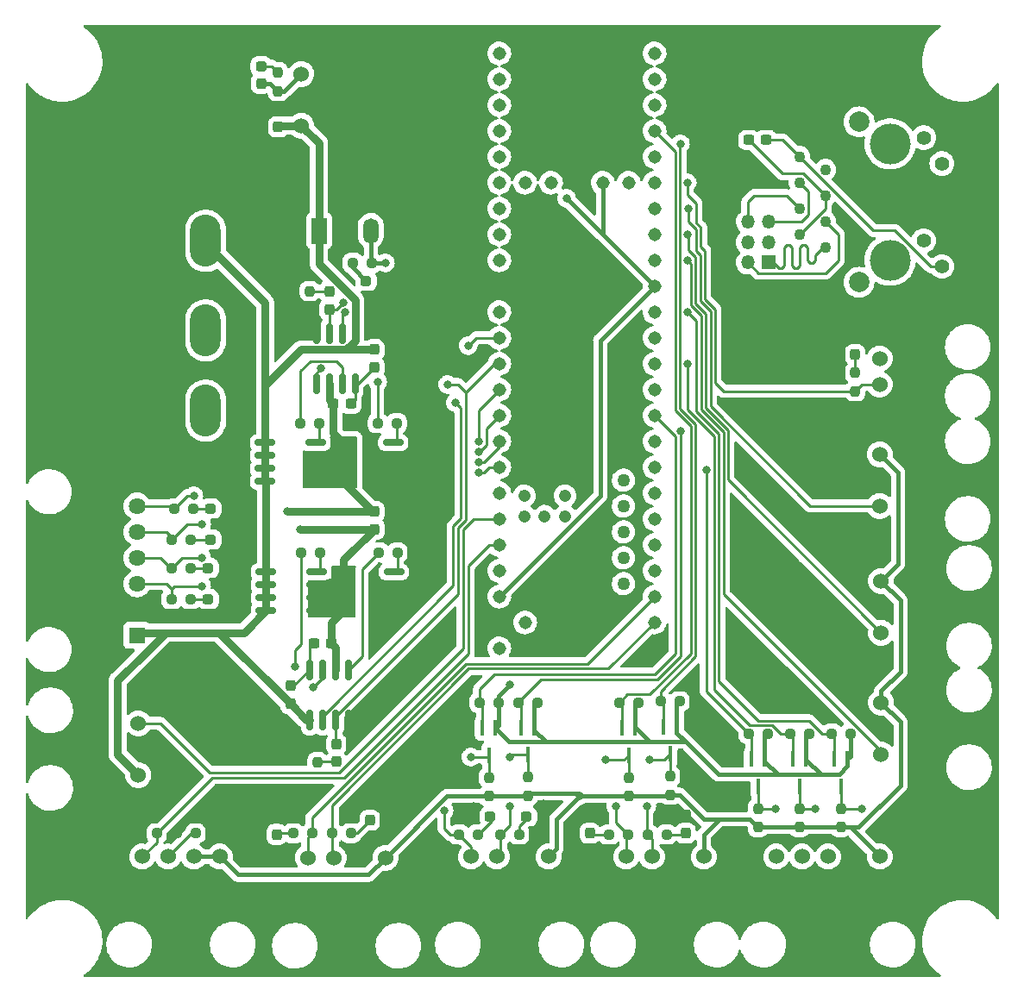
<source format=gbr>
%TF.GenerationSoftware,KiCad,Pcbnew,(6.0.7)*%
%TF.CreationDate,2022-11-16T19:30:54-06:00*%
%TF.ProjectId,ScienceSensor,53636965-6e63-4655-9365-6e736f722e6b,rev?*%
%TF.SameCoordinates,Original*%
%TF.FileFunction,Copper,L1,Top*%
%TF.FilePolarity,Positive*%
%FSLAX46Y46*%
G04 Gerber Fmt 4.6, Leading zero omitted, Abs format (unit mm)*
G04 Created by KiCad (PCBNEW (6.0.7)) date 2022-11-16 19:30:54*
%MOMM*%
%LPD*%
G01*
G04 APERTURE LIST*
G04 Aperture macros list*
%AMRoundRect*
0 Rectangle with rounded corners*
0 $1 Rounding radius*
0 $2 $3 $4 $5 $6 $7 $8 $9 X,Y pos of 4 corners*
0 Add a 4 corners polygon primitive as box body*
4,1,4,$2,$3,$4,$5,$6,$7,$8,$9,$2,$3,0*
0 Add four circle primitives for the rounded corners*
1,1,$1+$1,$2,$3*
1,1,$1+$1,$4,$5*
1,1,$1+$1,$6,$7*
1,1,$1+$1,$8,$9*
0 Add four rect primitives between the rounded corners*
20,1,$1+$1,$2,$3,$4,$5,0*
20,1,$1+$1,$4,$5,$6,$7,0*
20,1,$1+$1,$6,$7,$8,$9,0*
20,1,$1+$1,$8,$9,$2,$3,0*%
G04 Aperture macros list end*
%TA.AperFunction,ComponentPad*%
%ADD10C,1.308000*%
%TD*%
%TA.AperFunction,ComponentPad*%
%ADD11C,1.258000*%
%TD*%
%TA.AperFunction,ComponentPad*%
%ADD12C,1.208000*%
%TD*%
%TA.AperFunction,SMDPad,CuDef*%
%ADD13RoundRect,0.237500X-0.287500X-0.237500X0.287500X-0.237500X0.287500X0.237500X-0.287500X0.237500X0*%
%TD*%
%TA.AperFunction,SMDPad,CuDef*%
%ADD14RoundRect,0.237500X0.237500X-0.300000X0.237500X0.300000X-0.237500X0.300000X-0.237500X-0.300000X0*%
%TD*%
%TA.AperFunction,SMDPad,CuDef*%
%ADD15RoundRect,0.237500X-0.250000X-0.237500X0.250000X-0.237500X0.250000X0.237500X-0.250000X0.237500X0*%
%TD*%
%TA.AperFunction,ComponentPad*%
%ADD16C,1.524000*%
%TD*%
%TA.AperFunction,SMDPad,CuDef*%
%ADD17RoundRect,0.237500X0.237500X-0.250000X0.237500X0.250000X-0.237500X0.250000X-0.237500X-0.250000X0*%
%TD*%
%TA.AperFunction,SMDPad,CuDef*%
%ADD18RoundRect,0.237500X0.250000X0.237500X-0.250000X0.237500X-0.250000X-0.237500X0.250000X-0.237500X0*%
%TD*%
%TA.AperFunction,SMDPad,CuDef*%
%ADD19RoundRect,0.237500X-0.237500X0.300000X-0.237500X-0.300000X0.237500X-0.300000X0.237500X0.300000X0*%
%TD*%
%TA.AperFunction,SMDPad,CuDef*%
%ADD20R,0.450000X1.500000*%
%TD*%
%TA.AperFunction,SMDPad,CuDef*%
%ADD21RoundRect,0.237500X-0.237500X0.287500X-0.237500X-0.287500X0.237500X-0.287500X0.237500X0.287500X0*%
%TD*%
%TA.AperFunction,SMDPad,CuDef*%
%ADD22RoundRect,0.237500X-0.237500X0.250000X-0.237500X-0.250000X0.237500X-0.250000X0.237500X0.250000X0*%
%TD*%
%TA.AperFunction,SMDPad,CuDef*%
%ADD23RoundRect,0.237500X-0.300000X-0.237500X0.300000X-0.237500X0.300000X0.237500X-0.300000X0.237500X0*%
%TD*%
%TA.AperFunction,SMDPad,CuDef*%
%ADD24RoundRect,0.237500X0.287500X0.237500X-0.287500X0.237500X-0.287500X-0.237500X0.287500X-0.237500X0*%
%TD*%
%TA.AperFunction,ComponentPad*%
%ADD25O,3.000000X5.100000*%
%TD*%
%TA.AperFunction,SMDPad,CuDef*%
%ADD26RoundRect,0.150000X0.825000X0.150000X-0.825000X0.150000X-0.825000X-0.150000X0.825000X-0.150000X0*%
%TD*%
%TA.AperFunction,SMDPad,CuDef*%
%ADD27RoundRect,0.237500X0.237500X-0.287500X0.237500X0.287500X-0.237500X0.287500X-0.237500X-0.287500X0*%
%TD*%
%TA.AperFunction,SMDPad,CuDef*%
%ADD28RoundRect,0.237500X0.300000X0.237500X-0.300000X0.237500X-0.300000X-0.237500X0.300000X-0.237500X0*%
%TD*%
%TA.AperFunction,ComponentPad*%
%ADD29R,1.500000X2.500000*%
%TD*%
%TA.AperFunction,ComponentPad*%
%ADD30O,1.500000X2.500000*%
%TD*%
%TA.AperFunction,ComponentPad*%
%ADD31C,1.100000*%
%TD*%
%TA.AperFunction,ComponentPad*%
%ADD32C,1.400000*%
%TD*%
%TA.AperFunction,ComponentPad*%
%ADD33C,4.000000*%
%TD*%
%TA.AperFunction,ComponentPad*%
%ADD34C,2.000000*%
%TD*%
%TA.AperFunction,SMDPad,CuDef*%
%ADD35RoundRect,0.150000X0.150000X-0.825000X0.150000X0.825000X-0.150000X0.825000X-0.150000X-0.825000X0*%
%TD*%
%TA.AperFunction,SMDPad,CuDef*%
%ADD36RoundRect,0.150000X-0.150000X0.825000X-0.150000X-0.825000X0.150000X-0.825000X0.150000X0.825000X0*%
%TD*%
%TA.AperFunction,ComponentPad*%
%ADD37R,1.635000X1.635000*%
%TD*%
%TA.AperFunction,ComponentPad*%
%ADD38C,1.635000*%
%TD*%
%TA.AperFunction,ComponentPad*%
%ADD39R,1.350000X1.350000*%
%TD*%
%TA.AperFunction,ComponentPad*%
%ADD40O,1.350000X1.350000*%
%TD*%
%TA.AperFunction,ViaPad*%
%ADD41C,0.800000*%
%TD*%
%TA.AperFunction,Conductor*%
%ADD42C,0.254000*%
%TD*%
%TA.AperFunction,Conductor*%
%ADD43C,0.762000*%
%TD*%
%TA.AperFunction,Conductor*%
%ADD44C,0.381000*%
%TD*%
G04 APERTURE END LIST*
D10*
%TO.P,U3,0,RX1*%
%TO.N,CH4_TX*%
X158750000Y-105918000D03*
%TO.P,U3,1,TX1*%
%TO.N,CH4_RX*%
X158750000Y-103378000D03*
%TO.P,U3,2,OUT2*%
%TO.N,unconnected-(U3-Pad2)*%
X158750000Y-100838000D03*
%TO.P,U3,3,LRCLK2*%
%TO.N,unconnected-(U3-Pad3)*%
X158750000Y-98298000D03*
%TO.P,U3,3.3V_1,3.3V*%
%TO.N,+3V3*%
X158750000Y-72898000D03*
%TO.P,U3,3.3V_2,3.3V*%
X143510000Y-103378000D03*
%TO.P,U3,3.3V_3,3.3V*%
X153670000Y-62738000D03*
%TO.P,U3,4,BCLK2*%
%TO.N,unconnected-(U3-Pad4)*%
X158750000Y-95758000D03*
%TO.P,U3,5,IN2*%
%TO.N,unconnected-(U3-Pad5)*%
X158750000Y-93218000D03*
D11*
%TO.P,U3,5V,5V*%
%TO.N,+5V*%
X155700000Y-102108000D03*
D10*
%TO.P,U3,6,OUT1D*%
%TO.N,unconnected-(U3-Pad6)*%
X158750000Y-90678000D03*
%TO.P,U3,7,RX2*%
%TO.N,Teensy_O2_RX*%
X158750000Y-88138000D03*
%TO.P,U3,8,TX2*%
%TO.N,Teensy_O2_TX*%
X158750000Y-85598000D03*
%TO.P,U3,9,OUT1C*%
%TO.N,unconnected-(U3-Pad9)*%
X158750000Y-83058000D03*
%TO.P,U3,10,CS1*%
%TO.N,Teensy_NO2_CS*%
X158750000Y-80518000D03*
%TO.P,U3,11,MOSI*%
%TO.N,unconnected-(U3-Pad11)*%
X158750000Y-77978000D03*
%TO.P,U3,12,MISO*%
%TO.N,Teensy_NO2_MISO*%
X158750000Y-75438000D03*
%TO.P,U3,13,SCK*%
%TO.N,Teensy_NO2_SCK*%
X143510000Y-75438000D03*
%TO.P,U3,14,A0*%
%TO.N,Micro_FWD*%
X143510000Y-77978000D03*
%TO.P,U3,15,A1*%
%TO.N,Micro_RVS*%
X143510000Y-80518000D03*
%TO.P,U3,16,A2*%
%TO.N,LED_315*%
X143510000Y-83058000D03*
%TO.P,U3,17,A3*%
%TO.N,LED_280*%
X143510000Y-85598000D03*
%TO.P,U3,18,A4*%
%TO.N,LED_275*%
X143510000Y-88138000D03*
%TO.P,U3,19,A5*%
%TO.N,LED_260*%
X143510000Y-90678000D03*
%TO.P,U3,20,A6*%
%TO.N,unconnected-(U3-Pad20)*%
X143510000Y-93218000D03*
%TO.P,U3,21,A7*%
%TO.N,Micro_ENC*%
X143510000Y-95758000D03*
%TO.P,U3,22,A8*%
%TO.N,NH3*%
X143510000Y-98298000D03*
%TO.P,U3,23,A9*%
%TO.N,unconnected-(U3-Pad23)*%
X143510000Y-100838000D03*
%TO.P,U3,24,A10*%
%TO.N,Photodiode_1*%
X158750000Y-70358000D03*
%TO.P,U3,25,A11*%
%TO.N,Photodiode_2*%
X158750000Y-67818000D03*
%TO.P,U3,26,A12*%
%TO.N,Micro_Servo*%
X158750000Y-65278000D03*
%TO.P,U3,27,A13*%
%TO.N,Micro_LIM*%
X158750000Y-62738000D03*
%TO.P,U3,28,RX7*%
%TO.N,Teensy_CO2_RX*%
X158750000Y-60198000D03*
%TO.P,U3,29,TX7*%
%TO.N,Teensy_CO2_TX*%
X158750000Y-57658000D03*
%TO.P,U3,30,CRX3*%
%TO.N,unconnected-(U3-Pad30)*%
X158750000Y-55118000D03*
%TO.P,U3,31,CTX3*%
%TO.N,unconnected-(U3-Pad31)*%
X158750000Y-52578000D03*
%TO.P,U3,32,OUT1B*%
%TO.N,unconnected-(U3-Pad32)*%
X158750000Y-50038000D03*
%TO.P,U3,33,MCLK2*%
%TO.N,unconnected-(U3-Pad33)*%
X143510000Y-50038000D03*
%TO.P,U3,34,RX8*%
%TO.N,unconnected-(U3-Pad34)*%
X143510000Y-52578000D03*
%TO.P,U3,35,TX8*%
%TO.N,unconnected-(U3-Pad35)*%
X143510000Y-55118000D03*
%TO.P,U3,36,CS2*%
%TO.N,unconnected-(U3-Pad36)*%
X143510000Y-57658000D03*
%TO.P,U3,37,CS3*%
%TO.N,unconnected-(U3-Pad37)*%
X143510000Y-60198000D03*
%TO.P,U3,38,A14*%
%TO.N,unconnected-(U3-Pad38)*%
X143510000Y-62738000D03*
%TO.P,U3,39,A15*%
%TO.N,unconnected-(U3-Pad39)*%
X143510000Y-65278000D03*
%TO.P,U3,40,A16*%
%TO.N,unconnected-(U3-Pad40)*%
X143510000Y-67818000D03*
%TO.P,U3,41,A17*%
%TO.N,unconnected-(U3-Pad41)*%
X143510000Y-70358000D03*
D11*
%TO.P,U3,D+,D+*%
%TO.N,unconnected-(U3-PadD+)*%
X155700000Y-97028000D03*
%TO.P,U3,D-*%
%TO.N,N/C*%
X155700000Y-99568000D03*
D10*
%TO.P,U3,GND1,GND*%
%TO.N,GND*%
X158750000Y-108458000D03*
%TO.P,U3,GND2,GND*%
X143510000Y-72898000D03*
%TO.P,U3,GND3,GND*%
X143510000Y-105918000D03*
%TO.P,U3,GND4,GND*%
X151130000Y-62738000D03*
D12*
%TO.P,U3,GND5,GND*%
X147960000Y-93488000D03*
%TO.P,U3,LED,LED*%
%TO.N,unconnected-(U3-PadLED)*%
X147960000Y-95488000D03*
D10*
%TO.P,U3,ON/OFF,ON/OFF*%
%TO.N,unconnected-(U3-PadON/OFF)*%
X146050000Y-62738000D03*
%TO.P,U3,PROGRAM,PROGRAM*%
%TO.N,unconnected-(U3-PadPROGRAM)*%
X148590000Y-62738000D03*
D12*
%TO.P,U3,R+,R+*%
%TO.N,unconnected-(U3-PadR+)*%
X145960000Y-95488000D03*
%TO.P,U3,R-*%
%TO.N,N/C*%
X145960000Y-93488000D03*
%TO.P,U3,T+,T+*%
%TO.N,unconnected-(U3-PadT+)*%
X149960000Y-93488000D03*
%TO.P,U3,T-*%
%TO.N,N/C*%
X149960000Y-95488000D03*
D11*
%TO.P,U3,USB_GND1,USB_GND*%
%TO.N,unconnected-(U3-PadUSB_GND1)*%
X155700000Y-94488000D03*
%TO.P,U3,USB_GND2,USB_GND*%
X155700000Y-91948000D03*
D10*
%TO.P,U3,VBAT,VBAT*%
%TO.N,unconnected-(U3-PadVBAT)*%
X156210000Y-62738000D03*
%TO.P,U3,VIN,VIN*%
%TO.N,unconnected-(U3-PadVIN)*%
X143510000Y-108458000D03*
%TO.P,U3,VUSB,VUSB*%
%TO.N,unconnected-(U3-PadVUSB)*%
X146050000Y-105918000D03*
%TD*%
D13*
%TO.P,D9,1,K*%
%TO.N,GND*%
X140857000Y-124968000D03*
%TO.P,D9,2,A*%
%TO.N,Net-(D9-Pad2)*%
X142607000Y-124968000D03*
%TD*%
D14*
%TO.P,C9,1*%
%TO.N,/M+*%
X131253000Y-96747500D03*
%TO.P,C9,2*%
%TO.N,/M-*%
X131253000Y-95022500D03*
%TD*%
D15*
%TO.P,R27,1*%
%TO.N,GND*%
X111863500Y-126619000D03*
%TO.P,R27,2*%
%TO.N,Net-(Conn13-Pad3)*%
X113688500Y-126619000D03*
%TD*%
D16*
%TO.P,Conn10,1*%
%TO.N,+5V*%
X180848000Y-128905000D03*
%TO.P,Conn10,2*%
%TO.N,GND*%
X178308000Y-128905000D03*
%TO.P,Conn10,3*%
%TO.N,NO2_MISO*%
X175768000Y-128905000D03*
%TO.P,Conn10,4*%
%TO.N,NO2_CS*%
X173228000Y-128905000D03*
%TO.P,Conn10,5*%
%TO.N,NO2_SCK*%
X170688000Y-128905000D03*
%TD*%
D15*
%TO.P,R30,1*%
%TO.N,Net-(R30-Pad1)*%
X131675500Y-99060000D03*
%TO.P,R30,2*%
%TO.N,Net-(Q2-Pad4)*%
X133500500Y-99060000D03*
%TD*%
D16*
%TO.P,Conn12,1*%
%TO.N,+5V*%
X180848000Y-89408000D03*
%TO.P,Conn12,2*%
%TO.N,GND*%
X180848000Y-91948000D03*
%TO.P,Conn12,3*%
%TO.N,Micro_Servo*%
X180848000Y-94488000D03*
%TD*%
D17*
%TO.P,R19,1*%
%TO.N,+5V*%
X168910000Y-126007500D03*
%TO.P,R19,2*%
%TO.N,NO2_SCK*%
X168910000Y-124182500D03*
%TD*%
D18*
%TO.P,R5,1*%
%TO.N,+3V3*%
X173886500Y-116840000D03*
%TO.P,R5,2*%
%TO.N,Teensy_NO2_CS*%
X172061500Y-116840000D03*
%TD*%
D19*
%TO.P,C4,1*%
%TO.N,+3V3*%
X120142000Y-52985500D03*
%TO.P,C4,2*%
%TO.N,GND*%
X120142000Y-54710500D03*
%TD*%
D20*
%TO.P,Q8,1,G*%
%TO.N,+3V3*%
X146954000Y-116248500D03*
%TO.P,Q8,2,S*%
%TO.N,Teensy_O2_RX*%
X145654000Y-116248500D03*
%TO.P,Q8,3,D*%
%TO.N,O2_TX*%
X146304000Y-118908500D03*
%TD*%
D21*
%TO.P,D12,1,K*%
%TO.N,Net-(D12-Pad1)*%
X126808000Y-73420000D03*
%TO.P,D12,2,A*%
%TO.N,Micro_FWD*%
X126808000Y-75170000D03*
%TD*%
D17*
%TO.P,R17,1*%
%TO.N,+5V*%
X146304000Y-122936000D03*
%TO.P,R17,2*%
%TO.N,O2_TX*%
X146304000Y-121111000D03*
%TD*%
D15*
%TO.P,R23,1*%
%TO.N,Net-(D7-Pad2)*%
X154281500Y-126746000D03*
%TO.P,R23,2*%
%TO.N,CO2_RX*%
X156106500Y-126746000D03*
%TD*%
D17*
%TO.P,R9,1*%
%TO.N,+5V*%
X142494000Y-122959500D03*
%TO.P,R9,2*%
%TO.N,O2_RX*%
X142494000Y-121134500D03*
%TD*%
D20*
%TO.P,Q6,1,G*%
%TO.N,+3V3*%
X173624000Y-119320000D03*
%TO.P,Q6,2,S*%
%TO.N,Teensy_NO2_CS*%
X172324000Y-119320000D03*
%TO.P,Q6,3,D*%
%TO.N,NO2_CS*%
X172974000Y-121980000D03*
%TD*%
D15*
%TO.P,R26,1*%
%TO.N,Net-(D17-Pad2)*%
X123293500Y-126619000D03*
%TO.P,R26,2*%
%TO.N,CH4_RX*%
X125118500Y-126619000D03*
%TD*%
D18*
%TO.P,R8,1*%
%TO.N,Net-(D5-Pad2)*%
X113180500Y-100584000D03*
%TO.P,R8,2*%
%TO.N,LED_275*%
X111355500Y-100584000D03*
%TD*%
D16*
%TO.P,Conn13,1*%
%TO.N,+5V*%
X116078000Y-128905000D03*
%TO.P,Conn13,2*%
X113538000Y-128905000D03*
%TO.P,Conn13,3*%
%TO.N,Net-(Conn13-Pad3)*%
X110998000Y-128905000D03*
%TO.P,Conn13,4*%
%TO.N,NH3*%
X108458000Y-128905000D03*
%TD*%
D21*
%TO.P,D4,1,K*%
%TO.N,GND*%
X178435000Y-77865000D03*
%TO.P,D4,2,A*%
%TO.N,Net-(D4-Pad2)*%
X178435000Y-79615000D03*
%TD*%
D22*
%TO.P,R32,1*%
%TO.N,Net-(D12-Pad1)*%
X124903000Y-73382500D03*
%TO.P,R32,2*%
%TO.N,GND*%
X124903000Y-75207500D03*
%TD*%
D23*
%TO.P,C8,1*%
%TO.N,Net-(C8-Pad1)*%
X125310500Y-107950000D03*
%TO.P,C8,2*%
%TO.N,/M+*%
X127035500Y-107950000D03*
%TD*%
D24*
%TO.P,D3,1,K*%
%TO.N,GND*%
X116699000Y-103632000D03*
%TO.P,D3,2,A*%
%TO.N,Net-(D3-Pad2)*%
X114949000Y-103632000D03*
%TD*%
D18*
%TO.P,R25,1*%
%TO.N,Net-(D9-Pad2)*%
X141374500Y-126746000D03*
%TO.P,R25,2*%
%TO.N,O2_RX*%
X139549500Y-126746000D03*
%TD*%
D16*
%TO.P,Conn2,1*%
%TO.N,+5V*%
X180975000Y-101854000D03*
%TO.P,Conn2,2*%
%TO.N,GND*%
X180975000Y-104394000D03*
%TO.P,Conn2,3*%
%TO.N,Photodiode_2*%
X180975000Y-106934000D03*
%TD*%
D25*
%TO.P,Conn5,1,GND*%
%TO.N,/M+*%
X114687400Y-77258000D03*
%TO.P,Conn5,2,V+Log*%
%TO.N,/M-*%
X114687400Y-85132000D03*
%TD*%
D18*
%TO.P,R24,1*%
%TO.N,Net-(D8-Pad2)*%
X145438500Y-126746000D03*
%TO.P,R24,2*%
%TO.N,O2_TX*%
X143613500Y-126746000D03*
%TD*%
D22*
%TO.P,R2,1*%
%TO.N,Net-(D2-Pad2)*%
X121793000Y-51919500D03*
%TO.P,R2,2*%
%TO.N,+3V3*%
X121793000Y-53744500D03*
%TD*%
D17*
%TO.P,R18,1*%
%TO.N,+5V*%
X160274000Y-122832500D03*
%TO.P,R18,2*%
%TO.N,CO2_TX*%
X160274000Y-121007500D03*
%TD*%
D26*
%TO.P,Q3,1,S*%
%TO.N,/M-*%
X125473000Y-92075000D03*
%TO.P,Q3,2,S*%
X125473000Y-90805000D03*
%TO.P,Q3,3,S*%
X125473000Y-89535000D03*
%TO.P,Q3,4,G*%
%TO.N,Net-(Q3-Pad4)*%
X125473000Y-88265000D03*
%TO.P,Q3,5,D*%
%TO.N,+12V*%
X120523000Y-88265000D03*
%TO.P,Q3,6,D*%
X120523000Y-89535000D03*
%TO.P,Q3,7,D*%
X120523000Y-90805000D03*
%TO.P,Q3,8,D*%
X120523000Y-92075000D03*
%TD*%
D18*
%TO.P,R14,1*%
%TO.N,+3V3*%
X147216500Y-113768500D03*
%TO.P,R14,2*%
%TO.N,Teensy_O2_RX*%
X145391500Y-113768500D03*
%TD*%
D26*
%TO.P,Q11,1,S*%
%TO.N,GND*%
X133093000Y-92075000D03*
%TO.P,Q11,2,S*%
X133093000Y-90805000D03*
%TO.P,Q11,3,S*%
X133093000Y-89535000D03*
%TO.P,Q11,4,G*%
%TO.N,Net-(Q11-Pad4)*%
X133093000Y-88265000D03*
%TO.P,Q11,5,D*%
%TO.N,/M-*%
X128143000Y-88265000D03*
%TO.P,Q11,6,D*%
X128143000Y-89535000D03*
%TO.P,Q11,7,D*%
X128143000Y-90805000D03*
%TO.P,Q11,8,D*%
X128143000Y-92075000D03*
%TD*%
%TO.P,Q1,1,S*%
%TO.N,/M+*%
X125538000Y-104775000D03*
%TO.P,Q1,2,S*%
X125538000Y-103505000D03*
%TO.P,Q1,3,S*%
X125538000Y-102235000D03*
%TO.P,Q1,4,G*%
%TO.N,Net-(Q1-Pad4)*%
X125538000Y-100965000D03*
%TO.P,Q1,5,D*%
%TO.N,+12V*%
X120588000Y-100965000D03*
%TO.P,Q1,6,D*%
X120588000Y-102235000D03*
%TO.P,Q1,7,D*%
X120588000Y-103505000D03*
%TO.P,Q1,8,D*%
X120588000Y-104775000D03*
%TD*%
D15*
%TO.P,R35,1*%
%TO.N,GND*%
X108053500Y-126619000D03*
%TO.P,R35,2*%
%TO.N,NH3*%
X109878500Y-126619000D03*
%TD*%
D21*
%TO.P,D7,1,K*%
%TO.N,GND*%
X152400000Y-124855000D03*
%TO.P,D7,2,A*%
%TO.N,Net-(D7-Pad2)*%
X152400000Y-126605000D03*
%TD*%
D15*
%TO.P,R34,1*%
%TO.N,Net-(R34-Pad1)*%
X131610500Y-86360000D03*
%TO.P,R34,2*%
%TO.N,Net-(Q11-Pad4)*%
X133435500Y-86360000D03*
%TD*%
D21*
%TO.P,D6,1,K*%
%TO.N,GND*%
X161798000Y-124855000D03*
%TO.P,D6,2,A*%
%TO.N,Net-(D6-Pad2)*%
X161798000Y-126605000D03*
%TD*%
D17*
%TO.P,R13,1*%
%TO.N,+5V*%
X177038000Y-126007500D03*
%TO.P,R13,2*%
%TO.N,NO2_MISO*%
X177038000Y-124182500D03*
%TD*%
D18*
%TO.P,R22,1*%
%TO.N,Net-(D6-Pad2)*%
X159916500Y-126746000D03*
%TO.P,R22,2*%
%TO.N,CO2_TX*%
X158091500Y-126746000D03*
%TD*%
D27*
%TO.P,D13,1,K*%
%TO.N,Net-(D13-Pad1)*%
X127508000Y-119606000D03*
%TO.P,D13,2,A*%
%TO.N,Micro_RVS*%
X127508000Y-117856000D03*
%TD*%
D18*
%TO.P,R6,1*%
%TO.N,Net-(D3-Pad2)*%
X113180500Y-103632000D03*
%TO.P,R6,2*%
%TO.N,LED_260*%
X111355500Y-103632000D03*
%TD*%
%TO.P,R20,1*%
%TO.N,Net-(D15-Pad2)*%
X113434500Y-94742000D03*
%TO.P,R20,2*%
%TO.N,LED_315*%
X111609500Y-94742000D03*
%TD*%
D24*
%TO.P,D8,1,K*%
%TO.N,GND*%
X147941000Y-124968000D03*
%TO.P,D8,2,A*%
%TO.N,Net-(D8-Pad2)*%
X146191000Y-124968000D03*
%TD*%
%TO.P,D10,1,K*%
%TO.N,GND*%
X116953000Y-97790000D03*
%TO.P,D10,2,A*%
%TO.N,Net-(D10-Pad2)*%
X115203000Y-97790000D03*
%TD*%
D18*
%TO.P,R16,1*%
%TO.N,+3V3*%
X169822500Y-116840000D03*
%TO.P,R16,2*%
%TO.N,Teensy_NO2_SCK*%
X167997500Y-116840000D03*
%TD*%
%TO.P,R12,1*%
%TO.N,+3V3*%
X177950500Y-116840000D03*
%TO.P,R12,2*%
%TO.N,Teensy_NO2_MISO*%
X176125500Y-116840000D03*
%TD*%
D20*
%TO.P,Q4,1,G*%
%TO.N,+3V3*%
X143144000Y-116272000D03*
%TO.P,Q4,2,S*%
%TO.N,Teensy_O2_TX*%
X141844000Y-116272000D03*
%TO.P,Q4,3,D*%
%TO.N,O2_RX*%
X142494000Y-118932000D03*
%TD*%
D24*
%TO.P,D15,1,K*%
%TO.N,GND*%
X116953000Y-94742000D03*
%TO.P,D15,2,A*%
%TO.N,Net-(D15-Pad2)*%
X115203000Y-94742000D03*
%TD*%
D21*
%TO.P,D11,1,K*%
%TO.N,Net-(C8-Pad1)*%
X122998000Y-112155000D03*
%TO.P,D11,2,A*%
%TO.N,+12V*%
X122998000Y-113905000D03*
%TD*%
D15*
%TO.P,R1,1*%
%TO.N,Net-(D1-Pad2)*%
X129135500Y-70612000D03*
%TO.P,R1,2*%
%TO.N,+5V*%
X130960500Y-70612000D03*
%TD*%
D25*
%TO.P,Conn1,1,GND*%
%TO.N,GND*%
X114687400Y-60579000D03*
%TO.P,Conn1,2,V+Log*%
%TO.N,+12V*%
X114687400Y-68453000D03*
%TD*%
D20*
%TO.P,Q10,1,G*%
%TO.N,+3V3*%
X169560000Y-119320000D03*
%TO.P,Q10,2,S*%
%TO.N,Teensy_NO2_SCK*%
X168260000Y-119320000D03*
%TO.P,Q10,3,D*%
%TO.N,NO2_SCK*%
X168910000Y-121980000D03*
%TD*%
D16*
%TO.P,Conn6,1*%
%TO.N,+12V*%
X108077000Y-120904000D03*
%TO.P,Conn6,2*%
%TO.N,GND*%
X108077000Y-118364000D03*
%TO.P,Conn6,3*%
%TO.N,Micro_ENC*%
X108077000Y-115824000D03*
%TD*%
D21*
%TO.P,D16,1,K*%
%TO.N,GND*%
X130810000Y-123585000D03*
%TO.P,D16,2,A*%
%TO.N,Net-(D16-Pad2)*%
X130810000Y-125335000D03*
%TD*%
D18*
%TO.P,R15,1*%
%TO.N,+3V3*%
X161186500Y-113665000D03*
%TO.P,R15,2*%
%TO.N,Teensy_CO2_RX*%
X159361500Y-113665000D03*
%TD*%
D13*
%TO.P,D2,1,K*%
%TO.N,GND*%
X118378000Y-51308000D03*
%TO.P,D2,2,A*%
%TO.N,Net-(D2-Pad2)*%
X120128000Y-51308000D03*
%TD*%
D28*
%TO.P,C10,1*%
%TO.N,Net-(C10-Pad1)*%
X128940500Y-84455000D03*
%TO.P,C10,2*%
%TO.N,/M-*%
X127215500Y-84455000D03*
%TD*%
D24*
%TO.P,D5,1,K*%
%TO.N,GND*%
X116699000Y-100584000D03*
%TO.P,D5,2,A*%
%TO.N,Net-(D5-Pad2)*%
X114949000Y-100584000D03*
%TD*%
D15*
%TO.P,R29,1*%
%TO.N,Net-(R29-Pad1)*%
X124055500Y-99060000D03*
%TO.P,R29,2*%
%TO.N,Net-(Q1-Pad4)*%
X125880500Y-99060000D03*
%TD*%
D16*
%TO.P,Conn9,1*%
%TO.N,+5V*%
X148336000Y-128905000D03*
%TO.P,Conn9,2*%
%TO.N,GND*%
X145796000Y-128905000D03*
%TO.P,Conn9,3*%
%TO.N,O2_TX*%
X143256000Y-128905000D03*
%TO.P,Conn9,4*%
%TO.N,O2_RX*%
X140716000Y-128905000D03*
%TD*%
D14*
%TO.P,C2,1*%
%TO.N,+12V*%
X121793000Y-57250500D03*
%TO.P,C2,2*%
%TO.N,GND*%
X121793000Y-55525500D03*
%TD*%
D20*
%TO.P,Q7,1,G*%
%TO.N,+3V3*%
X177688000Y-119320000D03*
%TO.P,Q7,2,S*%
%TO.N,Teensy_NO2_MISO*%
X176388000Y-119320000D03*
%TO.P,Q7,3,D*%
%TO.N,NO2_MISO*%
X177038000Y-121980000D03*
%TD*%
D15*
%TO.P,R33,1*%
%TO.N,Net-(R33-Pad1)*%
X123990500Y-86360000D03*
%TO.P,R33,2*%
%TO.N,Net-(Q3-Pad4)*%
X125815500Y-86360000D03*
%TD*%
D29*
%TO.P,U1,1,Vin*%
%TO.N,+12V*%
X125815000Y-67454000D03*
D30*
%TO.P,U1,2,GND*%
%TO.N,GND*%
X128355000Y-67454000D03*
%TO.P,U1,3,Vout*%
%TO.N,+5V*%
X130895000Y-67454000D03*
%TD*%
D17*
%TO.P,R10,1*%
%TO.N,+5V*%
X156210000Y-122959500D03*
%TO.P,R10,2*%
%TO.N,CO2_RX*%
X156210000Y-121134500D03*
%TD*%
D18*
%TO.P,R28,1*%
%TO.N,Net-(D10-Pad2)*%
X113180500Y-97790000D03*
%TO.P,R28,2*%
%TO.N,LED_280*%
X111355500Y-97790000D03*
%TD*%
D20*
%TO.P,Q9,1,G*%
%TO.N,+3V3*%
X160924000Y-116145000D03*
%TO.P,Q9,2,S*%
%TO.N,Teensy_CO2_RX*%
X159624000Y-116145000D03*
%TO.P,Q9,3,D*%
%TO.N,CO2_TX*%
X160274000Y-118805000D03*
%TD*%
D18*
%TO.P,R21,1*%
%TO.N,Net-(D16-Pad2)*%
X128928500Y-126619000D03*
%TO.P,R21,2*%
%TO.N,CH4_TX*%
X127103500Y-126619000D03*
%TD*%
D24*
%TO.P,D1,1,K*%
%TO.N,GND*%
X132193000Y-72390000D03*
%TO.P,D1,2,A*%
%TO.N,Net-(D1-Pad2)*%
X130443000Y-72390000D03*
%TD*%
D17*
%TO.P,R11,1*%
%TO.N,+5V*%
X172974000Y-126007500D03*
%TO.P,R11,2*%
%TO.N,NO2_CS*%
X172974000Y-124182500D03*
%TD*%
D27*
%TO.P,D14,1,K*%
%TO.N,Net-(C10-Pad1)*%
X131253000Y-80885000D03*
%TO.P,D14,2,A*%
%TO.N,+12V*%
X131253000Y-79135000D03*
%TD*%
D18*
%TO.P,R4,1*%
%TO.N,+3V3*%
X157122500Y-113792000D03*
%TO.P,R4,2*%
%TO.N,Teensy_CO2_TX*%
X155297500Y-113792000D03*
%TD*%
D16*
%TO.P,U2,1,IN*%
%TO.N,+12V*%
X124079000Y-57150000D03*
%TO.P,U2,2,GND*%
%TO.N,GND*%
X124079000Y-54610000D03*
%TO.P,U2,3,OUT*%
%TO.N,+3V3*%
X124079000Y-52070000D03*
%TD*%
%TO.P,Conn8,1*%
%TO.N,+5V*%
X163576000Y-128905000D03*
%TO.P,Conn8,2*%
%TO.N,GND*%
X161036000Y-128905000D03*
%TO.P,Conn8,3*%
%TO.N,CO2_TX*%
X158496000Y-128905000D03*
%TO.P,Conn8,4*%
%TO.N,CO2_RX*%
X155956000Y-128905000D03*
%TD*%
%TO.P,Conn7,1*%
%TO.N,+5V*%
X180975000Y-113792000D03*
%TO.P,Conn7,2*%
%TO.N,GND*%
X180975000Y-116332000D03*
%TO.P,Conn7,3*%
%TO.N,Photodiode_1*%
X180975000Y-118872000D03*
%TD*%
%TO.P,Conn11,1*%
%TO.N,+5V*%
X132334000Y-129032000D03*
%TO.P,Conn11,2*%
%TO.N,GND*%
X129794000Y-129032000D03*
%TO.P,Conn11,3*%
%TO.N,CH4_TX*%
X127254000Y-129032000D03*
%TO.P,Conn11,4*%
%TO.N,CH4_RX*%
X124714000Y-129032000D03*
%TD*%
D31*
%TO.P,J2,1*%
%TO.N,/Tx+*%
X175514000Y-69086000D03*
%TO.P,J2,2*%
%TO.N,Net-(C1-Pad1)*%
X172974000Y-67816000D03*
%TO.P,J2,3*%
%TO.N,/Tx-*%
X175514000Y-66546000D03*
%TO.P,J2,4*%
%TO.N,/Rx+*%
X172974000Y-65276000D03*
%TO.P,J2,5*%
%TO.N,Net-(C1-Pad1)*%
X175514000Y-64006000D03*
%TO.P,J2,6*%
%TO.N,/Rx-*%
X172974000Y-62736000D03*
%TO.P,J2,7*%
%TO.N,unconnected-(J2-Pad7)*%
X175514000Y-61466000D03*
%TO.P,J2,8*%
%TO.N,Net-(C1-Pad2)*%
X172974000Y-60196000D03*
D32*
%TO.P,J2,9*%
X186944000Y-70966000D03*
%TO.P,J2,10*%
%TO.N,Net-(J1-Pad4)*%
X185154000Y-68426000D03*
%TO.P,J2,11*%
%TO.N,unconnected-(J2-Pad11)*%
X186944000Y-60856000D03*
%TO.P,J2,12*%
%TO.N,unconnected-(J2-Pad12)*%
X185154000Y-58316000D03*
D33*
%TO.P,J2,13*%
%TO.N,N/C*%
X181864000Y-70356000D03*
%TO.P,J2,14*%
X181864000Y-58926000D03*
D34*
%TO.P,J2,SH*%
%TO.N,unconnected-(J2-PadSH)*%
X178814000Y-72516000D03*
X178814000Y-56766000D03*
%TD*%
D17*
%TO.P,R31,1*%
%TO.N,Net-(D13-Pad1)*%
X125665000Y-119643500D03*
%TO.P,R31,2*%
%TO.N,GND*%
X125665000Y-117818500D03*
%TD*%
D35*
%TO.P,U6,1,VCC*%
%TO.N,+12V*%
X124903000Y-115505000D03*
%TO.P,U6,2,HIN*%
%TO.N,Micro_FWD*%
X126173000Y-115505000D03*
%TO.P,U6,3,LIN*%
%TO.N,Micro_RVS*%
X127443000Y-115505000D03*
%TO.P,U6,4,COM*%
%TO.N,GND*%
X128713000Y-115505000D03*
%TO.P,U6,5,LO*%
%TO.N,Net-(R30-Pad1)*%
X128713000Y-110555000D03*
%TO.P,U6,6,VS*%
%TO.N,/M+*%
X127443000Y-110555000D03*
%TO.P,U6,7,HO*%
%TO.N,Net-(R29-Pad1)*%
X126173000Y-110555000D03*
%TO.P,U6,8,VB*%
%TO.N,Net-(C8-Pad1)*%
X124903000Y-110555000D03*
%TD*%
D23*
%TO.P,C1,1*%
%TO.N,Net-(C1-Pad1)*%
X167996000Y-58545000D03*
%TO.P,C1,2*%
%TO.N,Net-(C1-Pad2)*%
X169721000Y-58545000D03*
%TD*%
D17*
%TO.P,R7,1*%
%TO.N,Micro_LIM*%
X178435000Y-83208500D03*
%TO.P,R7,2*%
%TO.N,Net-(D4-Pad2)*%
X178435000Y-81383500D03*
%TD*%
D36*
%TO.P,U7,1,VCC*%
%TO.N,+12V*%
X129348000Y-77535000D03*
%TO.P,U7,2,HIN*%
%TO.N,Micro_RVS*%
X128078000Y-77535000D03*
%TO.P,U7,3,LIN*%
%TO.N,Micro_FWD*%
X126808000Y-77535000D03*
%TO.P,U7,4,COM*%
%TO.N,GND*%
X125538000Y-77535000D03*
%TO.P,U7,5,LO*%
%TO.N,Net-(R34-Pad1)*%
X125538000Y-82485000D03*
%TO.P,U7,6,VS*%
%TO.N,/M-*%
X126808000Y-82485000D03*
%TO.P,U7,7,HO*%
%TO.N,Net-(R33-Pad1)*%
X128078000Y-82485000D03*
%TO.P,U7,8,VB*%
%TO.N,Net-(C10-Pad1)*%
X129348000Y-82485000D03*
%TD*%
D26*
%TO.P,Q2,1,S*%
%TO.N,GND*%
X133158000Y-104775000D03*
%TO.P,Q2,2,S*%
X133158000Y-103505000D03*
%TO.P,Q2,3,S*%
X133158000Y-102235000D03*
%TO.P,Q2,4,G*%
%TO.N,Net-(Q2-Pad4)*%
X133158000Y-100965000D03*
%TO.P,Q2,5,D*%
%TO.N,/M+*%
X128208000Y-100965000D03*
%TO.P,Q2,6,D*%
X128208000Y-102235000D03*
%TO.P,Q2,7,D*%
X128208000Y-103505000D03*
%TO.P,Q2,8,D*%
X128208000Y-104775000D03*
%TD*%
D37*
%TO.P,Conn4,1*%
%TO.N,+12V*%
X107950000Y-107188000D03*
D38*
%TO.P,Conn4,2*%
%TO.N,GND*%
X107950000Y-104648000D03*
%TO.P,Conn4,3*%
%TO.N,LED_260*%
X107950000Y-102108000D03*
%TO.P,Conn4,4*%
%TO.N,LED_275*%
X107950000Y-99568000D03*
%TO.P,Conn4,5*%
%TO.N,LED_280*%
X107950000Y-97028000D03*
%TO.P,Conn4,6*%
%TO.N,LED_315*%
X107950000Y-94488000D03*
%TD*%
D16*
%TO.P,Conn3,1*%
%TO.N,+3V3*%
X180848000Y-80010000D03*
%TO.P,Conn3,2*%
%TO.N,Micro_LIM*%
X180848000Y-82550000D03*
%TD*%
D21*
%TO.P,D17,1,K*%
%TO.N,GND*%
X121666000Y-124982000D03*
%TO.P,D17,2,A*%
%TO.N,Net-(D17-Pad2)*%
X121666000Y-126732000D03*
%TD*%
D39*
%TO.P,J1,1,Pin_1*%
%TO.N,/Tx+*%
X169910000Y-70580000D03*
D40*
%TO.P,J1,2,Pin_2*%
%TO.N,/Tx-*%
X167910000Y-70580000D03*
%TO.P,J1,3,Pin_3*%
%TO.N,Net-(C1-Pad2)*%
X169910000Y-68580000D03*
%TO.P,J1,4,Pin_4*%
%TO.N,Net-(J1-Pad4)*%
X167910000Y-68580000D03*
%TO.P,J1,5,Pin_5*%
%TO.N,/Rx-*%
X169910000Y-66580000D03*
%TO.P,J1,6,Pin_6*%
%TO.N,/Rx+*%
X167910000Y-66580000D03*
%TD*%
D18*
%TO.P,R3,1*%
%TO.N,+3V3*%
X143406500Y-113792000D03*
%TO.P,R3,2*%
%TO.N,Teensy_O2_TX*%
X141581500Y-113792000D03*
%TD*%
D20*
%TO.P,Q5,1,G*%
%TO.N,+3V3*%
X156860000Y-116272000D03*
%TO.P,Q5,2,S*%
%TO.N,Teensy_CO2_TX*%
X155560000Y-116272000D03*
%TO.P,Q5,3,D*%
%TO.N,CO2_RX*%
X156210000Y-118932000D03*
%TD*%
D41*
%TO.N,GND*%
X180848000Y-98044000D03*
X164084000Y-116332000D03*
X116586000Y-123190000D03*
X178562000Y-113792000D03*
X180848000Y-109728000D03*
X136398000Y-89662000D03*
X180848000Y-85852000D03*
X169418000Y-113792000D03*
X131064000Y-88900000D03*
X131064000Y-91694000D03*
X136398000Y-102616000D03*
X133350000Y-111506000D03*
X147828000Y-123698000D03*
X150622000Y-102870000D03*
X163576000Y-122428000D03*
X147574000Y-87630000D03*
X176784000Y-77216000D03*
X116586000Y-125984000D03*
X160020000Y-124714000D03*
X137414000Y-68072000D03*
X133096000Y-106172000D03*
X131318000Y-104140000D03*
X134366000Y-83058000D03*
X136398000Y-86360000D03*
X114554000Y-114554000D03*
X151384000Y-55626000D03*
X136398000Y-99822000D03*
X134366000Y-121666000D03*
X178562000Y-101600000D03*
X140970000Y-123952000D03*
X149352000Y-70612000D03*
%TO.N,+3V3*%
X144526000Y-112014000D03*
X150114000Y-64262000D03*
%TO.N,/M+*%
X123952000Y-96774000D03*
%TO.N,/M-*%
X122682000Y-94996000D03*
%TO.N,Micro_LIM*%
X161962500Y-62738000D03*
%TO.N,LED_260*%
X141496883Y-91189972D03*
X114300000Y-102362000D03*
%TO.N,LED_275*%
X141491962Y-90167465D03*
X114300000Y-99568000D03*
%TO.N,LED_280*%
X114300000Y-96266000D03*
X141478000Y-89154000D03*
%TO.N,LED_315*%
X141478000Y-88138000D03*
X113538000Y-93472000D03*
%TO.N,+5V*%
X151384000Y-122936000D03*
X132334000Y-70612000D03*
%TO.N,Photodiode_1*%
X161962500Y-70358000D03*
%TO.N,Photodiode_2*%
X161962500Y-67818000D03*
%TO.N,CO2_TX*%
X157988000Y-123952000D03*
X158242000Y-119380000D03*
%TO.N,CO2_RX*%
X153924000Y-119380000D03*
X154940000Y-123952000D03*
%TO.N,O2_TX*%
X144526000Y-119126000D03*
X144526000Y-123952000D03*
%TO.N,O2_RX*%
X140716000Y-119126000D03*
X138099615Y-124383615D03*
%TO.N,NO2_MISO*%
X179070000Y-124206000D03*
%TO.N,NO2_CS*%
X174498000Y-124206000D03*
%TO.N,NO2_SCK*%
X170664500Y-124182500D03*
%TO.N,Micro_Servo*%
X162052000Y-65278000D03*
%TO.N,Micro_FWD*%
X139186286Y-84333714D03*
X128187948Y-74504052D03*
X140462000Y-78740000D03*
%TO.N,Micro_RVS*%
X128367500Y-75487293D03*
X138430000Y-82550000D03*
%TO.N,Teensy_NO2_CS*%
X161962500Y-80518000D03*
%TO.N,Teensy_NO2_MISO*%
X161962500Y-75438000D03*
%TO.N,Teensy_O2_RX*%
X161295714Y-87116286D03*
%TO.N,Teensy_CO2_RX*%
X161290000Y-58928000D03*
%TO.N,Teensy_NO2_SCK*%
X163830000Y-90932000D03*
%TO.N,Net-(R29-Pad1)*%
X125222000Y-112268000D03*
X123444000Y-110236000D03*
%TO.N,Net-(R34-Pad1)*%
X125984000Y-80990500D03*
X131572000Y-82296000D03*
%TD*%
D42*
%TO.N,Net-(C1-Pad1)*%
X175514000Y-64006000D02*
X175514000Y-65276000D01*
X171310000Y-61859000D02*
X173367000Y-61859000D01*
X167996000Y-58545000D02*
X171310000Y-61859000D01*
X173367000Y-61859000D02*
X175514000Y-64006000D01*
X175514000Y-65276000D02*
X172974000Y-67816000D01*
%TO.N,Net-(C1-Pad2)*%
X171323000Y-58545000D02*
X172974000Y-60196000D01*
X169721000Y-58545000D02*
X171323000Y-58545000D01*
X180213000Y-67435000D02*
X182320500Y-67435000D01*
X172974000Y-60196000D02*
X180213000Y-67435000D01*
X185851500Y-70966000D02*
X186944000Y-70966000D01*
X182320500Y-67435000D02*
X185851500Y-70966000D01*
D43*
%TO.N,+12V*%
X129348000Y-77535000D02*
X129348000Y-78273790D01*
X114687400Y-68453000D02*
X114687400Y-68693190D01*
X111506000Y-106934000D02*
X115062000Y-106934000D01*
X116027000Y-106934000D02*
X115062000Y-106934000D01*
X122998000Y-113905000D02*
X116027000Y-106934000D01*
X120523000Y-74528790D02*
X120523000Y-82677000D01*
X120588000Y-92140000D02*
X120588000Y-104775000D01*
X110744000Y-106934000D02*
X111506000Y-106934000D01*
X121893500Y-57150000D02*
X121793000Y-57250500D01*
X124079000Y-57150000D02*
X121893500Y-57150000D01*
X108204000Y-106934000D02*
X111506000Y-106934000D01*
X125815000Y-67454000D02*
X125815000Y-70744466D01*
X114687400Y-68693190D02*
X120523000Y-74528790D01*
X108966000Y-108712000D02*
X106063901Y-111614099D01*
X118429000Y-106934000D02*
X115062000Y-106934000D01*
X124065000Y-79135000D02*
X120523000Y-82677000D01*
X129348000Y-77535000D02*
X129348000Y-74277466D01*
X106063901Y-118890901D02*
X108077000Y-120904000D01*
X128486790Y-79135000D02*
X126879210Y-79135000D01*
X108966000Y-108712000D02*
X110744000Y-106934000D01*
X125815000Y-70744466D02*
X129348000Y-74277466D01*
X107950000Y-107188000D02*
X108204000Y-106934000D01*
X106063901Y-111614099D02*
X106063901Y-118890901D01*
X125815000Y-58886000D02*
X124079000Y-57150000D01*
X125815000Y-67454000D02*
X125815000Y-58886000D01*
X120523000Y-82677000D02*
X120523000Y-92075000D01*
X124598000Y-115505000D02*
X122998000Y-113905000D01*
X124903000Y-115505000D02*
X124598000Y-115505000D01*
X126879210Y-79135000D02*
X124065000Y-79135000D01*
X120523000Y-92075000D02*
X120588000Y-92140000D01*
X125713000Y-67352000D02*
X125815000Y-67454000D01*
X120588000Y-104775000D02*
X118429000Y-106934000D01*
X126879210Y-79135000D02*
X131253000Y-79135000D01*
X129348000Y-74277466D02*
X125809534Y-70739000D01*
X129348000Y-78273790D02*
X128486790Y-79135000D01*
D44*
%TO.N,+3V3*%
X173624000Y-117102500D02*
X173886500Y-116840000D01*
X121034000Y-52985500D02*
X121793000Y-53744500D01*
X160924000Y-113927500D02*
X161186500Y-113665000D01*
X152400000Y-66548000D02*
X153670000Y-67818000D01*
X143406500Y-116009500D02*
X143144000Y-116272000D01*
X146954000Y-116248500D02*
X146954000Y-116474000D01*
X177950500Y-116840000D02*
X177950500Y-119057500D01*
X169560000Y-119320000D02*
X169560000Y-119522000D01*
X175070500Y-120839500D02*
X170877500Y-120839500D01*
X158750000Y-72898000D02*
X153416000Y-78232000D01*
X156860000Y-114054500D02*
X157122500Y-113792000D01*
X176848500Y-120839500D02*
X175070500Y-120839500D01*
X152400000Y-66548000D02*
X150114000Y-64262000D01*
X173624000Y-119320000D02*
X173624000Y-119393000D01*
X165035500Y-120839500D02*
X161798000Y-117602000D01*
X173624000Y-119320000D02*
X173624000Y-117102500D01*
X121793000Y-53744500D02*
X122404500Y-53744500D01*
X146954000Y-114031000D02*
X147216500Y-113768500D01*
X153416000Y-78232000D02*
X153416000Y-93472000D01*
X153670000Y-67818000D02*
X158750000Y-72898000D01*
X169560000Y-119320000D02*
X169560000Y-117102500D01*
X177950500Y-119057500D02*
X177688000Y-119320000D01*
X177688000Y-120000000D02*
X176848500Y-120839500D01*
X153416000Y-93472000D02*
X143510000Y-103378000D01*
X177688000Y-119320000D02*
X177688000Y-120000000D01*
X144474000Y-117602000D02*
X143144000Y-116272000D01*
X156860000Y-116272000D02*
X156860000Y-114054500D01*
X160924000Y-116728000D02*
X161798000Y-117602000D01*
X146954000Y-116248500D02*
X146954000Y-114031000D01*
X158242000Y-117602000D02*
X148082000Y-117602000D01*
X169560000Y-117102500D02*
X169822500Y-116840000D01*
X156912000Y-116272000D02*
X158242000Y-117602000D01*
X153670000Y-62738000D02*
X153670000Y-67818000D01*
X160924000Y-116145000D02*
X160924000Y-113927500D01*
X156860000Y-116272000D02*
X156912000Y-116272000D01*
X143406500Y-113133500D02*
X144526000Y-112014000D01*
X170877500Y-120839500D02*
X165035500Y-120839500D01*
X161798000Y-117602000D02*
X158242000Y-117602000D01*
X120142000Y-52985500D02*
X121034000Y-52985500D01*
X143406500Y-113792000D02*
X143406500Y-113133500D01*
X148082000Y-117602000D02*
X144474000Y-117602000D01*
X169560000Y-119522000D02*
X170877500Y-120839500D01*
X160924000Y-116145000D02*
X160924000Y-116728000D01*
X173624000Y-119393000D02*
X175070500Y-120839500D01*
X122404500Y-53744500D02*
X124079000Y-52070000D01*
X143406500Y-113792000D02*
X143406500Y-116009500D01*
X146954000Y-116474000D02*
X148082000Y-117602000D01*
D42*
%TO.N,Net-(C8-Pad1)*%
X125310500Y-107950000D02*
X124903000Y-108357500D01*
X123303000Y-112155000D02*
X124903000Y-110555000D01*
X122998000Y-112155000D02*
X123303000Y-112155000D01*
X124903000Y-108357500D02*
X124903000Y-110555000D01*
D43*
%TO.N,/M+*%
X127035500Y-107950000D02*
X127035500Y-105947500D01*
X127443000Y-108357500D02*
X127035500Y-107950000D01*
X127443000Y-110555000D02*
X127443000Y-108357500D01*
X127035500Y-105947500D02*
X128208000Y-104775000D01*
X131253000Y-96747500D02*
X123978500Y-96747500D01*
X128208000Y-99792500D02*
X128208000Y-100965000D01*
X131253000Y-96747500D02*
X128208000Y-99792500D01*
X123978500Y-96747500D02*
X123952000Y-96774000D01*
%TO.N,/M-*%
X127215500Y-84455000D02*
X127215500Y-87337500D01*
X126808000Y-82485000D02*
X126808000Y-84047500D01*
X131253000Y-95022500D02*
X131090500Y-95022500D01*
X127215500Y-87337500D02*
X128143000Y-88265000D01*
X122708500Y-95022500D02*
X122682000Y-94996000D01*
X131090500Y-95022500D02*
X128143000Y-92075000D01*
X126808000Y-84047500D02*
X127215500Y-84455000D01*
X131253000Y-95022500D02*
X122708500Y-95022500D01*
D42*
%TO.N,Net-(C10-Pad1)*%
X129348000Y-82485000D02*
X129348000Y-84047500D01*
X129348000Y-82485000D02*
X129653000Y-82485000D01*
X129653000Y-82485000D02*
X131253000Y-80885000D01*
X129348000Y-84047500D02*
X128940500Y-84455000D01*
%TO.N,Micro_LIM*%
X163268000Y-69034000D02*
X163268000Y-67121947D01*
X163268000Y-67121947D02*
X162814000Y-66667948D01*
X164684000Y-75205207D02*
X163668000Y-74189207D01*
X180848000Y-82550000D02*
X179093500Y-82550000D01*
X162814000Y-64770000D02*
X161962500Y-63918500D01*
X163668000Y-74189207D02*
X163668000Y-69434000D01*
X162814000Y-66667948D02*
X162814000Y-64770000D01*
X165504500Y-83208500D02*
X164684000Y-82388000D01*
X161962500Y-63918500D02*
X161962500Y-62738000D01*
X163668000Y-69434000D02*
X163268000Y-69034000D01*
X164684000Y-82388000D02*
X164684000Y-75205207D01*
X178435000Y-83208500D02*
X165504500Y-83208500D01*
X179093500Y-82550000D02*
X178435000Y-83208500D01*
%TO.N,LED_260*%
X110871000Y-102108000D02*
X111355500Y-102592500D01*
X111355500Y-103632000D02*
X111355500Y-102592500D01*
X107950000Y-102108000D02*
X110871000Y-102108000D01*
X141982028Y-91189972D02*
X142494000Y-90678000D01*
X111586000Y-102362000D02*
X111355500Y-102592500D01*
X141496883Y-91189972D02*
X141982028Y-91189972D01*
X142494000Y-90678000D02*
X143510000Y-90678000D01*
X114300000Y-102362000D02*
X111586000Y-102362000D01*
%TO.N,LED_275*%
X110236000Y-99568000D02*
X107950000Y-99568000D01*
X114300000Y-99568000D02*
X112371500Y-99568000D01*
X141491962Y-90167465D02*
X141988535Y-90167465D01*
X143510000Y-88646000D02*
X143510000Y-88138000D01*
X141988535Y-90167465D02*
X143510000Y-88646000D01*
X111355500Y-100584000D02*
X111252000Y-100584000D01*
X111252000Y-100584000D02*
X110236000Y-99568000D01*
X112371500Y-99568000D02*
X111355500Y-100584000D01*
%TO.N,LED_280*%
X142240000Y-86868000D02*
X143510000Y-85598000D01*
X112879500Y-96266000D02*
X114300000Y-96266000D01*
X111355500Y-97512500D02*
X111355500Y-97790000D01*
X107950000Y-97028000D02*
X110871000Y-97028000D01*
X110871000Y-97028000D02*
X111355500Y-97512500D01*
X142240000Y-88502490D02*
X142240000Y-86868000D01*
X141588490Y-89154000D02*
X142240000Y-88502490D01*
X141478000Y-89154000D02*
X141588490Y-89154000D01*
X111355500Y-97790000D02*
X112879500Y-96266000D01*
%TO.N,LED_315*%
X141478000Y-85090000D02*
X143510000Y-83058000D01*
X111355500Y-94742000D02*
X111609500Y-94742000D01*
X111101500Y-94488000D02*
X111355500Y-94742000D01*
X141478000Y-88138000D02*
X141478000Y-85090000D01*
X111609500Y-94742000D02*
X112879500Y-93472000D01*
X107950000Y-94488000D02*
X111101500Y-94488000D01*
X112879500Y-93472000D02*
X113538000Y-93472000D01*
%TO.N,Micro_ENC*%
X127787324Y-120650000D02*
X139954000Y-108483324D01*
X108077000Y-115824000D02*
X110236000Y-115824000D01*
X110236000Y-115824000D02*
X115062000Y-120650000D01*
X139954000Y-108483324D02*
X139954000Y-96774000D01*
X115062000Y-120650000D02*
X127787324Y-120650000D01*
X140970000Y-95758000D02*
X143510000Y-95758000D01*
X139954000Y-96774000D02*
X140970000Y-95758000D01*
D44*
%TO.N,+5V*%
X156210000Y-122959500D02*
X160147000Y-122959500D01*
X148336000Y-128905000D02*
X149097999Y-128143001D01*
X146304000Y-122936000D02*
X142517500Y-122936000D01*
X161188626Y-122832500D02*
X163576000Y-125219874D01*
X163576000Y-126746000D02*
X163576000Y-128905000D01*
X149097999Y-125222001D02*
X151384000Y-122936000D01*
X116078000Y-128905000D02*
X113538000Y-128905000D01*
X182880000Y-110744000D02*
X182880000Y-103759000D01*
X149097999Y-128143001D02*
X149097999Y-125222001D01*
X165097874Y-125219874D02*
X168122374Y-125219874D01*
X168122374Y-125219874D02*
X168910000Y-126007500D01*
X178792500Y-126007500D02*
X182880000Y-121920000D01*
X182626000Y-91186000D02*
X180848000Y-89408000D01*
X142517500Y-122936000D02*
X142494000Y-122959500D01*
X132334000Y-129032000D02*
X130669216Y-130696784D01*
X151130000Y-122682000D02*
X146558000Y-122682000D01*
X180975000Y-112649000D02*
X182880000Y-110744000D01*
X130895000Y-70546500D02*
X130960500Y-70612000D01*
X163576000Y-125219874D02*
X165097874Y-125219874D01*
X130669216Y-130696784D02*
X117869784Y-130696784D01*
X130895000Y-67454000D02*
X130895000Y-70546500D01*
X180975000Y-113792000D02*
X180975000Y-112649000D01*
X151384000Y-122936000D02*
X151130000Y-122682000D01*
X182880000Y-121920000D02*
X182880000Y-115697000D01*
X146558000Y-122682000D02*
X146304000Y-122936000D01*
X117869784Y-130696784D02*
X116078000Y-128905000D01*
X177038000Y-126007500D02*
X177950500Y-126007500D01*
X160147000Y-122959500D02*
X160274000Y-122832500D01*
X142494000Y-122959500D02*
X138406500Y-122959500D01*
X130960500Y-70612000D02*
X132334000Y-70612000D01*
X182880000Y-115697000D02*
X180975000Y-113792000D01*
X180975000Y-101854000D02*
X182626000Y-100203000D01*
X177950500Y-126007500D02*
X178792500Y-126007500D01*
X138406500Y-122959500D02*
X132334000Y-129032000D01*
X160274000Y-122832500D02*
X161188626Y-122832500D01*
X156186500Y-122936000D02*
X151384000Y-122936000D01*
X168910000Y-126007500D02*
X177038000Y-126007500D01*
X156210000Y-122959500D02*
X156186500Y-122936000D01*
X182880000Y-103759000D02*
X180975000Y-101854000D01*
X165097874Y-125219874D02*
X165097874Y-125224126D01*
X177950500Y-126007500D02*
X180848000Y-128905000D01*
X165097874Y-125224126D02*
X163576000Y-126746000D01*
X182626000Y-100203000D02*
X182626000Y-91186000D01*
D42*
%TO.N,Photodiode_1*%
X180975000Y-118578676D02*
X165500000Y-103103676D01*
X162306000Y-70701500D02*
X161962500Y-70358000D01*
X165500000Y-87239791D02*
X163322000Y-85061792D01*
X180975000Y-118872000D02*
X180975000Y-118578676D01*
X162306000Y-74753366D02*
X162306000Y-70701500D01*
X165500000Y-103103676D02*
X165500000Y-87239791D01*
X163322000Y-75769366D02*
X162306000Y-74753366D01*
X163322000Y-85061792D02*
X163322000Y-75769366D01*
%TO.N,Photodiode_2*%
X165954000Y-91913000D02*
X180975000Y-106934000D01*
X162052000Y-67907500D02*
X162052000Y-69342000D01*
X163776000Y-84873739D02*
X165954000Y-87051738D01*
X162760000Y-74565314D02*
X163776000Y-75581313D01*
X162760000Y-70050000D02*
X162760000Y-74565314D01*
X162052000Y-69342000D02*
X162760000Y-70050000D01*
X163776000Y-75581313D02*
X163776000Y-84873739D01*
X161962500Y-67818000D02*
X162052000Y-67907500D01*
X165954000Y-87051738D02*
X165954000Y-91913000D01*
%TO.N,CO2_TX*%
X158242000Y-119380000D02*
X159699000Y-119380000D01*
X158496000Y-127150500D02*
X158091500Y-126746000D01*
X158496000Y-128905000D02*
X158496000Y-127150500D01*
X160274000Y-121007500D02*
X160274000Y-118805000D01*
X159699000Y-119380000D02*
X160274000Y-118805000D01*
X157988000Y-126642500D02*
X157988000Y-123952000D01*
X158091500Y-126746000D02*
X157988000Y-126642500D01*
%TO.N,CO2_RX*%
X153924000Y-119380000D02*
X155762000Y-119380000D01*
X154940000Y-125579500D02*
X154940000Y-123952000D01*
X155956000Y-126896500D02*
X156106500Y-126746000D01*
X155762000Y-119380000D02*
X156210000Y-118932000D01*
X155956000Y-128905000D02*
X155956000Y-126896500D01*
X156106500Y-126746000D02*
X154940000Y-125579500D01*
X156210000Y-121134500D02*
X156210000Y-118932000D01*
%TO.N,O2_TX*%
X143613500Y-128547500D02*
X143613500Y-126746000D01*
X144526000Y-125833500D02*
X143613500Y-126746000D01*
X144743500Y-118908500D02*
X144526000Y-119126000D01*
X146304000Y-118908500D02*
X144743500Y-118908500D01*
X144526000Y-123952000D02*
X144526000Y-125833500D01*
X143256000Y-128905000D02*
X143613500Y-128547500D01*
X146304000Y-121111000D02*
X146304000Y-118908500D01*
%TO.N,O2_RX*%
X138684000Y-126746000D02*
X139549500Y-126746000D01*
X138099615Y-124383615D02*
X138099615Y-126161615D01*
X142494000Y-121134500D02*
X142494000Y-118932000D01*
X140716000Y-119126000D02*
X142300000Y-119126000D01*
X138099615Y-126161615D02*
X138684000Y-126746000D01*
X142300000Y-119126000D02*
X142494000Y-118932000D01*
X140716000Y-128905000D02*
X140716000Y-127912500D01*
X140716000Y-127912500D02*
X139549500Y-126746000D01*
%TO.N,NO2_MISO*%
X177038000Y-124182500D02*
X179046500Y-124182500D01*
X177038000Y-121980000D02*
X177038000Y-124182500D01*
X179046500Y-124182500D02*
X179070000Y-124206000D01*
%TO.N,NO2_CS*%
X174474500Y-124182500D02*
X174498000Y-124206000D01*
X172974000Y-121980000D02*
X172974000Y-124182500D01*
X172974000Y-124182500D02*
X174474500Y-124182500D01*
%TO.N,NO2_SCK*%
X168910000Y-124182500D02*
X170664500Y-124182500D01*
X168910000Y-121980000D02*
X168910000Y-124182500D01*
%TO.N,CH4_TX*%
X127103500Y-126619000D02*
X127103500Y-128881500D01*
X127103500Y-128881500D02*
X127254000Y-129032000D01*
X127103500Y-126619000D02*
X127103500Y-123848500D01*
X127103500Y-123848500D02*
X140516000Y-110436000D01*
X140516000Y-110436000D02*
X154232000Y-110436000D01*
X154232000Y-110436000D02*
X158750000Y-105918000D01*
%TO.N,CH4_RX*%
X140208000Y-109982000D02*
X152146000Y-109982000D01*
X124714000Y-129032000D02*
X124714000Y-127023500D01*
X125118500Y-126619000D02*
X125118500Y-125071500D01*
X152146000Y-109982000D02*
X158750000Y-103378000D01*
X124714000Y-127023500D02*
X125118500Y-126619000D01*
X125118500Y-125071500D02*
X140208000Y-109982000D01*
%TO.N,Micro_Servo*%
X164230000Y-75393260D02*
X164230000Y-84685686D01*
X162052000Y-65278000D02*
X162052000Y-66548000D01*
X163214000Y-74377261D02*
X164230000Y-75393260D01*
X163214000Y-69861947D02*
X163214000Y-74377261D01*
X162052000Y-66548000D02*
X162814000Y-67310000D01*
X162814000Y-67310000D02*
X162814000Y-69461947D01*
X162814000Y-69461947D02*
X163214000Y-69861947D01*
X174032314Y-94488000D02*
X180848000Y-94488000D01*
X164230000Y-84685686D02*
X174032314Y-94488000D01*
%TO.N,Net-(Conn13-Pad3)*%
X110998000Y-128905000D02*
X113284000Y-126619000D01*
X113284000Y-126619000D02*
X113688500Y-126619000D01*
%TO.N,NH3*%
X109878500Y-127484500D02*
X109878500Y-126619000D01*
X140462000Y-100330000D02*
X142494000Y-98298000D01*
X115339500Y-121158000D02*
X128270000Y-121158000D01*
X109878500Y-126619000D02*
X115339500Y-121158000D01*
X142494000Y-98298000D02*
X143510000Y-98298000D01*
X108458000Y-128905000D02*
X109878500Y-127484500D01*
X128270000Y-121158000D02*
X140462000Y-108966000D01*
X140462000Y-108966000D02*
X140462000Y-100330000D01*
D44*
%TO.N,Net-(D1-Pad2)*%
X129135500Y-71082500D02*
X130443000Y-72390000D01*
X129135500Y-70612000D02*
X129135500Y-71082500D01*
D42*
%TO.N,Net-(D2-Pad2)*%
X120128000Y-51308000D02*
X121181500Y-51308000D01*
X121181500Y-51308000D02*
X121793000Y-51919500D01*
%TO.N,Net-(D3-Pad2)*%
X113180500Y-103632000D02*
X114949000Y-103632000D01*
%TO.N,Net-(D4-Pad2)*%
X178435000Y-79615000D02*
X178435000Y-81383500D01*
%TO.N,Net-(D5-Pad2)*%
X113180500Y-100584000D02*
X114949000Y-100584000D01*
%TO.N,Net-(D6-Pad2)*%
X161657000Y-126746000D02*
X161798000Y-126605000D01*
X159916500Y-126746000D02*
X161657000Y-126746000D01*
%TO.N,Net-(D7-Pad2)*%
X152541000Y-126746000D02*
X152400000Y-126605000D01*
X154281500Y-126746000D02*
X152541000Y-126746000D01*
%TO.N,Net-(D8-Pad2)*%
X145438500Y-125946500D02*
X146304000Y-125081000D01*
X145438500Y-126746000D02*
X145438500Y-125946500D01*
%TO.N,Net-(D9-Pad2)*%
X142748000Y-125372500D02*
X141374500Y-126746000D01*
X142748000Y-125081000D02*
X142748000Y-125372500D01*
%TO.N,Net-(D10-Pad2)*%
X113180500Y-97790000D02*
X115203000Y-97790000D01*
%TO.N,Net-(D12-Pad1)*%
X124940500Y-73420000D02*
X124903000Y-73382500D01*
X126808000Y-73420000D02*
X124940500Y-73420000D01*
%TO.N,Micro_FWD*%
X139186286Y-84333714D02*
X139742572Y-84890000D01*
X128187948Y-74504052D02*
X127522000Y-75170000D01*
X140462000Y-78740000D02*
X141224000Y-77978000D01*
X141224000Y-77978000D02*
X143510000Y-77978000D01*
X127522000Y-75170000D02*
X126808000Y-75170000D01*
X126173000Y-115125420D02*
X138992000Y-102306420D01*
X139742572Y-84890000D02*
X139754000Y-84890000D01*
X138992000Y-96451896D02*
X139754000Y-95689896D01*
X126173000Y-115505000D02*
X126173000Y-115125420D01*
X139754000Y-95689896D02*
X139754000Y-84890000D01*
X126808000Y-75170000D02*
X126808000Y-77535000D01*
X138992000Y-102306420D02*
X138992000Y-96451896D01*
%TO.N,Net-(D13-Pad1)*%
X127508000Y-119606000D02*
X125702500Y-119606000D01*
X125702500Y-119606000D02*
X125665000Y-119643500D01*
%TO.N,Micro_RVS*%
X143510000Y-80518000D02*
X143002000Y-80518000D01*
X127443000Y-117791000D02*
X127508000Y-117856000D01*
X138430000Y-82550000D02*
X139446000Y-82550000D01*
X128078000Y-75776793D02*
X128078000Y-77535000D01*
X139446000Y-82550000D02*
X140208000Y-83312000D01*
X139446000Y-103122420D02*
X127443000Y-115125420D01*
X128367500Y-75487293D02*
X128078000Y-75776793D01*
X143002000Y-80518000D02*
X140208000Y-83312000D01*
X127443000Y-115125420D02*
X127443000Y-115505000D01*
X140208000Y-95877948D02*
X139446000Y-96639948D01*
X139446000Y-96639948D02*
X139446000Y-103122420D01*
X140208000Y-83820000D02*
X140208000Y-95877948D01*
X140208000Y-83312000D02*
X140208000Y-83820000D01*
X127443000Y-115505000D02*
X127443000Y-117791000D01*
%TO.N,Net-(D15-Pad2)*%
X113434500Y-94742000D02*
X115203000Y-94742000D01*
%TO.N,Net-(D16-Pad2)*%
X128928500Y-126619000D02*
X129526000Y-126619000D01*
X129526000Y-126619000D02*
X130810000Y-125335000D01*
%TO.N,Net-(D17-Pad2)*%
X123293500Y-126619000D02*
X121779000Y-126619000D01*
X121779000Y-126619000D02*
X121666000Y-126732000D01*
%TO.N,/Tx+*%
X174498000Y-70358000D02*
X174498000Y-69849000D01*
X173990000Y-70612000D02*
X174244000Y-70612000D01*
X171450000Y-70866000D02*
X171450000Y-69088000D01*
X170402000Y-70580000D02*
X170942000Y-71120000D01*
X172974000Y-70866000D02*
X172974000Y-69088000D01*
X174244000Y-70612000D02*
X174498000Y-70358000D01*
X172212000Y-70866000D02*
X172466000Y-71120000D01*
X169910000Y-70580000D02*
X170402000Y-70580000D01*
X172974000Y-69088000D02*
X173228000Y-68834000D01*
X173736000Y-69088000D02*
X173736000Y-70358000D01*
X172720000Y-71120000D02*
X172974000Y-70866000D01*
X175261000Y-69086000D02*
X175514000Y-69086000D01*
X171958000Y-68834000D02*
X172212000Y-69088000D01*
X173736000Y-70358000D02*
X173990000Y-70612000D01*
X174498000Y-69849000D02*
X175261000Y-69086000D01*
X173482000Y-68834000D02*
X173736000Y-69088000D01*
X172466000Y-71120000D02*
X172720000Y-71120000D01*
X173228000Y-68834000D02*
X173482000Y-68834000D01*
X171450000Y-69088000D02*
X171704000Y-68834000D01*
X170942000Y-71120000D02*
X171196000Y-71120000D01*
X171196000Y-71120000D02*
X171450000Y-70866000D01*
X172212000Y-69088000D02*
X172212000Y-70866000D01*
X171704000Y-68834000D02*
X171958000Y-68834000D01*
%TO.N,/Tx-*%
X168958000Y-71628000D02*
X167910000Y-70580000D01*
X176784000Y-67816000D02*
X176784000Y-70358000D01*
X175514000Y-71628000D02*
X168958000Y-71628000D01*
X175514000Y-66546000D02*
X176784000Y-67816000D01*
X176784000Y-70358000D02*
X175514000Y-71628000D01*
%TO.N,/Rx-*%
X173196000Y-66580000D02*
X173851000Y-65925000D01*
X173851000Y-65925000D02*
X173851000Y-63613000D01*
X173851000Y-63613000D02*
X172974000Y-62736000D01*
X169910000Y-66580000D02*
X173196000Y-66580000D01*
%TO.N,/Rx+*%
X167910000Y-66580000D02*
X167910000Y-64627000D01*
X171706000Y-64008000D02*
X172974000Y-65276000D01*
X168529000Y-64008000D02*
X171706000Y-64008000D01*
X167910000Y-64627000D02*
X168529000Y-64008000D01*
%TO.N,Net-(Q1-Pad4)*%
X125880500Y-100622500D02*
X125538000Y-100965000D01*
X125880500Y-99060000D02*
X125880500Y-100622500D01*
%TO.N,Net-(Q2-Pad4)*%
X133500500Y-99060000D02*
X133500500Y-100622500D01*
X133500500Y-100622500D02*
X133158000Y-100965000D01*
%TO.N,Net-(Q3-Pad4)*%
X125815500Y-87922500D02*
X125473000Y-88265000D01*
X125815500Y-86360000D02*
X125815500Y-87922500D01*
%TO.N,Teensy_O2_TX*%
X141581500Y-113792000D02*
X141581500Y-112418500D01*
X160782000Y-108966000D02*
X160782000Y-87630000D01*
X141844000Y-116272000D02*
X141844000Y-114054500D01*
X141581500Y-112418500D02*
X143002000Y-110998000D01*
X158750000Y-110998000D02*
X160782000Y-108966000D01*
X160782000Y-87630000D02*
X158750000Y-85598000D01*
X143002000Y-110998000D02*
X158750000Y-110998000D01*
X141844000Y-114054500D02*
X141581500Y-113792000D01*
%TO.N,Teensy_CO2_TX*%
X158282000Y-112990000D02*
X162306000Y-108966000D01*
X155297500Y-113792000D02*
X156099500Y-112990000D01*
X162306000Y-86614000D02*
X160782000Y-85090000D01*
X155560000Y-114054500D02*
X155297500Y-113792000D01*
X162306000Y-108966000D02*
X162306000Y-86614000D01*
X155560000Y-116272000D02*
X155560000Y-114054500D01*
X156099500Y-112990000D02*
X158282000Y-112990000D01*
X160782000Y-85090000D02*
X160782000Y-59690000D01*
X160782000Y-59690000D02*
X158750000Y-57658000D01*
%TO.N,Teensy_NO2_CS*%
X168108000Y-116038000D02*
X170306324Y-116038000D01*
X171108324Y-116840000D02*
X172061500Y-116840000D01*
X164592000Y-87615896D02*
X164592000Y-112522000D01*
X164592000Y-112522000D02*
X168108000Y-116038000D01*
X161962500Y-84986396D02*
X164592000Y-87615896D01*
X161962500Y-80518000D02*
X161962500Y-84986396D01*
X172324000Y-117102500D02*
X172061500Y-116840000D01*
X170306324Y-116038000D02*
X171108324Y-116840000D01*
X172324000Y-119320000D02*
X172324000Y-117102500D01*
%TO.N,Teensy_NO2_MISO*%
X173916324Y-115584000D02*
X175172324Y-116840000D01*
X161962500Y-75438000D02*
X162814000Y-76289500D01*
X162814000Y-85195844D02*
X165046000Y-87427844D01*
X176388000Y-119320000D02*
X176388000Y-117102500D01*
X176388000Y-117102500D02*
X176125500Y-116840000D01*
X165046000Y-87427844D02*
X165046000Y-111706000D01*
X168924000Y-115584000D02*
X173916324Y-115584000D01*
X162814000Y-76289500D02*
X162814000Y-85195844D01*
X175172324Y-116840000D02*
X176125500Y-116840000D01*
X165046000Y-111706000D02*
X168924000Y-115584000D01*
%TO.N,Teensy_O2_RX*%
X145654000Y-114031000D02*
X145391500Y-113768500D01*
X161295714Y-88894286D02*
X161290000Y-88900000D01*
X145654000Y-116248500D02*
X145654000Y-114031000D01*
X161295714Y-87116286D02*
X161295714Y-88894286D01*
X161290000Y-109220000D02*
X159004000Y-111506000D01*
X145391500Y-113688500D02*
X145391500Y-113768500D01*
X147574000Y-111506000D02*
X145391500Y-113688500D01*
X159004000Y-111506000D02*
X147574000Y-111506000D01*
X161290000Y-88900000D02*
X161290000Y-109220000D01*
%TO.N,Teensy_CO2_RX*%
X159361500Y-112672500D02*
X159361500Y-113665000D01*
X161290000Y-58928000D02*
X161236000Y-58982000D01*
X162760000Y-86425948D02*
X162760000Y-109274000D01*
X159624000Y-116145000D02*
X159624000Y-113927500D01*
X162760000Y-109274000D02*
X159361500Y-112672500D01*
X159624000Y-113927500D02*
X159361500Y-113665000D01*
X161236000Y-84901948D02*
X162760000Y-86425948D01*
X161236000Y-58982000D02*
X161236000Y-84901948D01*
%TO.N,Teensy_NO2_SCK*%
X168260000Y-119320000D02*
X168260000Y-117102500D01*
X163830000Y-112672500D02*
X167997500Y-116840000D01*
X168260000Y-117102500D02*
X167997500Y-116840000D01*
X163830000Y-90932000D02*
X163830000Y-112672500D01*
%TO.N,Net-(Q11-Pad4)*%
X133435500Y-87922500D02*
X133093000Y-88265000D01*
X133435500Y-86360000D02*
X133435500Y-87922500D01*
%TO.N,Net-(R29-Pad1)*%
X126173000Y-111317000D02*
X125222000Y-112268000D01*
X126173000Y-110555000D02*
X126173000Y-111317000D01*
X123444000Y-108642324D02*
X124055500Y-108030824D01*
X124055500Y-99060000D02*
X124055500Y-108030824D01*
X123444000Y-110236000D02*
X123444000Y-108642324D01*
%TO.N,Net-(R30-Pad1)*%
X130048000Y-109220000D02*
X130048000Y-100687500D01*
X130048000Y-100687500D02*
X131675500Y-99060000D01*
X128713000Y-110555000D02*
X130048000Y-109220000D01*
%TO.N,Net-(R33-Pad1)*%
X123990500Y-81241500D02*
X123990500Y-86360000D01*
X124968000Y-80264000D02*
X123990500Y-81241500D01*
X128078000Y-82485000D02*
X128078000Y-80834000D01*
X127508000Y-80264000D02*
X124968000Y-80264000D01*
X128078000Y-80834000D02*
X127508000Y-80264000D01*
%TO.N,Net-(R34-Pad1)*%
X125538000Y-82485000D02*
X125538000Y-81436500D01*
X131572000Y-82296000D02*
X131572000Y-86321500D01*
X125538000Y-81436500D02*
X125984000Y-80990500D01*
X131572000Y-86321500D02*
X131610500Y-86360000D01*
%TD*%
%TA.AperFunction,Conductor*%
%TO.N,/M+*%
G36*
X129386558Y-100350002D02*
G01*
X129433051Y-100403658D01*
X129443155Y-100473932D01*
X129437562Y-100493709D01*
X129438242Y-100493907D01*
X129436031Y-100501518D01*
X129432883Y-100508792D01*
X129431644Y-100516617D01*
X129425940Y-100552627D01*
X129423535Y-100564240D01*
X129412500Y-100607218D01*
X129412500Y-100627565D01*
X129410949Y-100647276D01*
X129407765Y-100667379D01*
X129408511Y-100675271D01*
X129411941Y-100711556D01*
X129412500Y-100723414D01*
X129412500Y-105284000D01*
X129392498Y-105352121D01*
X129338842Y-105398614D01*
X129286500Y-105410000D01*
X124817000Y-105410000D01*
X124748879Y-105389998D01*
X124702386Y-105336342D01*
X124691000Y-105284000D01*
X124691000Y-101899500D01*
X124711002Y-101831379D01*
X124764658Y-101784886D01*
X124817000Y-101773500D01*
X126429502Y-101773500D01*
X126431950Y-101773307D01*
X126431958Y-101773307D01*
X126460421Y-101771067D01*
X126460426Y-101771066D01*
X126466831Y-101770562D01*
X126566769Y-101741528D01*
X126618988Y-101726357D01*
X126618990Y-101726356D01*
X126626601Y-101724145D01*
X126720335Y-101668711D01*
X126762980Y-101643491D01*
X126762983Y-101643489D01*
X126769807Y-101639453D01*
X126775415Y-101633845D01*
X126781675Y-101628989D01*
X126783215Y-101630975D01*
X126834667Y-101602879D01*
X126861450Y-101600000D01*
X127000000Y-101600000D01*
X127000000Y-101300655D01*
X127005003Y-101265503D01*
X127016767Y-101225011D01*
X127016768Y-101225007D01*
X127018562Y-101218831D01*
X127021500Y-101181502D01*
X127021500Y-100748498D01*
X127018562Y-100711169D01*
X127005003Y-100664497D01*
X127000000Y-100629345D01*
X127000000Y-100456000D01*
X127020002Y-100387879D01*
X127073658Y-100341386D01*
X127126000Y-100330000D01*
X129318437Y-100330000D01*
X129386558Y-100350002D01*
G37*
%TD.AperFunction*%
%TD*%
%TA.AperFunction,Conductor*%
%TO.N,/M-*%
G36*
X129482121Y-87650002D02*
G01*
X129528614Y-87703658D01*
X129540000Y-87756000D01*
X129540000Y-92584000D01*
X129519998Y-92652121D01*
X129466342Y-92698614D01*
X129414000Y-92710000D01*
X124332000Y-92710000D01*
X124263879Y-92689998D01*
X124217386Y-92636342D01*
X124206000Y-92584000D01*
X124206000Y-89137679D01*
X124226002Y-89069558D01*
X124279658Y-89023065D01*
X124349932Y-89012961D01*
X124379745Y-89021393D01*
X124384399Y-89024145D01*
X124392007Y-89026355D01*
X124392011Y-89026357D01*
X124472422Y-89049718D01*
X124544169Y-89070562D01*
X124550574Y-89071066D01*
X124550579Y-89071067D01*
X124579042Y-89073307D01*
X124579050Y-89073307D01*
X124581498Y-89073500D01*
X126364502Y-89073500D01*
X126366950Y-89073307D01*
X126366958Y-89073307D01*
X126395421Y-89071067D01*
X126395426Y-89071066D01*
X126401831Y-89070562D01*
X126501769Y-89041528D01*
X126553988Y-89026357D01*
X126553990Y-89026356D01*
X126561601Y-89024145D01*
X126590411Y-89007107D01*
X126697980Y-88943491D01*
X126697983Y-88943489D01*
X126704807Y-88939453D01*
X126744260Y-88900000D01*
X126746000Y-88900000D01*
X126746000Y-88898260D01*
X126822453Y-88821807D01*
X126826489Y-88814983D01*
X126826491Y-88814980D01*
X126903108Y-88685427D01*
X126907145Y-88678601D01*
X126953562Y-88518831D01*
X126956500Y-88481502D01*
X126956500Y-88048498D01*
X126953562Y-88011169D01*
X126907145Y-87851399D01*
X126888656Y-87820137D01*
X126871198Y-87751323D01*
X126893715Y-87683991D01*
X126949059Y-87639522D01*
X126997111Y-87630000D01*
X129414000Y-87630000D01*
X129482121Y-87650002D01*
G37*
%TD.AperFunction*%
%TD*%
%TA.AperFunction,Conductor*%
%TO.N,GND*%
G36*
X186793507Y-47264502D02*
G01*
X186840000Y-47318158D01*
X186850104Y-47388432D01*
X186820610Y-47453012D01*
X186790939Y-47478105D01*
X186739669Y-47509339D01*
X186423899Y-47747721D01*
X186421617Y-47749831D01*
X186421608Y-47749838D01*
X186304541Y-47858054D01*
X186133366Y-48016287D01*
X186131294Y-48018625D01*
X186131289Y-48018630D01*
X185873028Y-48310029D01*
X185873023Y-48310035D01*
X185870944Y-48312381D01*
X185639227Y-48633074D01*
X185440507Y-48975196D01*
X185439217Y-48978033D01*
X185439215Y-48978037D01*
X185278041Y-49332521D01*
X185276749Y-49335363D01*
X185275747Y-49338316D01*
X185275745Y-49338320D01*
X185235056Y-49458187D01*
X185149572Y-49710013D01*
X185060234Y-50095443D01*
X185009619Y-50487839D01*
X185002383Y-50739031D01*
X184999142Y-50851574D01*
X184998227Y-50883322D01*
X184998448Y-50886441D01*
X184998448Y-50886448D01*
X185013890Y-51104546D01*
X185026170Y-51277982D01*
X185093173Y-51667915D01*
X185094005Y-51670924D01*
X185094006Y-51670930D01*
X185141626Y-51843224D01*
X185198572Y-52049265D01*
X185199702Y-52052185D01*
X185199703Y-52052189D01*
X185306301Y-52327726D01*
X185341326Y-52418261D01*
X185342741Y-52421055D01*
X185342744Y-52421063D01*
X185451245Y-52635392D01*
X185520023Y-52771255D01*
X185521714Y-52773904D01*
X185521715Y-52773906D01*
X185646535Y-52969457D01*
X185732895Y-53104755D01*
X185977838Y-53415463D01*
X185980013Y-53417719D01*
X185980018Y-53417725D01*
X185994006Y-53432235D01*
X186252429Y-53700308D01*
X186254822Y-53702341D01*
X186551559Y-53954438D01*
X186551567Y-53954445D01*
X186553954Y-53956472D01*
X186556534Y-53958255D01*
X186876857Y-54179645D01*
X186876866Y-54179650D01*
X186879429Y-54181422D01*
X186882164Y-54182935D01*
X186882169Y-54182938D01*
X186961485Y-54226813D01*
X187225638Y-54372934D01*
X187228507Y-54374167D01*
X187228518Y-54374172D01*
X187586287Y-54527881D01*
X187589155Y-54529113D01*
X187592132Y-54530054D01*
X187592136Y-54530056D01*
X187720911Y-54570782D01*
X187966387Y-54648416D01*
X187969455Y-54649060D01*
X187969456Y-54649060D01*
X188094082Y-54675209D01*
X188353603Y-54729662D01*
X188356721Y-54729998D01*
X188744522Y-54771785D01*
X188744525Y-54771785D01*
X188746973Y-54772049D01*
X188749436Y-54772120D01*
X188749437Y-54772120D01*
X188753086Y-54772225D01*
X188804291Y-54773700D01*
X189075352Y-54773700D01*
X189076915Y-54773622D01*
X189076923Y-54773622D01*
X189173291Y-54768824D01*
X189371158Y-54758974D01*
X189374243Y-54758510D01*
X189374245Y-54758510D01*
X189759316Y-54700617D01*
X189762409Y-54700152D01*
X189851550Y-54677513D01*
X190142839Y-54603535D01*
X190142842Y-54603534D01*
X190145882Y-54602762D01*
X190148830Y-54601692D01*
X190514849Y-54468834D01*
X190514859Y-54468830D01*
X190517787Y-54467767D01*
X190874446Y-54296502D01*
X191212331Y-54090661D01*
X191469230Y-53896722D01*
X191525607Y-53854162D01*
X191525610Y-53854160D01*
X191528101Y-53852279D01*
X191530383Y-53850169D01*
X191530392Y-53850162D01*
X191796572Y-53604107D01*
X191818634Y-53583713D01*
X191854744Y-53542970D01*
X192078972Y-53289971D01*
X192078977Y-53289965D01*
X192081056Y-53287619D01*
X192096592Y-53266117D01*
X192303370Y-52979940D01*
X192359479Y-52936439D01*
X192430199Y-52930179D01*
X192493077Y-52963146D01*
X192528150Y-53024874D01*
X192531500Y-53053734D01*
X192531500Y-134913080D01*
X192511498Y-134981201D01*
X192457842Y-135027694D01*
X192387568Y-135037798D01*
X192322988Y-135008304D01*
X192299292Y-134980872D01*
X192251672Y-134906266D01*
X192219105Y-134855245D01*
X191974162Y-134544537D01*
X191971987Y-134542281D01*
X191971982Y-134542275D01*
X191809922Y-134374164D01*
X191699571Y-134259692D01*
X191696999Y-134257507D01*
X191400441Y-134005562D01*
X191400433Y-134005555D01*
X191398046Y-134003528D01*
X191203891Y-133869339D01*
X191075143Y-133780355D01*
X191075134Y-133780350D01*
X191072571Y-133778578D01*
X191069836Y-133777065D01*
X191069831Y-133777062D01*
X190862080Y-133662141D01*
X190726362Y-133587066D01*
X190723493Y-133585833D01*
X190723482Y-133585828D01*
X190365713Y-133432119D01*
X190365710Y-133432118D01*
X190362845Y-133430887D01*
X190359868Y-133429946D01*
X190359864Y-133429944D01*
X190231089Y-133389218D01*
X189985613Y-133311584D01*
X189598397Y-133230338D01*
X189595279Y-133230002D01*
X189207478Y-133188215D01*
X189207475Y-133188215D01*
X189205027Y-133187951D01*
X189202564Y-133187880D01*
X189202563Y-133187880D01*
X189198914Y-133187775D01*
X189147709Y-133186300D01*
X188876648Y-133186300D01*
X188875085Y-133186378D01*
X188875077Y-133186378D01*
X188778709Y-133191176D01*
X188580842Y-133201026D01*
X188577757Y-133201490D01*
X188577755Y-133201490D01*
X188388110Y-133230002D01*
X188189591Y-133259848D01*
X188186556Y-133260619D01*
X188186555Y-133260619D01*
X187809161Y-133356465D01*
X187809158Y-133356466D01*
X187806118Y-133357238D01*
X187803171Y-133358308D01*
X187803170Y-133358308D01*
X187437151Y-133491166D01*
X187437141Y-133491170D01*
X187434213Y-133492233D01*
X187077554Y-133663498D01*
X186739669Y-133869339D01*
X186423899Y-134107721D01*
X186421617Y-134109831D01*
X186421608Y-134109838D01*
X186261697Y-134257659D01*
X186133366Y-134376287D01*
X186131294Y-134378625D01*
X186131289Y-134378630D01*
X185873028Y-134670029D01*
X185873023Y-134670035D01*
X185870944Y-134672381D01*
X185639227Y-134993074D01*
X185440507Y-135335196D01*
X185439217Y-135338033D01*
X185439215Y-135338037D01*
X185315441Y-135610264D01*
X185276749Y-135695363D01*
X185275747Y-135698316D01*
X185275745Y-135698320D01*
X185263162Y-135735389D01*
X185149572Y-136070013D01*
X185060234Y-136455443D01*
X185009619Y-136847839D01*
X184998227Y-137243322D01*
X184998448Y-137246441D01*
X184998448Y-137246448D01*
X185010628Y-137418477D01*
X185026170Y-137637982D01*
X185093173Y-138027915D01*
X185094005Y-138030924D01*
X185094006Y-138030930D01*
X185133278Y-138173021D01*
X185198572Y-138409265D01*
X185199702Y-138412185D01*
X185199703Y-138412189D01*
X185334290Y-138760073D01*
X185341326Y-138778261D01*
X185342741Y-138781055D01*
X185342744Y-138781063D01*
X185509253Y-139109981D01*
X185520023Y-139131255D01*
X185521714Y-139133904D01*
X185521715Y-139133906D01*
X185625654Y-139296744D01*
X185732895Y-139464755D01*
X185977838Y-139775463D01*
X185980013Y-139777719D01*
X185980018Y-139777725D01*
X186085201Y-139886835D01*
X186252429Y-140060308D01*
X186254822Y-140062341D01*
X186551559Y-140314438D01*
X186551567Y-140314445D01*
X186553954Y-140316472D01*
X186556534Y-140318255D01*
X186799019Y-140485847D01*
X186843685Y-140541033D01*
X186851426Y-140611606D01*
X186819782Y-140675161D01*
X186758802Y-140711519D01*
X186727380Y-140715500D01*
X102834614Y-140715500D01*
X102766493Y-140695498D01*
X102720000Y-140641842D01*
X102709896Y-140571568D01*
X102739390Y-140506988D01*
X102769061Y-140481895D01*
X102817647Y-140452296D01*
X102820331Y-140450661D01*
X103136101Y-140212279D01*
X103138383Y-140210169D01*
X103138392Y-140210162D01*
X103424337Y-139945836D01*
X103426634Y-139943713D01*
X103464047Y-139901500D01*
X103686972Y-139649971D01*
X103686977Y-139649965D01*
X103689056Y-139647619D01*
X103724377Y-139598736D01*
X103802707Y-139490328D01*
X103920773Y-139326926D01*
X104119493Y-138984804D01*
X104164833Y-138885085D01*
X104281959Y-138627479D01*
X104281960Y-138627476D01*
X104283251Y-138624637D01*
X104410428Y-138249987D01*
X104499766Y-137864557D01*
X104535454Y-137587880D01*
X104949992Y-137587880D01*
X104950355Y-137592028D01*
X104950355Y-137592032D01*
X104975487Y-137879293D01*
X104975488Y-137879301D01*
X104975852Y-137883459D01*
X105040577Y-138173021D01*
X105042019Y-138176941D01*
X105042021Y-138176947D01*
X105127497Y-138409265D01*
X105143029Y-138451480D01*
X105144980Y-138455180D01*
X105144982Y-138455185D01*
X105235823Y-138627479D01*
X105281410Y-138713942D01*
X105453288Y-138955797D01*
X105655642Y-139172796D01*
X105884918Y-139361125D01*
X106137088Y-139517477D01*
X106407722Y-139639105D01*
X106580390Y-139690580D01*
X106688065Y-139722679D01*
X106688067Y-139722679D01*
X106692064Y-139723871D01*
X106696184Y-139724524D01*
X106696186Y-139724524D01*
X106815106Y-139743359D01*
X106985119Y-139770286D01*
X107030146Y-139772331D01*
X107076497Y-139774436D01*
X107076516Y-139774436D01*
X107077916Y-139774500D01*
X107263264Y-139774500D01*
X107484056Y-139759835D01*
X107774910Y-139701188D01*
X108055453Y-139604590D01*
X108059196Y-139602716D01*
X108059200Y-139602714D01*
X108317012Y-139473611D01*
X108317014Y-139473610D01*
X108320756Y-139471736D01*
X108487413Y-139358476D01*
X108562699Y-139307312D01*
X108562702Y-139307310D01*
X108566158Y-139304961D01*
X108787346Y-139107196D01*
X108808259Y-139082797D01*
X108977718Y-138885085D01*
X108980436Y-138881914D01*
X109004828Y-138844354D01*
X109139763Y-138636572D01*
X109139765Y-138636569D01*
X109142035Y-138633073D01*
X109144692Y-138627479D01*
X109210892Y-138488060D01*
X109269304Y-138365046D01*
X109290181Y-138300021D01*
X109358726Y-138086530D01*
X109358727Y-138086524D01*
X109360006Y-138082542D01*
X109395091Y-137887548D01*
X109411809Y-137794632D01*
X109411810Y-137794627D01*
X109412548Y-137790523D01*
X109415795Y-137719032D01*
X109421751Y-137587880D01*
X115109992Y-137587880D01*
X115110355Y-137592028D01*
X115110355Y-137592032D01*
X115135487Y-137879293D01*
X115135488Y-137879301D01*
X115135852Y-137883459D01*
X115200577Y-138173021D01*
X115202019Y-138176941D01*
X115202021Y-138176947D01*
X115287497Y-138409265D01*
X115303029Y-138451480D01*
X115304980Y-138455180D01*
X115304982Y-138455185D01*
X115395823Y-138627479D01*
X115441410Y-138713942D01*
X115613288Y-138955797D01*
X115815642Y-139172796D01*
X116044918Y-139361125D01*
X116297088Y-139517477D01*
X116567722Y-139639105D01*
X116740390Y-139690580D01*
X116848065Y-139722679D01*
X116848067Y-139722679D01*
X116852064Y-139723871D01*
X116856184Y-139724524D01*
X116856186Y-139724524D01*
X116975106Y-139743359D01*
X117145119Y-139770286D01*
X117190146Y-139772331D01*
X117236497Y-139774436D01*
X117236516Y-139774436D01*
X117237916Y-139774500D01*
X117423264Y-139774500D01*
X117644056Y-139759835D01*
X117934910Y-139701188D01*
X118215453Y-139604590D01*
X118219196Y-139602716D01*
X118219200Y-139602714D01*
X118477012Y-139473611D01*
X118477014Y-139473610D01*
X118480756Y-139471736D01*
X118647413Y-139358476D01*
X118722699Y-139307312D01*
X118722702Y-139307310D01*
X118726158Y-139304961D01*
X118947346Y-139107196D01*
X118968259Y-139082797D01*
X119137718Y-138885085D01*
X119140436Y-138881914D01*
X119164828Y-138844354D01*
X119299763Y-138636572D01*
X119299765Y-138636569D01*
X119302035Y-138633073D01*
X119304692Y-138627479D01*
X119370892Y-138488060D01*
X119429304Y-138365046D01*
X119450181Y-138300021D01*
X119518726Y-138086530D01*
X119518727Y-138086524D01*
X119520006Y-138082542D01*
X119555091Y-137887548D01*
X119571809Y-137794632D01*
X119571810Y-137794627D01*
X119572548Y-137790523D01*
X119575795Y-137719032D01*
X119575984Y-137714880D01*
X121205992Y-137714880D01*
X121206355Y-137719028D01*
X121206355Y-137719032D01*
X121231487Y-138006293D01*
X121231488Y-138006301D01*
X121231852Y-138010459D01*
X121232766Y-138014548D01*
X121251298Y-138097453D01*
X121296577Y-138300021D01*
X121298019Y-138303941D01*
X121298021Y-138303947D01*
X121368619Y-138495827D01*
X121399029Y-138578480D01*
X121400980Y-138582180D01*
X121400982Y-138582185D01*
X121504362Y-138778261D01*
X121537410Y-138840942D01*
X121709288Y-139082797D01*
X121911642Y-139299796D01*
X122140918Y-139488125D01*
X122393088Y-139644477D01*
X122663722Y-139766105D01*
X122695113Y-139775463D01*
X122944065Y-139849679D01*
X122944067Y-139849679D01*
X122948064Y-139850871D01*
X122952184Y-139851524D01*
X122952186Y-139851524D01*
X123071106Y-139870359D01*
X123241119Y-139897286D01*
X123286146Y-139899331D01*
X123332497Y-139901436D01*
X123332516Y-139901436D01*
X123333916Y-139901500D01*
X123519264Y-139901500D01*
X123740056Y-139886835D01*
X124030910Y-139828188D01*
X124217767Y-139763848D01*
X124307489Y-139732955D01*
X124307490Y-139732954D01*
X124311453Y-139731590D01*
X124315196Y-139729716D01*
X124315200Y-139729714D01*
X124573012Y-139600611D01*
X124573014Y-139600610D01*
X124576756Y-139598736D01*
X124679135Y-139529159D01*
X124818699Y-139434312D01*
X124818702Y-139434310D01*
X124822158Y-139431961D01*
X125043346Y-139234196D01*
X125236436Y-139008914D01*
X125273143Y-138952390D01*
X125395763Y-138763572D01*
X125395765Y-138763569D01*
X125398035Y-138760073D01*
X125421699Y-138710238D01*
X125463749Y-138621680D01*
X125525304Y-138492046D01*
X125537139Y-138455185D01*
X125614726Y-138213530D01*
X125614727Y-138213524D01*
X125616006Y-138209542D01*
X125651757Y-138010843D01*
X125667809Y-137921632D01*
X125667810Y-137921627D01*
X125668548Y-137917523D01*
X125669910Y-137887548D01*
X125677751Y-137714880D01*
X131365992Y-137714880D01*
X131366355Y-137719028D01*
X131366355Y-137719032D01*
X131391487Y-138006293D01*
X131391488Y-138006301D01*
X131391852Y-138010459D01*
X131392766Y-138014548D01*
X131411298Y-138097453D01*
X131456577Y-138300021D01*
X131458019Y-138303941D01*
X131458021Y-138303947D01*
X131528619Y-138495827D01*
X131559029Y-138578480D01*
X131560980Y-138582180D01*
X131560982Y-138582185D01*
X131664362Y-138778261D01*
X131697410Y-138840942D01*
X131869288Y-139082797D01*
X132071642Y-139299796D01*
X132300918Y-139488125D01*
X132553088Y-139644477D01*
X132823722Y-139766105D01*
X132855113Y-139775463D01*
X133104065Y-139849679D01*
X133104067Y-139849679D01*
X133108064Y-139850871D01*
X133112184Y-139851524D01*
X133112186Y-139851524D01*
X133231106Y-139870359D01*
X133401119Y-139897286D01*
X133446146Y-139899331D01*
X133492497Y-139901436D01*
X133492516Y-139901436D01*
X133493916Y-139901500D01*
X133679264Y-139901500D01*
X133900056Y-139886835D01*
X134190910Y-139828188D01*
X134377767Y-139763848D01*
X134467489Y-139732955D01*
X134467490Y-139732954D01*
X134471453Y-139731590D01*
X134475196Y-139729716D01*
X134475200Y-139729714D01*
X134733012Y-139600611D01*
X134733014Y-139600610D01*
X134736756Y-139598736D01*
X134839135Y-139529159D01*
X134978699Y-139434312D01*
X134978702Y-139434310D01*
X134982158Y-139431961D01*
X135203346Y-139234196D01*
X135396436Y-139008914D01*
X135433143Y-138952390D01*
X135555763Y-138763572D01*
X135555765Y-138763569D01*
X135558035Y-138760073D01*
X135581699Y-138710238D01*
X135623749Y-138621680D01*
X135685304Y-138492046D01*
X135697139Y-138455185D01*
X135774726Y-138213530D01*
X135774727Y-138213524D01*
X135776006Y-138209542D01*
X135811757Y-138010843D01*
X135827809Y-137921632D01*
X135827810Y-137921627D01*
X135828548Y-137917523D01*
X135829910Y-137887548D01*
X135841819Y-137625290D01*
X135841819Y-137625285D01*
X135842008Y-137621120D01*
X135839100Y-137587880D01*
X137207992Y-137587880D01*
X137208355Y-137592028D01*
X137208355Y-137592032D01*
X137233487Y-137879293D01*
X137233488Y-137879301D01*
X137233852Y-137883459D01*
X137298577Y-138173021D01*
X137300019Y-138176941D01*
X137300021Y-138176947D01*
X137385497Y-138409265D01*
X137401029Y-138451480D01*
X137402980Y-138455180D01*
X137402982Y-138455185D01*
X137493823Y-138627479D01*
X137539410Y-138713942D01*
X137711288Y-138955797D01*
X137913642Y-139172796D01*
X138142918Y-139361125D01*
X138395088Y-139517477D01*
X138665722Y-139639105D01*
X138838390Y-139690580D01*
X138946065Y-139722679D01*
X138946067Y-139722679D01*
X138950064Y-139723871D01*
X138954184Y-139724524D01*
X138954186Y-139724524D01*
X139073106Y-139743359D01*
X139243119Y-139770286D01*
X139288146Y-139772331D01*
X139334497Y-139774436D01*
X139334516Y-139774436D01*
X139335916Y-139774500D01*
X139521264Y-139774500D01*
X139742056Y-139759835D01*
X140032910Y-139701188D01*
X140313453Y-139604590D01*
X140317196Y-139602716D01*
X140317200Y-139602714D01*
X140575012Y-139473611D01*
X140575014Y-139473610D01*
X140578756Y-139471736D01*
X140745413Y-139358476D01*
X140820699Y-139307312D01*
X140820702Y-139307310D01*
X140824158Y-139304961D01*
X141045346Y-139107196D01*
X141066259Y-139082797D01*
X141235718Y-138885085D01*
X141238436Y-138881914D01*
X141262828Y-138844354D01*
X141397763Y-138636572D01*
X141397765Y-138636569D01*
X141400035Y-138633073D01*
X141402692Y-138627479D01*
X141468892Y-138488060D01*
X141527304Y-138365046D01*
X141548181Y-138300021D01*
X141616726Y-138086530D01*
X141616727Y-138086524D01*
X141618006Y-138082542D01*
X141653091Y-137887548D01*
X141669809Y-137794632D01*
X141669810Y-137794627D01*
X141670548Y-137790523D01*
X141673795Y-137719032D01*
X141679751Y-137587880D01*
X147367992Y-137587880D01*
X147368355Y-137592028D01*
X147368355Y-137592032D01*
X147393487Y-137879293D01*
X147393488Y-137879301D01*
X147393852Y-137883459D01*
X147458577Y-138173021D01*
X147460019Y-138176941D01*
X147460021Y-138176947D01*
X147545497Y-138409265D01*
X147561029Y-138451480D01*
X147562980Y-138455180D01*
X147562982Y-138455185D01*
X147653823Y-138627479D01*
X147699410Y-138713942D01*
X147871288Y-138955797D01*
X148073642Y-139172796D01*
X148302918Y-139361125D01*
X148555088Y-139517477D01*
X148825722Y-139639105D01*
X148998390Y-139690580D01*
X149106065Y-139722679D01*
X149106067Y-139722679D01*
X149110064Y-139723871D01*
X149114184Y-139724524D01*
X149114186Y-139724524D01*
X149233106Y-139743359D01*
X149403119Y-139770286D01*
X149448146Y-139772331D01*
X149494497Y-139774436D01*
X149494516Y-139774436D01*
X149495916Y-139774500D01*
X149681264Y-139774500D01*
X149902056Y-139759835D01*
X150192910Y-139701188D01*
X150473453Y-139604590D01*
X150477196Y-139602716D01*
X150477200Y-139602714D01*
X150735012Y-139473611D01*
X150735014Y-139473610D01*
X150738756Y-139471736D01*
X150905413Y-139358476D01*
X150980699Y-139307312D01*
X150980702Y-139307310D01*
X150984158Y-139304961D01*
X151205346Y-139107196D01*
X151226259Y-139082797D01*
X151395718Y-138885085D01*
X151398436Y-138881914D01*
X151422828Y-138844354D01*
X151557763Y-138636572D01*
X151557765Y-138636569D01*
X151560035Y-138633073D01*
X151562692Y-138627479D01*
X151628892Y-138488060D01*
X151687304Y-138365046D01*
X151708181Y-138300021D01*
X151776726Y-138086530D01*
X151776727Y-138086524D01*
X151778006Y-138082542D01*
X151813091Y-137887548D01*
X151829809Y-137794632D01*
X151829810Y-137794627D01*
X151830548Y-137790523D01*
X151833795Y-137719032D01*
X151839751Y-137587880D01*
X152447992Y-137587880D01*
X152448355Y-137592028D01*
X152448355Y-137592032D01*
X152473487Y-137879293D01*
X152473488Y-137879301D01*
X152473852Y-137883459D01*
X152538577Y-138173021D01*
X152540019Y-138176941D01*
X152540021Y-138176947D01*
X152625497Y-138409265D01*
X152641029Y-138451480D01*
X152642980Y-138455180D01*
X152642982Y-138455185D01*
X152733823Y-138627479D01*
X152779410Y-138713942D01*
X152951288Y-138955797D01*
X153153642Y-139172796D01*
X153382918Y-139361125D01*
X153635088Y-139517477D01*
X153905722Y-139639105D01*
X154078390Y-139690580D01*
X154186065Y-139722679D01*
X154186067Y-139722679D01*
X154190064Y-139723871D01*
X154194184Y-139724524D01*
X154194186Y-139724524D01*
X154313106Y-139743359D01*
X154483119Y-139770286D01*
X154528146Y-139772331D01*
X154574497Y-139774436D01*
X154574516Y-139774436D01*
X154575916Y-139774500D01*
X154761264Y-139774500D01*
X154982056Y-139759835D01*
X155272910Y-139701188D01*
X155553453Y-139604590D01*
X155557196Y-139602716D01*
X155557200Y-139602714D01*
X155815012Y-139473611D01*
X155815014Y-139473610D01*
X155818756Y-139471736D01*
X155985413Y-139358476D01*
X156060699Y-139307312D01*
X156060702Y-139307310D01*
X156064158Y-139304961D01*
X156285346Y-139107196D01*
X156306259Y-139082797D01*
X156475718Y-138885085D01*
X156478436Y-138881914D01*
X156502828Y-138844354D01*
X156637763Y-138636572D01*
X156637765Y-138636569D01*
X156640035Y-138633073D01*
X156642692Y-138627479D01*
X156708892Y-138488060D01*
X156767304Y-138365046D01*
X156788181Y-138300021D01*
X156856726Y-138086530D01*
X156856727Y-138086524D01*
X156858006Y-138082542D01*
X156893091Y-137887548D01*
X156909809Y-137794632D01*
X156909810Y-137794627D01*
X156910548Y-137790523D01*
X156913795Y-137719032D01*
X156919751Y-137587880D01*
X162607992Y-137587880D01*
X162608355Y-137592028D01*
X162608355Y-137592032D01*
X162633487Y-137879293D01*
X162633488Y-137879301D01*
X162633852Y-137883459D01*
X162698577Y-138173021D01*
X162700019Y-138176941D01*
X162700021Y-138176947D01*
X162785497Y-138409265D01*
X162801029Y-138451480D01*
X162802980Y-138455180D01*
X162802982Y-138455185D01*
X162893823Y-138627479D01*
X162939410Y-138713942D01*
X163111288Y-138955797D01*
X163313642Y-139172796D01*
X163542918Y-139361125D01*
X163795088Y-139517477D01*
X164065722Y-139639105D01*
X164238390Y-139690580D01*
X164346065Y-139722679D01*
X164346067Y-139722679D01*
X164350064Y-139723871D01*
X164354184Y-139724524D01*
X164354186Y-139724524D01*
X164473106Y-139743359D01*
X164643119Y-139770286D01*
X164688146Y-139772331D01*
X164734497Y-139774436D01*
X164734516Y-139774436D01*
X164735916Y-139774500D01*
X164921264Y-139774500D01*
X165142056Y-139759835D01*
X165432910Y-139701188D01*
X165713453Y-139604590D01*
X165717196Y-139602716D01*
X165717200Y-139602714D01*
X165975012Y-139473611D01*
X165975014Y-139473610D01*
X165978756Y-139471736D01*
X166145413Y-139358476D01*
X166220699Y-139307312D01*
X166220702Y-139307310D01*
X166224158Y-139304961D01*
X166445346Y-139107196D01*
X166466259Y-139082797D01*
X166635718Y-138885085D01*
X166638436Y-138881914D01*
X166662828Y-138844354D01*
X166797763Y-138636572D01*
X166797765Y-138636569D01*
X166800035Y-138633073D01*
X166802692Y-138627479D01*
X166868892Y-138488060D01*
X166927304Y-138365046D01*
X166948181Y-138300021D01*
X167013219Y-138097453D01*
X167053088Y-138038708D01*
X167118387Y-138010843D01*
X167188386Y-138022705D01*
X167240859Y-138070529D01*
X167256150Y-138108479D01*
X167270577Y-138173021D01*
X167272019Y-138176941D01*
X167272021Y-138176947D01*
X167357497Y-138409265D01*
X167373029Y-138451480D01*
X167374980Y-138455180D01*
X167374982Y-138455185D01*
X167465823Y-138627479D01*
X167511410Y-138713942D01*
X167683288Y-138955797D01*
X167885642Y-139172796D01*
X168114918Y-139361125D01*
X168367088Y-139517477D01*
X168637722Y-139639105D01*
X168810390Y-139690580D01*
X168918065Y-139722679D01*
X168918067Y-139722679D01*
X168922064Y-139723871D01*
X168926184Y-139724524D01*
X168926186Y-139724524D01*
X169045106Y-139743359D01*
X169215119Y-139770286D01*
X169260146Y-139772331D01*
X169306497Y-139774436D01*
X169306516Y-139774436D01*
X169307916Y-139774500D01*
X169493264Y-139774500D01*
X169714056Y-139759835D01*
X170004910Y-139701188D01*
X170285453Y-139604590D01*
X170289196Y-139602716D01*
X170289200Y-139602714D01*
X170547012Y-139473611D01*
X170547014Y-139473610D01*
X170550756Y-139471736D01*
X170717413Y-139358476D01*
X170792699Y-139307312D01*
X170792702Y-139307310D01*
X170796158Y-139304961D01*
X171017346Y-139107196D01*
X171038259Y-139082797D01*
X171207718Y-138885085D01*
X171210436Y-138881914D01*
X171234828Y-138844354D01*
X171369763Y-138636572D01*
X171369765Y-138636569D01*
X171372035Y-138633073D01*
X171374692Y-138627479D01*
X171440892Y-138488060D01*
X171499304Y-138365046D01*
X171520181Y-138300021D01*
X171588726Y-138086530D01*
X171588727Y-138086524D01*
X171590006Y-138082542D01*
X171625091Y-137887548D01*
X171641809Y-137794632D01*
X171641810Y-137794627D01*
X171642548Y-137790523D01*
X171645795Y-137719032D01*
X171651751Y-137587880D01*
X179879992Y-137587880D01*
X179880355Y-137592028D01*
X179880355Y-137592032D01*
X179905487Y-137879293D01*
X179905488Y-137879301D01*
X179905852Y-137883459D01*
X179970577Y-138173021D01*
X179972019Y-138176941D01*
X179972021Y-138176947D01*
X180057497Y-138409265D01*
X180073029Y-138451480D01*
X180074980Y-138455180D01*
X180074982Y-138455185D01*
X180165823Y-138627479D01*
X180211410Y-138713942D01*
X180383288Y-138955797D01*
X180585642Y-139172796D01*
X180814918Y-139361125D01*
X181067088Y-139517477D01*
X181337722Y-139639105D01*
X181510390Y-139690580D01*
X181618065Y-139722679D01*
X181618067Y-139722679D01*
X181622064Y-139723871D01*
X181626184Y-139724524D01*
X181626186Y-139724524D01*
X181745106Y-139743359D01*
X181915119Y-139770286D01*
X181960146Y-139772331D01*
X182006497Y-139774436D01*
X182006516Y-139774436D01*
X182007916Y-139774500D01*
X182193264Y-139774500D01*
X182414056Y-139759835D01*
X182704910Y-139701188D01*
X182985453Y-139604590D01*
X182989196Y-139602716D01*
X182989200Y-139602714D01*
X183247012Y-139473611D01*
X183247014Y-139473610D01*
X183250756Y-139471736D01*
X183417413Y-139358476D01*
X183492699Y-139307312D01*
X183492702Y-139307310D01*
X183496158Y-139304961D01*
X183717346Y-139107196D01*
X183738259Y-139082797D01*
X183907718Y-138885085D01*
X183910436Y-138881914D01*
X183934828Y-138844354D01*
X184069763Y-138636572D01*
X184069765Y-138636569D01*
X184072035Y-138633073D01*
X184074692Y-138627479D01*
X184140892Y-138488060D01*
X184199304Y-138365046D01*
X184220181Y-138300021D01*
X184288726Y-138086530D01*
X184288727Y-138086524D01*
X184290006Y-138082542D01*
X184325091Y-137887548D01*
X184341809Y-137794632D01*
X184341810Y-137794627D01*
X184342548Y-137790523D01*
X184345795Y-137719032D01*
X184355819Y-137498290D01*
X184355819Y-137498285D01*
X184356008Y-137494120D01*
X184353813Y-137469026D01*
X184330513Y-137202707D01*
X184330512Y-137202699D01*
X184330148Y-137198541D01*
X184314956Y-137130577D01*
X184266336Y-136913063D01*
X184266336Y-136913061D01*
X184265423Y-136908979D01*
X184242966Y-136847940D01*
X184164418Y-136634452D01*
X184164416Y-136634448D01*
X184162971Y-136630520D01*
X184134188Y-136575927D01*
X184026543Y-136371762D01*
X184026542Y-136371761D01*
X184024590Y-136368058D01*
X183852712Y-136126203D01*
X183650358Y-135909204D01*
X183421082Y-135720875D01*
X183168912Y-135564523D01*
X182898278Y-135442895D01*
X182705214Y-135385340D01*
X182617935Y-135359321D01*
X182617933Y-135359321D01*
X182613936Y-135358129D01*
X182609816Y-135357476D01*
X182609814Y-135357476D01*
X182487079Y-135338037D01*
X182320881Y-135311714D01*
X182275854Y-135309669D01*
X182229503Y-135307564D01*
X182229484Y-135307564D01*
X182228084Y-135307500D01*
X182042736Y-135307500D01*
X181821944Y-135322165D01*
X181531090Y-135380812D01*
X181517940Y-135385340D01*
X181333382Y-135448888D01*
X181250547Y-135477410D01*
X181246804Y-135479284D01*
X181246800Y-135479286D01*
X181072179Y-135566730D01*
X180985244Y-135610264D01*
X180981779Y-135612619D01*
X180855674Y-135698320D01*
X180739842Y-135777039D01*
X180518654Y-135974804D01*
X180325564Y-136200086D01*
X180323290Y-136203588D01*
X180323289Y-136203589D01*
X180218698Y-136364646D01*
X180163965Y-136448927D01*
X180162177Y-136452693D01*
X180162174Y-136452698D01*
X180115371Y-136551266D01*
X180036696Y-136716954D01*
X180035417Y-136720937D01*
X180035416Y-136720940D01*
X179954324Y-136973514D01*
X179945994Y-136999458D01*
X179945253Y-137003577D01*
X179910174Y-137198541D01*
X179893452Y-137291477D01*
X179893263Y-137295644D01*
X179893262Y-137295651D01*
X179884060Y-137498290D01*
X179879992Y-137587880D01*
X171651751Y-137587880D01*
X171655819Y-137498290D01*
X171655819Y-137498285D01*
X171656008Y-137494120D01*
X171653813Y-137469026D01*
X171630513Y-137202707D01*
X171630512Y-137202699D01*
X171630148Y-137198541D01*
X171614956Y-137130577D01*
X171566336Y-136913063D01*
X171566336Y-136913061D01*
X171565423Y-136908979D01*
X171542966Y-136847940D01*
X171464418Y-136634452D01*
X171464416Y-136634448D01*
X171462971Y-136630520D01*
X171434188Y-136575927D01*
X171326543Y-136371762D01*
X171326542Y-136371761D01*
X171324590Y-136368058D01*
X171152712Y-136126203D01*
X170950358Y-135909204D01*
X170721082Y-135720875D01*
X170468912Y-135564523D01*
X170198278Y-135442895D01*
X170005214Y-135385340D01*
X169917935Y-135359321D01*
X169917933Y-135359321D01*
X169913936Y-135358129D01*
X169909816Y-135357476D01*
X169909814Y-135357476D01*
X169787079Y-135338037D01*
X169620881Y-135311714D01*
X169575854Y-135309669D01*
X169529503Y-135307564D01*
X169529484Y-135307564D01*
X169528084Y-135307500D01*
X169342736Y-135307500D01*
X169121944Y-135322165D01*
X168831090Y-135380812D01*
X168817940Y-135385340D01*
X168633382Y-135448888D01*
X168550547Y-135477410D01*
X168546804Y-135479284D01*
X168546800Y-135479286D01*
X168372179Y-135566730D01*
X168285244Y-135610264D01*
X168281779Y-135612619D01*
X168155674Y-135698320D01*
X168039842Y-135777039D01*
X167818654Y-135974804D01*
X167625564Y-136200086D01*
X167623290Y-136203588D01*
X167623289Y-136203589D01*
X167518698Y-136364646D01*
X167463965Y-136448927D01*
X167462177Y-136452693D01*
X167462174Y-136452698D01*
X167415371Y-136551266D01*
X167336696Y-136716954D01*
X167335417Y-136720937D01*
X167335416Y-136720940D01*
X167250781Y-136984547D01*
X167210912Y-137043292D01*
X167145613Y-137071157D01*
X167075614Y-137059295D01*
X167023141Y-137011471D01*
X167007850Y-136973521D01*
X166993423Y-136908979D01*
X166970966Y-136847940D01*
X166892418Y-136634452D01*
X166892416Y-136634448D01*
X166890971Y-136630520D01*
X166862188Y-136575927D01*
X166754543Y-136371762D01*
X166754542Y-136371761D01*
X166752590Y-136368058D01*
X166580712Y-136126203D01*
X166378358Y-135909204D01*
X166149082Y-135720875D01*
X165896912Y-135564523D01*
X165626278Y-135442895D01*
X165433214Y-135385340D01*
X165345935Y-135359321D01*
X165345933Y-135359321D01*
X165341936Y-135358129D01*
X165337816Y-135357476D01*
X165337814Y-135357476D01*
X165215079Y-135338037D01*
X165048881Y-135311714D01*
X165003854Y-135309669D01*
X164957503Y-135307564D01*
X164957484Y-135307564D01*
X164956084Y-135307500D01*
X164770736Y-135307500D01*
X164549944Y-135322165D01*
X164259090Y-135380812D01*
X164245940Y-135385340D01*
X164061382Y-135448888D01*
X163978547Y-135477410D01*
X163974804Y-135479284D01*
X163974800Y-135479286D01*
X163800179Y-135566730D01*
X163713244Y-135610264D01*
X163709779Y-135612619D01*
X163583674Y-135698320D01*
X163467842Y-135777039D01*
X163246654Y-135974804D01*
X163053564Y-136200086D01*
X163051290Y-136203588D01*
X163051289Y-136203589D01*
X162946698Y-136364646D01*
X162891965Y-136448927D01*
X162890177Y-136452693D01*
X162890174Y-136452698D01*
X162843371Y-136551266D01*
X162764696Y-136716954D01*
X162763417Y-136720937D01*
X162763416Y-136720940D01*
X162682324Y-136973514D01*
X162673994Y-136999458D01*
X162673253Y-137003577D01*
X162638174Y-137198541D01*
X162621452Y-137291477D01*
X162621263Y-137295644D01*
X162621262Y-137295651D01*
X162612060Y-137498290D01*
X162607992Y-137587880D01*
X156919751Y-137587880D01*
X156923819Y-137498290D01*
X156923819Y-137498285D01*
X156924008Y-137494120D01*
X156921813Y-137469026D01*
X156898513Y-137202707D01*
X156898512Y-137202699D01*
X156898148Y-137198541D01*
X156882956Y-137130577D01*
X156834336Y-136913063D01*
X156834336Y-136913061D01*
X156833423Y-136908979D01*
X156810966Y-136847940D01*
X156732418Y-136634452D01*
X156732416Y-136634448D01*
X156730971Y-136630520D01*
X156702188Y-136575927D01*
X156594543Y-136371762D01*
X156594542Y-136371761D01*
X156592590Y-136368058D01*
X156420712Y-136126203D01*
X156218358Y-135909204D01*
X155989082Y-135720875D01*
X155736912Y-135564523D01*
X155466278Y-135442895D01*
X155273214Y-135385340D01*
X155185935Y-135359321D01*
X155185933Y-135359321D01*
X155181936Y-135358129D01*
X155177816Y-135357476D01*
X155177814Y-135357476D01*
X155055079Y-135338037D01*
X154888881Y-135311714D01*
X154843854Y-135309669D01*
X154797503Y-135307564D01*
X154797484Y-135307564D01*
X154796084Y-135307500D01*
X154610736Y-135307500D01*
X154389944Y-135322165D01*
X154099090Y-135380812D01*
X154085940Y-135385340D01*
X153901382Y-135448888D01*
X153818547Y-135477410D01*
X153814804Y-135479284D01*
X153814800Y-135479286D01*
X153640179Y-135566730D01*
X153553244Y-135610264D01*
X153549779Y-135612619D01*
X153423674Y-135698320D01*
X153307842Y-135777039D01*
X153086654Y-135974804D01*
X152893564Y-136200086D01*
X152891290Y-136203588D01*
X152891289Y-136203589D01*
X152786698Y-136364646D01*
X152731965Y-136448927D01*
X152730177Y-136452693D01*
X152730174Y-136452698D01*
X152683371Y-136551266D01*
X152604696Y-136716954D01*
X152603417Y-136720937D01*
X152603416Y-136720940D01*
X152522324Y-136973514D01*
X152513994Y-136999458D01*
X152513253Y-137003577D01*
X152478174Y-137198541D01*
X152461452Y-137291477D01*
X152461263Y-137295644D01*
X152461262Y-137295651D01*
X152452060Y-137498290D01*
X152447992Y-137587880D01*
X151839751Y-137587880D01*
X151843819Y-137498290D01*
X151843819Y-137498285D01*
X151844008Y-137494120D01*
X151841813Y-137469026D01*
X151818513Y-137202707D01*
X151818512Y-137202699D01*
X151818148Y-137198541D01*
X151802956Y-137130577D01*
X151754336Y-136913063D01*
X151754336Y-136913061D01*
X151753423Y-136908979D01*
X151730966Y-136847940D01*
X151652418Y-136634452D01*
X151652416Y-136634448D01*
X151650971Y-136630520D01*
X151622188Y-136575927D01*
X151514543Y-136371762D01*
X151514542Y-136371761D01*
X151512590Y-136368058D01*
X151340712Y-136126203D01*
X151138358Y-135909204D01*
X150909082Y-135720875D01*
X150656912Y-135564523D01*
X150386278Y-135442895D01*
X150193214Y-135385340D01*
X150105935Y-135359321D01*
X150105933Y-135359321D01*
X150101936Y-135358129D01*
X150097816Y-135357476D01*
X150097814Y-135357476D01*
X149975079Y-135338037D01*
X149808881Y-135311714D01*
X149763854Y-135309669D01*
X149717503Y-135307564D01*
X149717484Y-135307564D01*
X149716084Y-135307500D01*
X149530736Y-135307500D01*
X149309944Y-135322165D01*
X149019090Y-135380812D01*
X149005940Y-135385340D01*
X148821382Y-135448888D01*
X148738547Y-135477410D01*
X148734804Y-135479284D01*
X148734800Y-135479286D01*
X148560179Y-135566730D01*
X148473244Y-135610264D01*
X148469779Y-135612619D01*
X148343674Y-135698320D01*
X148227842Y-135777039D01*
X148006654Y-135974804D01*
X147813564Y-136200086D01*
X147811290Y-136203588D01*
X147811289Y-136203589D01*
X147706698Y-136364646D01*
X147651965Y-136448927D01*
X147650177Y-136452693D01*
X147650174Y-136452698D01*
X147603371Y-136551266D01*
X147524696Y-136716954D01*
X147523417Y-136720937D01*
X147523416Y-136720940D01*
X147442324Y-136973514D01*
X147433994Y-136999458D01*
X147433253Y-137003577D01*
X147398174Y-137198541D01*
X147381452Y-137291477D01*
X147381263Y-137295644D01*
X147381262Y-137295651D01*
X147372060Y-137498290D01*
X147367992Y-137587880D01*
X141679751Y-137587880D01*
X141683819Y-137498290D01*
X141683819Y-137498285D01*
X141684008Y-137494120D01*
X141681813Y-137469026D01*
X141658513Y-137202707D01*
X141658512Y-137202699D01*
X141658148Y-137198541D01*
X141642956Y-137130577D01*
X141594336Y-136913063D01*
X141594336Y-136913061D01*
X141593423Y-136908979D01*
X141570966Y-136847940D01*
X141492418Y-136634452D01*
X141492416Y-136634448D01*
X141490971Y-136630520D01*
X141462188Y-136575927D01*
X141354543Y-136371762D01*
X141354542Y-136371761D01*
X141352590Y-136368058D01*
X141180712Y-136126203D01*
X140978358Y-135909204D01*
X140749082Y-135720875D01*
X140496912Y-135564523D01*
X140226278Y-135442895D01*
X140033214Y-135385340D01*
X139945935Y-135359321D01*
X139945933Y-135359321D01*
X139941936Y-135358129D01*
X139937816Y-135357476D01*
X139937814Y-135357476D01*
X139815079Y-135338037D01*
X139648881Y-135311714D01*
X139603854Y-135309669D01*
X139557503Y-135307564D01*
X139557484Y-135307564D01*
X139556084Y-135307500D01*
X139370736Y-135307500D01*
X139149944Y-135322165D01*
X138859090Y-135380812D01*
X138845940Y-135385340D01*
X138661382Y-135448888D01*
X138578547Y-135477410D01*
X138574804Y-135479284D01*
X138574800Y-135479286D01*
X138400179Y-135566730D01*
X138313244Y-135610264D01*
X138309779Y-135612619D01*
X138183674Y-135698320D01*
X138067842Y-135777039D01*
X137846654Y-135974804D01*
X137653564Y-136200086D01*
X137651290Y-136203588D01*
X137651289Y-136203589D01*
X137546698Y-136364646D01*
X137491965Y-136448927D01*
X137490177Y-136452693D01*
X137490174Y-136452698D01*
X137443371Y-136551266D01*
X137364696Y-136716954D01*
X137363417Y-136720937D01*
X137363416Y-136720940D01*
X137282324Y-136973514D01*
X137273994Y-136999458D01*
X137273253Y-137003577D01*
X137238174Y-137198541D01*
X137221452Y-137291477D01*
X137221263Y-137295644D01*
X137221262Y-137295651D01*
X137212060Y-137498290D01*
X137207992Y-137587880D01*
X135839100Y-137587880D01*
X135838735Y-137583710D01*
X135816513Y-137329707D01*
X135816512Y-137329699D01*
X135816148Y-137325541D01*
X135771648Y-137126458D01*
X135752336Y-137040063D01*
X135752336Y-137040061D01*
X135751423Y-137035979D01*
X135739502Y-137003577D01*
X135650418Y-136761452D01*
X135650416Y-136761448D01*
X135648971Y-136757520D01*
X135629685Y-136720940D01*
X135512543Y-136498762D01*
X135512542Y-136498761D01*
X135510590Y-136495058D01*
X135338712Y-136253203D01*
X135136358Y-136036204D01*
X134907082Y-135847875D01*
X134654912Y-135691523D01*
X134384278Y-135569895D01*
X134211610Y-135518420D01*
X134103935Y-135486321D01*
X134103933Y-135486321D01*
X134099936Y-135485129D01*
X134095816Y-135484476D01*
X134095814Y-135484476D01*
X133976894Y-135465641D01*
X133806881Y-135438714D01*
X133761854Y-135436669D01*
X133715503Y-135434564D01*
X133715484Y-135434564D01*
X133714084Y-135434500D01*
X133528736Y-135434500D01*
X133307944Y-135449165D01*
X133017090Y-135507812D01*
X132736547Y-135604410D01*
X132732804Y-135606284D01*
X132732800Y-135606286D01*
X132558179Y-135693730D01*
X132471244Y-135737264D01*
X132225842Y-135904039D01*
X132004654Y-136101804D01*
X132001937Y-136104974D01*
X132001936Y-136104975D01*
X131980821Y-136129610D01*
X131811564Y-136327086D01*
X131809290Y-136330588D01*
X131809289Y-136330589D01*
X131704698Y-136491646D01*
X131649965Y-136575927D01*
X131648177Y-136579693D01*
X131648174Y-136579698D01*
X131624042Y-136630520D01*
X131522696Y-136843954D01*
X131521417Y-136847937D01*
X131521416Y-136847940D01*
X131433944Y-137120386D01*
X131431994Y-137126458D01*
X131421869Y-137182730D01*
X131396174Y-137325541D01*
X131379452Y-137418477D01*
X131379263Y-137422644D01*
X131379262Y-137422651D01*
X131370060Y-137625290D01*
X131365992Y-137714880D01*
X125677751Y-137714880D01*
X125681819Y-137625290D01*
X125681819Y-137625285D01*
X125682008Y-137621120D01*
X125678735Y-137583710D01*
X125656513Y-137329707D01*
X125656512Y-137329699D01*
X125656148Y-137325541D01*
X125611648Y-137126458D01*
X125592336Y-137040063D01*
X125592336Y-137040061D01*
X125591423Y-137035979D01*
X125579502Y-137003577D01*
X125490418Y-136761452D01*
X125490416Y-136761448D01*
X125488971Y-136757520D01*
X125469685Y-136720940D01*
X125352543Y-136498762D01*
X125352542Y-136498761D01*
X125350590Y-136495058D01*
X125178712Y-136253203D01*
X124976358Y-136036204D01*
X124747082Y-135847875D01*
X124494912Y-135691523D01*
X124224278Y-135569895D01*
X124051610Y-135518420D01*
X123943935Y-135486321D01*
X123943933Y-135486321D01*
X123939936Y-135485129D01*
X123935816Y-135484476D01*
X123935814Y-135484476D01*
X123816894Y-135465641D01*
X123646881Y-135438714D01*
X123601854Y-135436669D01*
X123555503Y-135434564D01*
X123555484Y-135434564D01*
X123554084Y-135434500D01*
X123368736Y-135434500D01*
X123147944Y-135449165D01*
X122857090Y-135507812D01*
X122576547Y-135604410D01*
X122572804Y-135606284D01*
X122572800Y-135606286D01*
X122398179Y-135693730D01*
X122311244Y-135737264D01*
X122065842Y-135904039D01*
X121844654Y-136101804D01*
X121841937Y-136104974D01*
X121841936Y-136104975D01*
X121820821Y-136129610D01*
X121651564Y-136327086D01*
X121649290Y-136330588D01*
X121649289Y-136330589D01*
X121544698Y-136491646D01*
X121489965Y-136575927D01*
X121488177Y-136579693D01*
X121488174Y-136579698D01*
X121464042Y-136630520D01*
X121362696Y-136843954D01*
X121361417Y-136847937D01*
X121361416Y-136847940D01*
X121273944Y-137120386D01*
X121271994Y-137126458D01*
X121261869Y-137182730D01*
X121236174Y-137325541D01*
X121219452Y-137418477D01*
X121219263Y-137422644D01*
X121219262Y-137422651D01*
X121210060Y-137625290D01*
X121205992Y-137714880D01*
X119575984Y-137714880D01*
X119585819Y-137498290D01*
X119585819Y-137498285D01*
X119586008Y-137494120D01*
X119583813Y-137469026D01*
X119560513Y-137202707D01*
X119560512Y-137202699D01*
X119560148Y-137198541D01*
X119544956Y-137130577D01*
X119496336Y-136913063D01*
X119496336Y-136913061D01*
X119495423Y-136908979D01*
X119472966Y-136847940D01*
X119394418Y-136634452D01*
X119394416Y-136634448D01*
X119392971Y-136630520D01*
X119364188Y-136575927D01*
X119256543Y-136371762D01*
X119256542Y-136371761D01*
X119254590Y-136368058D01*
X119082712Y-136126203D01*
X118880358Y-135909204D01*
X118651082Y-135720875D01*
X118398912Y-135564523D01*
X118128278Y-135442895D01*
X117935214Y-135385340D01*
X117847935Y-135359321D01*
X117847933Y-135359321D01*
X117843936Y-135358129D01*
X117839816Y-135357476D01*
X117839814Y-135357476D01*
X117717079Y-135338037D01*
X117550881Y-135311714D01*
X117505854Y-135309669D01*
X117459503Y-135307564D01*
X117459484Y-135307564D01*
X117458084Y-135307500D01*
X117272736Y-135307500D01*
X117051944Y-135322165D01*
X116761090Y-135380812D01*
X116747940Y-135385340D01*
X116563382Y-135448888D01*
X116480547Y-135477410D01*
X116476804Y-135479284D01*
X116476800Y-135479286D01*
X116302179Y-135566730D01*
X116215244Y-135610264D01*
X116211779Y-135612619D01*
X116085674Y-135698320D01*
X115969842Y-135777039D01*
X115748654Y-135974804D01*
X115555564Y-136200086D01*
X115553290Y-136203588D01*
X115553289Y-136203589D01*
X115448698Y-136364646D01*
X115393965Y-136448927D01*
X115392177Y-136452693D01*
X115392174Y-136452698D01*
X115345371Y-136551266D01*
X115266696Y-136716954D01*
X115265417Y-136720937D01*
X115265416Y-136720940D01*
X115184324Y-136973514D01*
X115175994Y-136999458D01*
X115175253Y-137003577D01*
X115140174Y-137198541D01*
X115123452Y-137291477D01*
X115123263Y-137295644D01*
X115123262Y-137295651D01*
X115114060Y-137498290D01*
X115109992Y-137587880D01*
X109421751Y-137587880D01*
X109425819Y-137498290D01*
X109425819Y-137498285D01*
X109426008Y-137494120D01*
X109423813Y-137469026D01*
X109400513Y-137202707D01*
X109400512Y-137202699D01*
X109400148Y-137198541D01*
X109384956Y-137130577D01*
X109336336Y-136913063D01*
X109336336Y-136913061D01*
X109335423Y-136908979D01*
X109312966Y-136847940D01*
X109234418Y-136634452D01*
X109234416Y-136634448D01*
X109232971Y-136630520D01*
X109204188Y-136575927D01*
X109096543Y-136371762D01*
X109096542Y-136371761D01*
X109094590Y-136368058D01*
X108922712Y-136126203D01*
X108720358Y-135909204D01*
X108491082Y-135720875D01*
X108238912Y-135564523D01*
X107968278Y-135442895D01*
X107775214Y-135385340D01*
X107687935Y-135359321D01*
X107687933Y-135359321D01*
X107683936Y-135358129D01*
X107679816Y-135357476D01*
X107679814Y-135357476D01*
X107557079Y-135338037D01*
X107390881Y-135311714D01*
X107345854Y-135309669D01*
X107299503Y-135307564D01*
X107299484Y-135307564D01*
X107298084Y-135307500D01*
X107112736Y-135307500D01*
X106891944Y-135322165D01*
X106601090Y-135380812D01*
X106587940Y-135385340D01*
X106403382Y-135448888D01*
X106320547Y-135477410D01*
X106316804Y-135479284D01*
X106316800Y-135479286D01*
X106142179Y-135566730D01*
X106055244Y-135610264D01*
X106051779Y-135612619D01*
X105925674Y-135698320D01*
X105809842Y-135777039D01*
X105588654Y-135974804D01*
X105395564Y-136200086D01*
X105393290Y-136203588D01*
X105393289Y-136203589D01*
X105288698Y-136364646D01*
X105233965Y-136448927D01*
X105232177Y-136452693D01*
X105232174Y-136452698D01*
X105185371Y-136551266D01*
X105106696Y-136716954D01*
X105105417Y-136720937D01*
X105105416Y-136720940D01*
X105024324Y-136973514D01*
X105015994Y-136999458D01*
X105015253Y-137003577D01*
X104980174Y-137198541D01*
X104963452Y-137291477D01*
X104963263Y-137295644D01*
X104963262Y-137295651D01*
X104954060Y-137498290D01*
X104949992Y-137587880D01*
X104535454Y-137587880D01*
X104550381Y-137472161D01*
X104561773Y-137076678D01*
X104560543Y-137059295D01*
X104534052Y-136685154D01*
X104533830Y-136682018D01*
X104466827Y-136292085D01*
X104457023Y-136256610D01*
X104380012Y-135977975D01*
X104361428Y-135910735D01*
X104360297Y-135907811D01*
X104219809Y-135544672D01*
X104219807Y-135544667D01*
X104218674Y-135541739D01*
X104190017Y-135485129D01*
X104041396Y-135191548D01*
X104039977Y-135188745D01*
X103827105Y-134855245D01*
X103582162Y-134544537D01*
X103579987Y-134542281D01*
X103579982Y-134542275D01*
X103417922Y-134374164D01*
X103307571Y-134259692D01*
X103304999Y-134257507D01*
X103008441Y-134005562D01*
X103008433Y-134005555D01*
X103006046Y-134003528D01*
X102811891Y-133869339D01*
X102683143Y-133780355D01*
X102683134Y-133780350D01*
X102680571Y-133778578D01*
X102677836Y-133777065D01*
X102677831Y-133777062D01*
X102470080Y-133662141D01*
X102334362Y-133587066D01*
X102331493Y-133585833D01*
X102331482Y-133585828D01*
X101973713Y-133432119D01*
X101973710Y-133432118D01*
X101970845Y-133430887D01*
X101967868Y-133429946D01*
X101967864Y-133429944D01*
X101839089Y-133389218D01*
X101593613Y-133311584D01*
X101206397Y-133230338D01*
X101203279Y-133230002D01*
X100815478Y-133188215D01*
X100815475Y-133188215D01*
X100813027Y-133187951D01*
X100810564Y-133187880D01*
X100810563Y-133187880D01*
X100806914Y-133187775D01*
X100755709Y-133186300D01*
X100484648Y-133186300D01*
X100483085Y-133186378D01*
X100483077Y-133186378D01*
X100386709Y-133191176D01*
X100188842Y-133201026D01*
X100185757Y-133201490D01*
X100185755Y-133201490D01*
X99996110Y-133230002D01*
X99797591Y-133259848D01*
X99794556Y-133260619D01*
X99794555Y-133260619D01*
X99417161Y-133356465D01*
X99417158Y-133356466D01*
X99414118Y-133357238D01*
X99411171Y-133358308D01*
X99411170Y-133358308D01*
X99045151Y-133491166D01*
X99045141Y-133491170D01*
X99042213Y-133492233D01*
X98685554Y-133663498D01*
X98347669Y-133869339D01*
X98031899Y-134107721D01*
X98029617Y-134109831D01*
X98029608Y-134109838D01*
X97869697Y-134257659D01*
X97741366Y-134376287D01*
X97739294Y-134378625D01*
X97739289Y-134378630D01*
X97481028Y-134670029D01*
X97481023Y-134670035D01*
X97478944Y-134672381D01*
X97477106Y-134674925D01*
X97477105Y-134674926D01*
X97256630Y-134980060D01*
X97200521Y-135023561D01*
X97129801Y-135029821D01*
X97066923Y-134996854D01*
X97031850Y-134935126D01*
X97028500Y-134906266D01*
X97028500Y-122761426D01*
X97048502Y-122693305D01*
X97102158Y-122646812D01*
X97172432Y-122636708D01*
X97237012Y-122666202D01*
X97275396Y-122725928D01*
X97277458Y-122733909D01*
X97293577Y-122806021D01*
X97295019Y-122809941D01*
X97295021Y-122809947D01*
X97376069Y-123030230D01*
X97396029Y-123084480D01*
X97397980Y-123088180D01*
X97397982Y-123088185D01*
X97518302Y-123316391D01*
X97534410Y-123346942D01*
X97706288Y-123588797D01*
X97908642Y-123805796D01*
X98137918Y-123994125D01*
X98390088Y-124150477D01*
X98660722Y-124272105D01*
X98795530Y-124312293D01*
X98941065Y-124355679D01*
X98941067Y-124355679D01*
X98945064Y-124356871D01*
X98949184Y-124357524D01*
X98949186Y-124357524D01*
X99011201Y-124367346D01*
X99238119Y-124403286D01*
X99283146Y-124405331D01*
X99329497Y-124407436D01*
X99329516Y-124407436D01*
X99330916Y-124407500D01*
X99516264Y-124407500D01*
X99737056Y-124392835D01*
X100027910Y-124334188D01*
X100308453Y-124237590D01*
X100312196Y-124235716D01*
X100312200Y-124235714D01*
X100570012Y-124106611D01*
X100570014Y-124106610D01*
X100573756Y-124104736D01*
X100734797Y-123995293D01*
X100815699Y-123940312D01*
X100815702Y-123940310D01*
X100819158Y-123937961D01*
X101040346Y-123740196D01*
X101233436Y-123514914D01*
X101235888Y-123511138D01*
X101392763Y-123269572D01*
X101392765Y-123269569D01*
X101395035Y-123266073D01*
X101411635Y-123231115D01*
X101443629Y-123163734D01*
X101522304Y-122998046D01*
X101529156Y-122976705D01*
X101611726Y-122719530D01*
X101611727Y-122719524D01*
X101613006Y-122715542D01*
X101627536Y-122634786D01*
X101664809Y-122427632D01*
X101664810Y-122427627D01*
X101665548Y-122423523D01*
X101666815Y-122395638D01*
X101678819Y-122131290D01*
X101678819Y-122131285D01*
X101679008Y-122127120D01*
X101678645Y-122122968D01*
X101653513Y-121835707D01*
X101653512Y-121835699D01*
X101653148Y-121831541D01*
X101628052Y-121719270D01*
X101589336Y-121546063D01*
X101589336Y-121546061D01*
X101588423Y-121541979D01*
X101584077Y-121530165D01*
X101487418Y-121267452D01*
X101487416Y-121267448D01*
X101485971Y-121263520D01*
X101472291Y-121237572D01*
X101349543Y-121004762D01*
X101349542Y-121004761D01*
X101347590Y-121001058D01*
X101175712Y-120759203D01*
X100973358Y-120542204D01*
X100823363Y-120418997D01*
X100747307Y-120356524D01*
X100744082Y-120353875D01*
X100491912Y-120197523D01*
X100221278Y-120075895D01*
X100018687Y-120015500D01*
X99940935Y-119992321D01*
X99940933Y-119992321D01*
X99936936Y-119991129D01*
X99932816Y-119990476D01*
X99932814Y-119990476D01*
X99719059Y-119956621D01*
X99643881Y-119944714D01*
X99598854Y-119942669D01*
X99552503Y-119940564D01*
X99552484Y-119940564D01*
X99551084Y-119940500D01*
X99365736Y-119940500D01*
X99144944Y-119955165D01*
X98854090Y-120013812D01*
X98573547Y-120110410D01*
X98569804Y-120112284D01*
X98569800Y-120112286D01*
X98311988Y-120241389D01*
X98308244Y-120243264D01*
X98232012Y-120295071D01*
X98085753Y-120394469D01*
X98062842Y-120410039D01*
X97841654Y-120607804D01*
X97648564Y-120833086D01*
X97646290Y-120836588D01*
X97646289Y-120836589D01*
X97508642Y-121048548D01*
X97486965Y-121081927D01*
X97485177Y-121085693D01*
X97485174Y-121085698D01*
X97463262Y-121131845D01*
X97359696Y-121349954D01*
X97358417Y-121353937D01*
X97358416Y-121353940D01*
X97274468Y-121615408D01*
X97234600Y-121674153D01*
X97169300Y-121702018D01*
X97099301Y-121690156D01*
X97046828Y-121642332D01*
X97028500Y-121576890D01*
X97028500Y-118844091D01*
X105170727Y-118844091D01*
X105171072Y-118850679D01*
X105171072Y-118850683D01*
X105174228Y-118910900D01*
X105174401Y-118917494D01*
X105174401Y-118937521D01*
X105174745Y-118940792D01*
X105174745Y-118940796D01*
X105176494Y-118957440D01*
X105177011Y-118964014D01*
X105179669Y-119014729D01*
X105180512Y-119030816D01*
X105182221Y-119037193D01*
X105182221Y-119037194D01*
X105184025Y-119043924D01*
X105187629Y-119063372D01*
X105188310Y-119069850D01*
X105189046Y-119076857D01*
X105194442Y-119093463D01*
X105209719Y-119140483D01*
X105211592Y-119146807D01*
X105228907Y-119211425D01*
X105235068Y-119223517D01*
X105242631Y-119241776D01*
X105246826Y-119254686D01*
X105258547Y-119274987D01*
X105280277Y-119312625D01*
X105283424Y-119318421D01*
X105313794Y-119378026D01*
X105320709Y-119386565D01*
X105322333Y-119388571D01*
X105333526Y-119404856D01*
X105337017Y-119410903D01*
X105337020Y-119410906D01*
X105340316Y-119416616D01*
X105344728Y-119421516D01*
X105344731Y-119421520D01*
X105385076Y-119466326D01*
X105389364Y-119471347D01*
X105398912Y-119483138D01*
X105401964Y-119486907D01*
X105416111Y-119501054D01*
X105420652Y-119505838D01*
X105465431Y-119555570D01*
X105476419Y-119563553D01*
X105491447Y-119576390D01*
X106767549Y-120852492D01*
X106801575Y-120914804D01*
X106803974Y-120930601D01*
X106821022Y-121125463D01*
X106822446Y-121130776D01*
X106870542Y-121310271D01*
X106878560Y-121340196D01*
X106880882Y-121345177D01*
X106880883Y-121345178D01*
X106970186Y-121536689D01*
X106970189Y-121536694D01*
X106972512Y-121541676D01*
X106975668Y-121546183D01*
X106975669Y-121546185D01*
X107084716Y-121701920D01*
X107100023Y-121723781D01*
X107257219Y-121880977D01*
X107261727Y-121884134D01*
X107261730Y-121884136D01*
X107319343Y-121924477D01*
X107439323Y-122008488D01*
X107444305Y-122010811D01*
X107444310Y-122010814D01*
X107579754Y-122073972D01*
X107640804Y-122102440D01*
X107646112Y-122103862D01*
X107646114Y-122103863D01*
X107692418Y-122116270D01*
X107855537Y-122159978D01*
X108077000Y-122179353D01*
X108298463Y-122159978D01*
X108461582Y-122116270D01*
X108507886Y-122103863D01*
X108507888Y-122103862D01*
X108513196Y-122102440D01*
X108574246Y-122073972D01*
X108709690Y-122010814D01*
X108709695Y-122010811D01*
X108714677Y-122008488D01*
X108834657Y-121924477D01*
X108892270Y-121884136D01*
X108892273Y-121884134D01*
X108896781Y-121880977D01*
X109053977Y-121723781D01*
X109069285Y-121701920D01*
X109178331Y-121546185D01*
X109178332Y-121546183D01*
X109181488Y-121541676D01*
X109183811Y-121536694D01*
X109183814Y-121536689D01*
X109273117Y-121345178D01*
X109273118Y-121345177D01*
X109275440Y-121340196D01*
X109283459Y-121310271D01*
X109331554Y-121130776D01*
X109332978Y-121125463D01*
X109352353Y-120904000D01*
X109332978Y-120682537D01*
X109289591Y-120520615D01*
X109276863Y-120473114D01*
X109276862Y-120473112D01*
X109275440Y-120467804D01*
X109265752Y-120447028D01*
X109183814Y-120271311D01*
X109183811Y-120271306D01*
X109181488Y-120266324D01*
X109170174Y-120250166D01*
X109057136Y-120088730D01*
X109057134Y-120088727D01*
X109053977Y-120084219D01*
X108896781Y-119927023D01*
X108892273Y-119923866D01*
X108892270Y-119923864D01*
X108794250Y-119855230D01*
X108714677Y-119799512D01*
X108709695Y-119797189D01*
X108709690Y-119797186D01*
X108518178Y-119707883D01*
X108518177Y-119707882D01*
X108513196Y-119705560D01*
X108507888Y-119704138D01*
X108507886Y-119704137D01*
X108418802Y-119680267D01*
X108298463Y-119648022D01*
X108103605Y-119630975D01*
X108037488Y-119605112D01*
X108025492Y-119594549D01*
X106990306Y-118559363D01*
X106956280Y-118497051D01*
X106953401Y-118470268D01*
X106953401Y-116801349D01*
X106973403Y-116733228D01*
X107027059Y-116686735D01*
X107097333Y-116676631D01*
X107161913Y-116706125D01*
X107168496Y-116712254D01*
X107257219Y-116800977D01*
X107261727Y-116804134D01*
X107261730Y-116804136D01*
X107320263Y-116845121D01*
X107439323Y-116928488D01*
X107444305Y-116930811D01*
X107444310Y-116930814D01*
X107635822Y-117020117D01*
X107640804Y-117022440D01*
X107646112Y-117023862D01*
X107646114Y-117023863D01*
X107711949Y-117041503D01*
X107855537Y-117079978D01*
X108077000Y-117099353D01*
X108298463Y-117079978D01*
X108442051Y-117041503D01*
X108507886Y-117023863D01*
X108507888Y-117023862D01*
X108513196Y-117022440D01*
X108518178Y-117020117D01*
X108709690Y-116930814D01*
X108709695Y-116930811D01*
X108714677Y-116928488D01*
X108833737Y-116845121D01*
X108892270Y-116804136D01*
X108892273Y-116804134D01*
X108896781Y-116800977D01*
X109053977Y-116643781D01*
X109057135Y-116639271D01*
X109057140Y-116639265D01*
X109145390Y-116513230D01*
X109200847Y-116468901D01*
X109248603Y-116459500D01*
X109920578Y-116459500D01*
X109988699Y-116479502D01*
X110009673Y-116496405D01*
X114466922Y-120953655D01*
X114500948Y-121015967D01*
X114495883Y-121086782D01*
X114466922Y-121131845D01*
X110000172Y-125598595D01*
X109937860Y-125632621D01*
X109911077Y-125635500D01*
X109578928Y-125635500D01*
X109575682Y-125635837D01*
X109575678Y-125635837D01*
X109481765Y-125645581D01*
X109481761Y-125645582D01*
X109474907Y-125646293D01*
X109468371Y-125648474D01*
X109468369Y-125648474D01*
X109374759Y-125679705D01*
X109309893Y-125701346D01*
X109161969Y-125792884D01*
X109156797Y-125798065D01*
X109156796Y-125798066D01*
X109044242Y-125910816D01*
X109044238Y-125910821D01*
X109039071Y-125915997D01*
X109035231Y-125922227D01*
X109035230Y-125922228D01*
X108952364Y-126056662D01*
X108947791Y-126064080D01*
X108893026Y-126229191D01*
X108882500Y-126331928D01*
X108882500Y-126906072D01*
X108882837Y-126909318D01*
X108882837Y-126909322D01*
X108892575Y-127003172D01*
X108893293Y-127010093D01*
X108895474Y-127016629D01*
X108895474Y-127016631D01*
X108905663Y-127047171D01*
X108948346Y-127175107D01*
X109026125Y-127300796D01*
X109044962Y-127369246D01*
X109023801Y-127437015D01*
X109008075Y-127456192D01*
X108837991Y-127626276D01*
X108775679Y-127660302D01*
X108716286Y-127658888D01*
X108684780Y-127650446D01*
X108684773Y-127650445D01*
X108679463Y-127649022D01*
X108458000Y-127629647D01*
X108236537Y-127649022D01*
X108092949Y-127687497D01*
X108027114Y-127705137D01*
X108027112Y-127705138D01*
X108021804Y-127706560D01*
X108016823Y-127708882D01*
X108016822Y-127708883D01*
X107825311Y-127798186D01*
X107825308Y-127798188D01*
X107820324Y-127800512D01*
X107815817Y-127803668D01*
X107815815Y-127803669D01*
X107642730Y-127924864D01*
X107642727Y-127924866D01*
X107638219Y-127928023D01*
X107481023Y-128085219D01*
X107477866Y-128089727D01*
X107477864Y-128089730D01*
X107363972Y-128252385D01*
X107353512Y-128267324D01*
X107351189Y-128272305D01*
X107351186Y-128272311D01*
X107283694Y-128417049D01*
X107259560Y-128468804D01*
X107258138Y-128474112D01*
X107258137Y-128474114D01*
X107251793Y-128497789D01*
X107202022Y-128683537D01*
X107182647Y-128905000D01*
X107202022Y-129126463D01*
X107203446Y-129131776D01*
X107245769Y-129289726D01*
X107259560Y-129341196D01*
X107261882Y-129346177D01*
X107261883Y-129346178D01*
X107351186Y-129537689D01*
X107351189Y-129537694D01*
X107353512Y-129542676D01*
X107356668Y-129547183D01*
X107356669Y-129547185D01*
X107477861Y-129720265D01*
X107481023Y-129724781D01*
X107638219Y-129881977D01*
X107642727Y-129885134D01*
X107642730Y-129885136D01*
X107698414Y-129924126D01*
X107820323Y-130009488D01*
X107825305Y-130011811D01*
X107825310Y-130011814D01*
X108016822Y-130101117D01*
X108021804Y-130103440D01*
X108027112Y-130104862D01*
X108027114Y-130104863D01*
X108092949Y-130122503D01*
X108236537Y-130160978D01*
X108458000Y-130180353D01*
X108679463Y-130160978D01*
X108823051Y-130122503D01*
X108888886Y-130104863D01*
X108888888Y-130104862D01*
X108894196Y-130103440D01*
X108899178Y-130101117D01*
X109090690Y-130011814D01*
X109090695Y-130011811D01*
X109095677Y-130009488D01*
X109217586Y-129924126D01*
X109273270Y-129885136D01*
X109273273Y-129885134D01*
X109277781Y-129881977D01*
X109434977Y-129724781D01*
X109438140Y-129720265D01*
X109559331Y-129547185D01*
X109559332Y-129547183D01*
X109562488Y-129542676D01*
X109564811Y-129537694D01*
X109564814Y-129537689D01*
X109613805Y-129432627D01*
X109660723Y-129379342D01*
X109729000Y-129359881D01*
X109796960Y-129380423D01*
X109842195Y-129432627D01*
X109891186Y-129537689D01*
X109891189Y-129537694D01*
X109893512Y-129542676D01*
X109896668Y-129547183D01*
X109896669Y-129547185D01*
X110017861Y-129720265D01*
X110021023Y-129724781D01*
X110178219Y-129881977D01*
X110182727Y-129885134D01*
X110182730Y-129885136D01*
X110238414Y-129924126D01*
X110360323Y-130009488D01*
X110365305Y-130011811D01*
X110365310Y-130011814D01*
X110556822Y-130101117D01*
X110561804Y-130103440D01*
X110567112Y-130104862D01*
X110567114Y-130104863D01*
X110632949Y-130122503D01*
X110776537Y-130160978D01*
X110998000Y-130180353D01*
X111219463Y-130160978D01*
X111363051Y-130122503D01*
X111428886Y-130104863D01*
X111428888Y-130104862D01*
X111434196Y-130103440D01*
X111439178Y-130101117D01*
X111630690Y-130011814D01*
X111630695Y-130011811D01*
X111635677Y-130009488D01*
X111757586Y-129924126D01*
X111813270Y-129885136D01*
X111813273Y-129885134D01*
X111817781Y-129881977D01*
X111974977Y-129724781D01*
X111978140Y-129720265D01*
X112099331Y-129547185D01*
X112099332Y-129547183D01*
X112102488Y-129542676D01*
X112104811Y-129537694D01*
X112104814Y-129537689D01*
X112153805Y-129432627D01*
X112200723Y-129379342D01*
X112269000Y-129359881D01*
X112336960Y-129380423D01*
X112382195Y-129432627D01*
X112431186Y-129537689D01*
X112431189Y-129537694D01*
X112433512Y-129542676D01*
X112436668Y-129547183D01*
X112436669Y-129547185D01*
X112557861Y-129720265D01*
X112561023Y-129724781D01*
X112718219Y-129881977D01*
X112722727Y-129885134D01*
X112722730Y-129885136D01*
X112778414Y-129924126D01*
X112900323Y-130009488D01*
X112905305Y-130011811D01*
X112905310Y-130011814D01*
X113096822Y-130101117D01*
X113101804Y-130103440D01*
X113107112Y-130104862D01*
X113107114Y-130104863D01*
X113172949Y-130122503D01*
X113316537Y-130160978D01*
X113538000Y-130180353D01*
X113759463Y-130160978D01*
X113903051Y-130122503D01*
X113968886Y-130104863D01*
X113968888Y-130104862D01*
X113974196Y-130103440D01*
X113979178Y-130101117D01*
X114170690Y-130011814D01*
X114170695Y-130011811D01*
X114175677Y-130009488D01*
X114297586Y-129924126D01*
X114353270Y-129885136D01*
X114353273Y-129885134D01*
X114357781Y-129881977D01*
X114514977Y-129724781D01*
X114518136Y-129720270D01*
X114518140Y-129720265D01*
X114561927Y-129657730D01*
X114617384Y-129613401D01*
X114665140Y-129604000D01*
X114950860Y-129604000D01*
X115018981Y-129624002D01*
X115054073Y-129657730D01*
X115097860Y-129720265D01*
X115097864Y-129720270D01*
X115101023Y-129724781D01*
X115258219Y-129881977D01*
X115262727Y-129885134D01*
X115262730Y-129885136D01*
X115318414Y-129924126D01*
X115440323Y-130009488D01*
X115445305Y-130011811D01*
X115445310Y-130011814D01*
X115636822Y-130101117D01*
X115641804Y-130103440D01*
X115647112Y-130104862D01*
X115647114Y-130104863D01*
X115712949Y-130122503D01*
X115856537Y-130160978D01*
X116078000Y-130180353D01*
X116083475Y-130179874D01*
X116283215Y-130162400D01*
X116352820Y-130176390D01*
X116383291Y-130198826D01*
X117355287Y-131170822D01*
X117361140Y-131177087D01*
X117398626Y-131220058D01*
X117450170Y-131256283D01*
X117455455Y-131260209D01*
X117499043Y-131294386D01*
X117499047Y-131294388D01*
X117505024Y-131299075D01*
X117511945Y-131302200D01*
X117515010Y-131304056D01*
X117527697Y-131311292D01*
X117530830Y-131312972D01*
X117537045Y-131317340D01*
X117595771Y-131340236D01*
X117601812Y-131342776D01*
X117659219Y-131368696D01*
X117666692Y-131370081D01*
X117670107Y-131371151D01*
X117684142Y-131375150D01*
X117687597Y-131376037D01*
X117694673Y-131378796D01*
X117757137Y-131387019D01*
X117763629Y-131388047D01*
X117825571Y-131399528D01*
X117833151Y-131399091D01*
X117833152Y-131399091D01*
X117886878Y-131395993D01*
X117894131Y-131395784D01*
X130640617Y-131395784D01*
X130649187Y-131396076D01*
X130698493Y-131399438D01*
X130698497Y-131399438D01*
X130706068Y-131399954D01*
X130713544Y-131398649D01*
X130713548Y-131398649D01*
X130768140Y-131389121D01*
X130774665Y-131388158D01*
X130829634Y-131381506D01*
X130829636Y-131381505D01*
X130837176Y-131380593D01*
X130844278Y-131377909D01*
X130847716Y-131377065D01*
X130861839Y-131373201D01*
X130865250Y-131372171D01*
X130872733Y-131370865D01*
X130930413Y-131345545D01*
X130936520Y-131343054D01*
X130988333Y-131323475D01*
X130988334Y-131323474D01*
X130995438Y-131320790D01*
X131001693Y-131316491D01*
X131004834Y-131314849D01*
X131017588Y-131307751D01*
X131020694Y-131305914D01*
X131027649Y-131302861D01*
X131033676Y-131298236D01*
X131033680Y-131298234D01*
X131077618Y-131264519D01*
X131082936Y-131260655D01*
X131134868Y-131224963D01*
X131175735Y-131179095D01*
X131180715Y-131173820D01*
X132028709Y-130325826D01*
X132091021Y-130291800D01*
X132128785Y-130289400D01*
X132328525Y-130306874D01*
X132334000Y-130307353D01*
X132555463Y-130287978D01*
X132699051Y-130249503D01*
X132764886Y-130231863D01*
X132764888Y-130231862D01*
X132770196Y-130230440D01*
X132837993Y-130198826D01*
X132966690Y-130138814D01*
X132966695Y-130138811D01*
X132971677Y-130136488D01*
X133073505Y-130065187D01*
X133149270Y-130012136D01*
X133149273Y-130012134D01*
X133153781Y-130008977D01*
X133310977Y-129851781D01*
X133347576Y-129799513D01*
X133435331Y-129674185D01*
X133435332Y-129674183D01*
X133438488Y-129669676D01*
X133440811Y-129664694D01*
X133440814Y-129664689D01*
X133530117Y-129473178D01*
X133530118Y-129473177D01*
X133532440Y-129468196D01*
X133589978Y-129253463D01*
X133609353Y-129032000D01*
X133603595Y-128966187D01*
X133591400Y-128826785D01*
X133605390Y-128757180D01*
X133627826Y-128726709D01*
X137249020Y-125105515D01*
X137311332Y-125071489D01*
X137382147Y-125076554D01*
X137438983Y-125119101D01*
X137463794Y-125185621D01*
X137464115Y-125194610D01*
X137464115Y-126082595D01*
X137463585Y-126093829D01*
X137461907Y-126101334D01*
X137463372Y-126147958D01*
X137464053Y-126169627D01*
X137464115Y-126173584D01*
X137464115Y-126201598D01*
X137464611Y-126205523D01*
X137464611Y-126205524D01*
X137464623Y-126205619D01*
X137465556Y-126217464D01*
X137466950Y-126261820D01*
X137472539Y-126281056D01*
X137472628Y-126281363D01*
X137476638Y-126300727D01*
X137479188Y-126320914D01*
X137482104Y-126328278D01*
X137482105Y-126328283D01*
X137495522Y-126362171D01*
X137499367Y-126373400D01*
X137511746Y-126416008D01*
X137515784Y-126422835D01*
X137515785Y-126422838D01*
X137522103Y-126433521D01*
X137530803Y-126451279D01*
X137535376Y-126462830D01*
X137535380Y-126462836D01*
X137538296Y-126470203D01*
X137564160Y-126505801D01*
X137564379Y-126506103D01*
X137570896Y-126516025D01*
X137589441Y-126547383D01*
X137589444Y-126547387D01*
X137593481Y-126554213D01*
X137607865Y-126568597D01*
X137620706Y-126583631D01*
X137632673Y-126600102D01*
X137638781Y-126605155D01*
X137666870Y-126628392D01*
X137675650Y-126636382D01*
X138178745Y-127139477D01*
X138186322Y-127147803D01*
X138190447Y-127154303D01*
X138196225Y-127159729D01*
X138196226Y-127159730D01*
X138240281Y-127201100D01*
X138243123Y-127203855D01*
X138262906Y-127223638D01*
X138266114Y-127226126D01*
X138275143Y-127233837D01*
X138307494Y-127264217D01*
X138318648Y-127270349D01*
X138325329Y-127274022D01*
X138341853Y-127284876D01*
X138357933Y-127297349D01*
X138365210Y-127300498D01*
X138398650Y-127314969D01*
X138409311Y-127320192D01*
X138441247Y-127337749D01*
X138441252Y-127337751D01*
X138448197Y-127341569D01*
X138455871Y-127343539D01*
X138455878Y-127343542D01*
X138467913Y-127346632D01*
X138486618Y-127353036D01*
X138493091Y-127355837D01*
X138505292Y-127361117D01*
X138532342Y-127365401D01*
X138549127Y-127368060D01*
X138560740Y-127370465D01*
X138603718Y-127381500D01*
X138611644Y-127381500D01*
X138613607Y-127381748D01*
X138678683Y-127410131D01*
X138704954Y-127440449D01*
X138710884Y-127450031D01*
X138716066Y-127455204D01*
X138828816Y-127567758D01*
X138828821Y-127567762D01*
X138833997Y-127572929D01*
X138840227Y-127576769D01*
X138840228Y-127576770D01*
X138975742Y-127660302D01*
X138982080Y-127664209D01*
X139147191Y-127718974D01*
X139154027Y-127719674D01*
X139154030Y-127719675D01*
X139205526Y-127724951D01*
X139249928Y-127729500D01*
X139582078Y-127729500D01*
X139650199Y-127749502D01*
X139671173Y-127766405D01*
X139775410Y-127870642D01*
X139809436Y-127932954D01*
X139804371Y-128003769D01*
X139775410Y-128048832D01*
X139739023Y-128085219D01*
X139735866Y-128089727D01*
X139735864Y-128089730D01*
X139621972Y-128252385D01*
X139611512Y-128267324D01*
X139609189Y-128272305D01*
X139609186Y-128272311D01*
X139541694Y-128417049D01*
X139517560Y-128468804D01*
X139516138Y-128474112D01*
X139516137Y-128474114D01*
X139509793Y-128497789D01*
X139460022Y-128683537D01*
X139440647Y-128905000D01*
X139460022Y-129126463D01*
X139461446Y-129131776D01*
X139503769Y-129289726D01*
X139517560Y-129341196D01*
X139519882Y-129346177D01*
X139519883Y-129346178D01*
X139609186Y-129537689D01*
X139609189Y-129537694D01*
X139611512Y-129542676D01*
X139614668Y-129547183D01*
X139614669Y-129547185D01*
X139735861Y-129720265D01*
X139739023Y-129724781D01*
X139896219Y-129881977D01*
X139900727Y-129885134D01*
X139900730Y-129885136D01*
X139956414Y-129924126D01*
X140078323Y-130009488D01*
X140083305Y-130011811D01*
X140083310Y-130011814D01*
X140274822Y-130101117D01*
X140279804Y-130103440D01*
X140285112Y-130104862D01*
X140285114Y-130104863D01*
X140350949Y-130122503D01*
X140494537Y-130160978D01*
X140716000Y-130180353D01*
X140937463Y-130160978D01*
X141081051Y-130122503D01*
X141146886Y-130104863D01*
X141146888Y-130104862D01*
X141152196Y-130103440D01*
X141157178Y-130101117D01*
X141348690Y-130011814D01*
X141348695Y-130011811D01*
X141353677Y-130009488D01*
X141475586Y-129924126D01*
X141531270Y-129885136D01*
X141531273Y-129885134D01*
X141535781Y-129881977D01*
X141692977Y-129724781D01*
X141696140Y-129720265D01*
X141817331Y-129547185D01*
X141817332Y-129547183D01*
X141820488Y-129542676D01*
X141822811Y-129537694D01*
X141822814Y-129537689D01*
X141871805Y-129432627D01*
X141918723Y-129379342D01*
X141987000Y-129359881D01*
X142054960Y-129380423D01*
X142100195Y-129432627D01*
X142149186Y-129537689D01*
X142149189Y-129537694D01*
X142151512Y-129542676D01*
X142154668Y-129547183D01*
X142154669Y-129547185D01*
X142275861Y-129720265D01*
X142279023Y-129724781D01*
X142436219Y-129881977D01*
X142440727Y-129885134D01*
X142440730Y-129885136D01*
X142496414Y-129924126D01*
X142618323Y-130009488D01*
X142623305Y-130011811D01*
X142623310Y-130011814D01*
X142814822Y-130101117D01*
X142819804Y-130103440D01*
X142825112Y-130104862D01*
X142825114Y-130104863D01*
X142890949Y-130122503D01*
X143034537Y-130160978D01*
X143256000Y-130180353D01*
X143477463Y-130160978D01*
X143621051Y-130122503D01*
X143686886Y-130104863D01*
X143686888Y-130104862D01*
X143692196Y-130103440D01*
X143697178Y-130101117D01*
X143888690Y-130011814D01*
X143888695Y-130011811D01*
X143893677Y-130009488D01*
X144015586Y-129924126D01*
X144071270Y-129885136D01*
X144071273Y-129885134D01*
X144075781Y-129881977D01*
X144232977Y-129724781D01*
X144236140Y-129720265D01*
X144357331Y-129547185D01*
X144357332Y-129547183D01*
X144360488Y-129542676D01*
X144362811Y-129537694D01*
X144362814Y-129537689D01*
X144452117Y-129346178D01*
X144452118Y-129346177D01*
X144454440Y-129341196D01*
X144468232Y-129289726D01*
X144510554Y-129131776D01*
X144511978Y-129126463D01*
X144531353Y-128905000D01*
X144511978Y-128683537D01*
X144462207Y-128497789D01*
X144455863Y-128474114D01*
X144455862Y-128474112D01*
X144454440Y-128468804D01*
X144430306Y-128417049D01*
X144362811Y-128272305D01*
X144362809Y-128272302D01*
X144360488Y-128267324D01*
X144271787Y-128140645D01*
X144249000Y-128068375D01*
X144249000Y-127692462D01*
X144269002Y-127624341D01*
X144308698Y-127585317D01*
X144323806Y-127575968D01*
X144323805Y-127575968D01*
X144330031Y-127572116D01*
X144365431Y-127536654D01*
X144436747Y-127465214D01*
X144499030Y-127431135D01*
X144569850Y-127436138D01*
X144614937Y-127465059D01*
X144717812Y-127567754D01*
X144717817Y-127567758D01*
X144722997Y-127572929D01*
X144729227Y-127576769D01*
X144729228Y-127576770D01*
X144864742Y-127660302D01*
X144871080Y-127664209D01*
X145036191Y-127718974D01*
X145043027Y-127719674D01*
X145043030Y-127719675D01*
X145094526Y-127724951D01*
X145138928Y-127729500D01*
X145738072Y-127729500D01*
X145741318Y-127729163D01*
X145741322Y-127729163D01*
X145835235Y-127719419D01*
X145835239Y-127719418D01*
X145842093Y-127718707D01*
X145848629Y-127716526D01*
X145848631Y-127716526D01*
X145988940Y-127669715D01*
X146007107Y-127663654D01*
X146155031Y-127572116D01*
X146190431Y-127536654D01*
X146272758Y-127454184D01*
X146272762Y-127454179D01*
X146277929Y-127449003D01*
X146281770Y-127442772D01*
X146365369Y-127307150D01*
X146365370Y-127307148D01*
X146369209Y-127300920D01*
X146423974Y-127135809D01*
X146426542Y-127110750D01*
X146433486Y-127042965D01*
X146434500Y-127033072D01*
X146434500Y-126458928D01*
X146434122Y-126455283D01*
X146424419Y-126361765D01*
X146424418Y-126361761D01*
X146423707Y-126354907D01*
X146415091Y-126329080D01*
X146370972Y-126196841D01*
X146368654Y-126189893D01*
X146340132Y-126143802D01*
X146321295Y-126075350D01*
X146342457Y-126007581D01*
X146396898Y-125962010D01*
X146447277Y-125951500D01*
X146528072Y-125951500D01*
X146531318Y-125951163D01*
X146531322Y-125951163D01*
X146625235Y-125941419D01*
X146625239Y-125941418D01*
X146632093Y-125940707D01*
X146638629Y-125938526D01*
X146638631Y-125938526D01*
X146790159Y-125887972D01*
X146797107Y-125885654D01*
X146945031Y-125794116D01*
X146959757Y-125779364D01*
X147062758Y-125676184D01*
X147062762Y-125676179D01*
X147067929Y-125671003D01*
X147083325Y-125646026D01*
X147155369Y-125529150D01*
X147155370Y-125529148D01*
X147159209Y-125522920D01*
X147213974Y-125357809D01*
X147216339Y-125334732D01*
X147219951Y-125299474D01*
X147224500Y-125255072D01*
X147224500Y-124680928D01*
X147221667Y-124653626D01*
X147214419Y-124583765D01*
X147214418Y-124583761D01*
X147213707Y-124576907D01*
X147206084Y-124554056D01*
X147160972Y-124418841D01*
X147158654Y-124411893D01*
X147067116Y-124263969D01*
X147033626Y-124230537D01*
X146949184Y-124146242D01*
X146949179Y-124146238D01*
X146944003Y-124141071D01*
X146852077Y-124084407D01*
X146804584Y-124031635D01*
X146793160Y-123961563D01*
X146821434Y-123896439D01*
X146860303Y-123866470D01*
X146860107Y-123866154D01*
X146866331Y-123862302D01*
X146866334Y-123862301D01*
X147001803Y-123778470D01*
X147008031Y-123774616D01*
X147020553Y-123762072D01*
X147125758Y-123656684D01*
X147125762Y-123656679D01*
X147130929Y-123651503D01*
X147204564Y-123532045D01*
X147218369Y-123509650D01*
X147218370Y-123509648D01*
X147222209Y-123503420D01*
X147234179Y-123467330D01*
X147274611Y-123408972D01*
X147340175Y-123381736D01*
X147353772Y-123381000D01*
X149646275Y-123381000D01*
X149714396Y-123401002D01*
X149760889Y-123454658D01*
X149770993Y-123524932D01*
X149741499Y-123589512D01*
X149735370Y-123596095D01*
X148623961Y-124707504D01*
X148617696Y-124713357D01*
X148574725Y-124750843D01*
X148567661Y-124760894D01*
X148538505Y-124802379D01*
X148534572Y-124807675D01*
X148500393Y-124851264D01*
X148500391Y-124851267D01*
X148495707Y-124857241D01*
X148492581Y-124864165D01*
X148490743Y-124867200D01*
X148483499Y-124879899D01*
X148481811Y-124883047D01*
X148477443Y-124889262D01*
X148458977Y-124936627D01*
X148454566Y-124947940D01*
X148452021Y-124953996D01*
X148426086Y-125011436D01*
X148424701Y-125018909D01*
X148423630Y-125022327D01*
X148419645Y-125036316D01*
X148418748Y-125039808D01*
X148415987Y-125046890D01*
X148414995Y-125054423D01*
X148414995Y-125054424D01*
X148407766Y-125109331D01*
X148406734Y-125115844D01*
X148398239Y-125161680D01*
X148395254Y-125177788D01*
X148395691Y-125185368D01*
X148395691Y-125185369D01*
X148398790Y-125239113D01*
X148398999Y-125246366D01*
X148398999Y-127508677D01*
X148378997Y-127576798D01*
X148325341Y-127623291D01*
X148283980Y-127634198D01*
X148114537Y-127649022D01*
X147970949Y-127687497D01*
X147905114Y-127705137D01*
X147905112Y-127705138D01*
X147899804Y-127706560D01*
X147894823Y-127708882D01*
X147894822Y-127708883D01*
X147703311Y-127798186D01*
X147703308Y-127798188D01*
X147698324Y-127800512D01*
X147693817Y-127803668D01*
X147693815Y-127803669D01*
X147520730Y-127924864D01*
X147520727Y-127924866D01*
X147516219Y-127928023D01*
X147359023Y-128085219D01*
X147355866Y-128089727D01*
X147355864Y-128089730D01*
X147241972Y-128252385D01*
X147231512Y-128267324D01*
X147229189Y-128272305D01*
X147229186Y-128272311D01*
X147161694Y-128417049D01*
X147137560Y-128468804D01*
X147136138Y-128474112D01*
X147136137Y-128474114D01*
X147129793Y-128497789D01*
X147080022Y-128683537D01*
X147060647Y-128905000D01*
X147080022Y-129126463D01*
X147081446Y-129131776D01*
X147123769Y-129289726D01*
X147137560Y-129341196D01*
X147139882Y-129346177D01*
X147139883Y-129346178D01*
X147229186Y-129537689D01*
X147229189Y-129537694D01*
X147231512Y-129542676D01*
X147234668Y-129547183D01*
X147234669Y-129547185D01*
X147355861Y-129720265D01*
X147359023Y-129724781D01*
X147516219Y-129881977D01*
X147520727Y-129885134D01*
X147520730Y-129885136D01*
X147576414Y-129924126D01*
X147698323Y-130009488D01*
X147703305Y-130011811D01*
X147703310Y-130011814D01*
X147894822Y-130101117D01*
X147899804Y-130103440D01*
X147905112Y-130104862D01*
X147905114Y-130104863D01*
X147970949Y-130122503D01*
X148114537Y-130160978D01*
X148336000Y-130180353D01*
X148557463Y-130160978D01*
X148701051Y-130122503D01*
X148766886Y-130104863D01*
X148766888Y-130104862D01*
X148772196Y-130103440D01*
X148777178Y-130101117D01*
X148968690Y-130011814D01*
X148968695Y-130011811D01*
X148973677Y-130009488D01*
X149095586Y-129924126D01*
X149151270Y-129885136D01*
X149151273Y-129885134D01*
X149155781Y-129881977D01*
X149312977Y-129724781D01*
X149316140Y-129720265D01*
X149437331Y-129547185D01*
X149437332Y-129547183D01*
X149440488Y-129542676D01*
X149442811Y-129537694D01*
X149442814Y-129537689D01*
X149532117Y-129346178D01*
X149532118Y-129346177D01*
X149534440Y-129341196D01*
X149548232Y-129289726D01*
X149590554Y-129131776D01*
X149591978Y-129126463D01*
X149611353Y-128905000D01*
X149593706Y-128703290D01*
X149607695Y-128633687D01*
X149621291Y-128614172D01*
X149621273Y-128614159D01*
X149657501Y-128562611D01*
X149661434Y-128557317D01*
X149662014Y-128556577D01*
X149700290Y-128507762D01*
X149703416Y-128500838D01*
X149705263Y-128497789D01*
X149712488Y-128485123D01*
X149714185Y-128481958D01*
X149718555Y-128475740D01*
X149741455Y-128417005D01*
X149743982Y-128410992D01*
X149769911Y-128353566D01*
X149771295Y-128346098D01*
X149772363Y-128342690D01*
X149776365Y-128328643D01*
X149777252Y-128325188D01*
X149780011Y-128318112D01*
X149788234Y-128255648D01*
X149789265Y-128249140D01*
X149796831Y-128208322D01*
X149800743Y-128187214D01*
X149797208Y-128125906D01*
X149796999Y-128118654D01*
X149796999Y-125563726D01*
X149817001Y-125495605D01*
X149833904Y-125474631D01*
X150630807Y-124677729D01*
X151433473Y-123875063D01*
X151496370Y-123840911D01*
X151666288Y-123804794D01*
X151672319Y-123802109D01*
X151834722Y-123729803D01*
X151834724Y-123729802D01*
X151840752Y-123727118D01*
X151884509Y-123695327D01*
X151934420Y-123659064D01*
X152001288Y-123635206D01*
X152008481Y-123635000D01*
X153919876Y-123635000D01*
X153987997Y-123655002D01*
X154034490Y-123708658D01*
X154045186Y-123774170D01*
X154029732Y-123921207D01*
X154026496Y-123952000D01*
X154027186Y-123958565D01*
X154038912Y-124070127D01*
X154046458Y-124141928D01*
X154105473Y-124323556D01*
X154108776Y-124329278D01*
X154108777Y-124329279D01*
X154129417Y-124365028D01*
X154200960Y-124488944D01*
X154205378Y-124493851D01*
X154205379Y-124493852D01*
X154272136Y-124567993D01*
X154302854Y-124632000D01*
X154304500Y-124652303D01*
X154304500Y-125500480D01*
X154303970Y-125511714D01*
X154302292Y-125519219D01*
X154302541Y-125527138D01*
X154304438Y-125587512D01*
X154304500Y-125591469D01*
X154304500Y-125619483D01*
X154304996Y-125623408D01*
X154305245Y-125627366D01*
X154303570Y-125627471D01*
X154293337Y-125690821D01*
X154245921Y-125743663D01*
X154179648Y-125762500D01*
X153981928Y-125762500D01*
X153978682Y-125762837D01*
X153978678Y-125762837D01*
X153884765Y-125772581D01*
X153884761Y-125772582D01*
X153877907Y-125773293D01*
X153871371Y-125775474D01*
X153871369Y-125775474D01*
X153749770Y-125816043D01*
X153712893Y-125828346D01*
X153564969Y-125919884D01*
X153559796Y-125925066D01*
X153494627Y-125990349D01*
X153432345Y-126024428D01*
X153361525Y-126019425D01*
X153304652Y-125976928D01*
X153298324Y-125967656D01*
X153226116Y-125850969D01*
X153204895Y-125829785D01*
X153108184Y-125733242D01*
X153108179Y-125733238D01*
X153103003Y-125728071D01*
X153072540Y-125709293D01*
X152961150Y-125640631D01*
X152961148Y-125640630D01*
X152954920Y-125636791D01*
X152789809Y-125582026D01*
X152782973Y-125581326D01*
X152782970Y-125581325D01*
X152731474Y-125576049D01*
X152687072Y-125571500D01*
X152112928Y-125571500D01*
X152109682Y-125571837D01*
X152109678Y-125571837D01*
X152015765Y-125581581D01*
X152015761Y-125581582D01*
X152008907Y-125582293D01*
X152002371Y-125584474D01*
X152002369Y-125584474D01*
X151897435Y-125619483D01*
X151843893Y-125637346D01*
X151695969Y-125728884D01*
X151690796Y-125734066D01*
X151578242Y-125846816D01*
X151578238Y-125846821D01*
X151573071Y-125851997D01*
X151569231Y-125858227D01*
X151569230Y-125858228D01*
X151486364Y-125992662D01*
X151481791Y-126000080D01*
X151427026Y-126165191D01*
X151426326Y-126172027D01*
X151426325Y-126172030D01*
X151423783Y-126196841D01*
X151416500Y-126267928D01*
X151416500Y-126942072D01*
X151416837Y-126945318D01*
X151416837Y-126945322D01*
X151426274Y-127036271D01*
X151427293Y-127046093D01*
X151429474Y-127052629D01*
X151429474Y-127052631D01*
X151467621Y-127166972D01*
X151482346Y-127211107D01*
X151573884Y-127359031D01*
X151579066Y-127364204D01*
X151691816Y-127476758D01*
X151691820Y-127476761D01*
X151696997Y-127481929D01*
X151703227Y-127485769D01*
X151703228Y-127485770D01*
X151836237Y-127567758D01*
X151845080Y-127573209D01*
X152010191Y-127627974D01*
X152017027Y-127628674D01*
X152017030Y-127628675D01*
X152065200Y-127633610D01*
X152112928Y-127638500D01*
X152687072Y-127638500D01*
X152690318Y-127638163D01*
X152690322Y-127638163D01*
X152784235Y-127628419D01*
X152784239Y-127628418D01*
X152791093Y-127627707D01*
X152797629Y-127625526D01*
X152797631Y-127625526D01*
X152946174Y-127575968D01*
X152956107Y-127572654D01*
X153104031Y-127481116D01*
X153126790Y-127458317D01*
X153166556Y-127418482D01*
X153228839Y-127384403D01*
X153255729Y-127381500D01*
X153330272Y-127381500D01*
X153398393Y-127401502D01*
X153434403Y-127438131D01*
X153434483Y-127438068D01*
X153435075Y-127438814D01*
X153437414Y-127441194D01*
X153439029Y-127443803D01*
X153439033Y-127443808D01*
X153442884Y-127450031D01*
X153448062Y-127455200D01*
X153560816Y-127567758D01*
X153560821Y-127567762D01*
X153565997Y-127572929D01*
X153572227Y-127576769D01*
X153572228Y-127576770D01*
X153707742Y-127660302D01*
X153714080Y-127664209D01*
X153879191Y-127718974D01*
X153886027Y-127719674D01*
X153886030Y-127719675D01*
X153937526Y-127724951D01*
X153981928Y-127729500D01*
X154581072Y-127729500D01*
X154584318Y-127729163D01*
X154584322Y-127729163D01*
X154678235Y-127719419D01*
X154678239Y-127719418D01*
X154685093Y-127718707D01*
X154691629Y-127716526D01*
X154691631Y-127716526D01*
X154831940Y-127669715D01*
X154850107Y-127663654D01*
X154998031Y-127572116D01*
X155003204Y-127566934D01*
X155003209Y-127566930D01*
X155104747Y-127465214D01*
X155167029Y-127431134D01*
X155237849Y-127436137D01*
X155282937Y-127465058D01*
X155283520Y-127465639D01*
X155317597Y-127527921D01*
X155320500Y-127554810D01*
X155320500Y-127733397D01*
X155300498Y-127801518D01*
X155266770Y-127836610D01*
X155140735Y-127924860D01*
X155140729Y-127924865D01*
X155136219Y-127928023D01*
X154979023Y-128085219D01*
X154975866Y-128089727D01*
X154975864Y-128089730D01*
X154861972Y-128252385D01*
X154851512Y-128267324D01*
X154849189Y-128272305D01*
X154849186Y-128272311D01*
X154781694Y-128417049D01*
X154757560Y-128468804D01*
X154756138Y-128474112D01*
X154756137Y-128474114D01*
X154749793Y-128497789D01*
X154700022Y-128683537D01*
X154680647Y-128905000D01*
X154700022Y-129126463D01*
X154701446Y-129131776D01*
X154743769Y-129289726D01*
X154757560Y-129341196D01*
X154759882Y-129346177D01*
X154759883Y-129346178D01*
X154849186Y-129537689D01*
X154849189Y-129537694D01*
X154851512Y-129542676D01*
X154854668Y-129547183D01*
X154854669Y-129547185D01*
X154975861Y-129720265D01*
X154979023Y-129724781D01*
X155136219Y-129881977D01*
X155140727Y-129885134D01*
X155140730Y-129885136D01*
X155196414Y-129924126D01*
X155318323Y-130009488D01*
X155323305Y-130011811D01*
X155323310Y-130011814D01*
X155514822Y-130101117D01*
X155519804Y-130103440D01*
X155525112Y-130104862D01*
X155525114Y-130104863D01*
X155590949Y-130122503D01*
X155734537Y-130160978D01*
X155956000Y-130180353D01*
X156177463Y-130160978D01*
X156321051Y-130122503D01*
X156386886Y-130104863D01*
X156386888Y-130104862D01*
X156392196Y-130103440D01*
X156397178Y-130101117D01*
X156588690Y-130011814D01*
X156588695Y-130011811D01*
X156593677Y-130009488D01*
X156715586Y-129924126D01*
X156771270Y-129885136D01*
X156771273Y-129885134D01*
X156775781Y-129881977D01*
X156932977Y-129724781D01*
X156936140Y-129720265D01*
X157057331Y-129547185D01*
X157057332Y-129547183D01*
X157060488Y-129542676D01*
X157062811Y-129537694D01*
X157062814Y-129537689D01*
X157111805Y-129432627D01*
X157158723Y-129379342D01*
X157227000Y-129359881D01*
X157294960Y-129380423D01*
X157340195Y-129432627D01*
X157389186Y-129537689D01*
X157389189Y-129537694D01*
X157391512Y-129542676D01*
X157394668Y-129547183D01*
X157394669Y-129547185D01*
X157515861Y-129720265D01*
X157519023Y-129724781D01*
X157676219Y-129881977D01*
X157680727Y-129885134D01*
X157680730Y-129885136D01*
X157736414Y-129924126D01*
X157858323Y-130009488D01*
X157863305Y-130011811D01*
X157863310Y-130011814D01*
X158054822Y-130101117D01*
X158059804Y-130103440D01*
X158065112Y-130104862D01*
X158065114Y-130104863D01*
X158130949Y-130122503D01*
X158274537Y-130160978D01*
X158496000Y-130180353D01*
X158717463Y-130160978D01*
X158861051Y-130122503D01*
X158926886Y-130104863D01*
X158926888Y-130104862D01*
X158932196Y-130103440D01*
X158937178Y-130101117D01*
X159128690Y-130011814D01*
X159128695Y-130011811D01*
X159133677Y-130009488D01*
X159255586Y-129924126D01*
X159311270Y-129885136D01*
X159311273Y-129885134D01*
X159315781Y-129881977D01*
X159472977Y-129724781D01*
X159476140Y-129720265D01*
X159597331Y-129547185D01*
X159597332Y-129547183D01*
X159600488Y-129542676D01*
X159602811Y-129537694D01*
X159602814Y-129537689D01*
X159692117Y-129346178D01*
X159692118Y-129346177D01*
X159694440Y-129341196D01*
X159708232Y-129289726D01*
X159750554Y-129131776D01*
X159751978Y-129126463D01*
X159771353Y-128905000D01*
X159751978Y-128683537D01*
X159702207Y-128497789D01*
X159695863Y-128474114D01*
X159695862Y-128474112D01*
X159694440Y-128468804D01*
X159670306Y-128417049D01*
X159602814Y-128272311D01*
X159602811Y-128272305D01*
X159600488Y-128267324D01*
X159590028Y-128252385D01*
X159476136Y-128089730D01*
X159476134Y-128089727D01*
X159472977Y-128085219D01*
X159315781Y-127928023D01*
X159311273Y-127924866D01*
X159311270Y-127924864D01*
X159275283Y-127899666D01*
X159230955Y-127844209D01*
X159223646Y-127773590D01*
X159255677Y-127710229D01*
X159316878Y-127674244D01*
X159387221Y-127676860D01*
X159389802Y-127677716D01*
X159514191Y-127718974D01*
X159521027Y-127719674D01*
X159521030Y-127719675D01*
X159572526Y-127724951D01*
X159616928Y-127729500D01*
X160216072Y-127729500D01*
X160219318Y-127729163D01*
X160219322Y-127729163D01*
X160313235Y-127719419D01*
X160313239Y-127719418D01*
X160320093Y-127718707D01*
X160326629Y-127716526D01*
X160326631Y-127716526D01*
X160466940Y-127669715D01*
X160485107Y-127663654D01*
X160633031Y-127572116D01*
X160755929Y-127449003D01*
X160760626Y-127441383D01*
X160761458Y-127440635D01*
X160764306Y-127437028D01*
X160764923Y-127437516D01*
X160813397Y-127393891D01*
X160867885Y-127381500D01*
X160942267Y-127381500D01*
X161010388Y-127401502D01*
X161031277Y-127418321D01*
X161094997Y-127481929D01*
X161131810Y-127504621D01*
X161234237Y-127567758D01*
X161243080Y-127573209D01*
X161408191Y-127627974D01*
X161415027Y-127628674D01*
X161415030Y-127628675D01*
X161463200Y-127633610D01*
X161510928Y-127638500D01*
X162085072Y-127638500D01*
X162088318Y-127638163D01*
X162088322Y-127638163D01*
X162182235Y-127628419D01*
X162182239Y-127628418D01*
X162189093Y-127627707D01*
X162195629Y-127625526D01*
X162195631Y-127625526D01*
X162344174Y-127575968D01*
X162354107Y-127572654D01*
X162502031Y-127481116D01*
X162524790Y-127458317D01*
X162619758Y-127363184D01*
X162619762Y-127363179D01*
X162624929Y-127358003D01*
X162643740Y-127327486D01*
X162696512Y-127279993D01*
X162766584Y-127268569D01*
X162831708Y-127296843D01*
X162871207Y-127355837D01*
X162877000Y-127393602D01*
X162877000Y-127777860D01*
X162856998Y-127845981D01*
X162823270Y-127881073D01*
X162760735Y-127924860D01*
X162760729Y-127924865D01*
X162756219Y-127928023D01*
X162599023Y-128085219D01*
X162595866Y-128089727D01*
X162595864Y-128089730D01*
X162481972Y-128252385D01*
X162471512Y-128267324D01*
X162469189Y-128272305D01*
X162469186Y-128272311D01*
X162401694Y-128417049D01*
X162377560Y-128468804D01*
X162376138Y-128474112D01*
X162376137Y-128474114D01*
X162369793Y-128497789D01*
X162320022Y-128683537D01*
X162300647Y-128905000D01*
X162320022Y-129126463D01*
X162321446Y-129131776D01*
X162363769Y-129289726D01*
X162377560Y-129341196D01*
X162379882Y-129346177D01*
X162379883Y-129346178D01*
X162469186Y-129537689D01*
X162469189Y-129537694D01*
X162471512Y-129542676D01*
X162474668Y-129547183D01*
X162474669Y-129547185D01*
X162595861Y-129720265D01*
X162599023Y-129724781D01*
X162756219Y-129881977D01*
X162760727Y-129885134D01*
X162760730Y-129885136D01*
X162816414Y-129924126D01*
X162938323Y-130009488D01*
X162943305Y-130011811D01*
X162943310Y-130011814D01*
X163134822Y-130101117D01*
X163139804Y-130103440D01*
X163145112Y-130104862D01*
X163145114Y-130104863D01*
X163210949Y-130122503D01*
X163354537Y-130160978D01*
X163576000Y-130180353D01*
X163797463Y-130160978D01*
X163941051Y-130122503D01*
X164006886Y-130104863D01*
X164006888Y-130104862D01*
X164012196Y-130103440D01*
X164017178Y-130101117D01*
X164208690Y-130011814D01*
X164208695Y-130011811D01*
X164213677Y-130009488D01*
X164335586Y-129924126D01*
X164391270Y-129885136D01*
X164391273Y-129885134D01*
X164395781Y-129881977D01*
X164552977Y-129724781D01*
X164556140Y-129720265D01*
X164677331Y-129547185D01*
X164677332Y-129547183D01*
X164680488Y-129542676D01*
X164682811Y-129537694D01*
X164682814Y-129537689D01*
X164772117Y-129346178D01*
X164772118Y-129346177D01*
X164774440Y-129341196D01*
X164788232Y-129289726D01*
X164830554Y-129131776D01*
X164831978Y-129126463D01*
X164851353Y-128905000D01*
X169412647Y-128905000D01*
X169432022Y-129126463D01*
X169433446Y-129131776D01*
X169475769Y-129289726D01*
X169489560Y-129341196D01*
X169491882Y-129346177D01*
X169491883Y-129346178D01*
X169581186Y-129537689D01*
X169581189Y-129537694D01*
X169583512Y-129542676D01*
X169586668Y-129547183D01*
X169586669Y-129547185D01*
X169707861Y-129720265D01*
X169711023Y-129724781D01*
X169868219Y-129881977D01*
X169872727Y-129885134D01*
X169872730Y-129885136D01*
X169928414Y-129924126D01*
X170050323Y-130009488D01*
X170055305Y-130011811D01*
X170055310Y-130011814D01*
X170246822Y-130101117D01*
X170251804Y-130103440D01*
X170257112Y-130104862D01*
X170257114Y-130104863D01*
X170322949Y-130122503D01*
X170466537Y-130160978D01*
X170688000Y-130180353D01*
X170909463Y-130160978D01*
X171053051Y-130122503D01*
X171118886Y-130104863D01*
X171118888Y-130104862D01*
X171124196Y-130103440D01*
X171129178Y-130101117D01*
X171320690Y-130011814D01*
X171320695Y-130011811D01*
X171325677Y-130009488D01*
X171447586Y-129924126D01*
X171503270Y-129885136D01*
X171503273Y-129885134D01*
X171507781Y-129881977D01*
X171664977Y-129724781D01*
X171668140Y-129720265D01*
X171789331Y-129547185D01*
X171789332Y-129547183D01*
X171792488Y-129542676D01*
X171794811Y-129537694D01*
X171794814Y-129537689D01*
X171843805Y-129432627D01*
X171890723Y-129379342D01*
X171959000Y-129359881D01*
X172026960Y-129380423D01*
X172072195Y-129432627D01*
X172121186Y-129537689D01*
X172121189Y-129537694D01*
X172123512Y-129542676D01*
X172126668Y-129547183D01*
X172126669Y-129547185D01*
X172247861Y-129720265D01*
X172251023Y-129724781D01*
X172408219Y-129881977D01*
X172412727Y-129885134D01*
X172412730Y-129885136D01*
X172468414Y-129924126D01*
X172590323Y-130009488D01*
X172595305Y-130011811D01*
X172595310Y-130011814D01*
X172786822Y-130101117D01*
X172791804Y-130103440D01*
X172797112Y-130104862D01*
X172797114Y-130104863D01*
X172862949Y-130122503D01*
X173006537Y-130160978D01*
X173228000Y-130180353D01*
X173449463Y-130160978D01*
X173593051Y-130122503D01*
X173658886Y-130104863D01*
X173658888Y-130104862D01*
X173664196Y-130103440D01*
X173669178Y-130101117D01*
X173860690Y-130011814D01*
X173860695Y-130011811D01*
X173865677Y-130009488D01*
X173987586Y-129924126D01*
X174043270Y-129885136D01*
X174043273Y-129885134D01*
X174047781Y-129881977D01*
X174204977Y-129724781D01*
X174208140Y-129720265D01*
X174329331Y-129547185D01*
X174329332Y-129547183D01*
X174332488Y-129542676D01*
X174334811Y-129537694D01*
X174334814Y-129537689D01*
X174383805Y-129432627D01*
X174430723Y-129379342D01*
X174499000Y-129359881D01*
X174566960Y-129380423D01*
X174612195Y-129432627D01*
X174661186Y-129537689D01*
X174661189Y-129537694D01*
X174663512Y-129542676D01*
X174666668Y-129547183D01*
X174666669Y-129547185D01*
X174787861Y-129720265D01*
X174791023Y-129724781D01*
X174948219Y-129881977D01*
X174952727Y-129885134D01*
X174952730Y-129885136D01*
X175008414Y-129924126D01*
X175130323Y-130009488D01*
X175135305Y-130011811D01*
X175135310Y-130011814D01*
X175326822Y-130101117D01*
X175331804Y-130103440D01*
X175337112Y-130104862D01*
X175337114Y-130104863D01*
X175402949Y-130122503D01*
X175546537Y-130160978D01*
X175768000Y-130180353D01*
X175989463Y-130160978D01*
X176133051Y-130122503D01*
X176198886Y-130104863D01*
X176198888Y-130104862D01*
X176204196Y-130103440D01*
X176209178Y-130101117D01*
X176400690Y-130011814D01*
X176400695Y-130011811D01*
X176405677Y-130009488D01*
X176527586Y-129924126D01*
X176583270Y-129885136D01*
X176583273Y-129885134D01*
X176587781Y-129881977D01*
X176744977Y-129724781D01*
X176748140Y-129720265D01*
X176869331Y-129547185D01*
X176869332Y-129547183D01*
X176872488Y-129542676D01*
X176874811Y-129537694D01*
X176874814Y-129537689D01*
X176964117Y-129346178D01*
X176964118Y-129346177D01*
X176966440Y-129341196D01*
X176980232Y-129289726D01*
X177022554Y-129131776D01*
X177023978Y-129126463D01*
X177043353Y-128905000D01*
X177023978Y-128683537D01*
X176974207Y-128497789D01*
X176967863Y-128474114D01*
X176967862Y-128474112D01*
X176966440Y-128468804D01*
X176942306Y-128417049D01*
X176874814Y-128272311D01*
X176874811Y-128272305D01*
X176872488Y-128267324D01*
X176862028Y-128252385D01*
X176748136Y-128089730D01*
X176748134Y-128089727D01*
X176744977Y-128085219D01*
X176587781Y-127928023D01*
X176583273Y-127924866D01*
X176583270Y-127924864D01*
X176505833Y-127870642D01*
X176405677Y-127800512D01*
X176400693Y-127798188D01*
X176400690Y-127798186D01*
X176209178Y-127708883D01*
X176209177Y-127708882D01*
X176204196Y-127706560D01*
X176198888Y-127705138D01*
X176198886Y-127705137D01*
X176133051Y-127687497D01*
X175989463Y-127649022D01*
X175768000Y-127629647D01*
X175546537Y-127649022D01*
X175402949Y-127687497D01*
X175337114Y-127705137D01*
X175337112Y-127705138D01*
X175331804Y-127706560D01*
X175326823Y-127708882D01*
X175326822Y-127708883D01*
X175135311Y-127798186D01*
X175135308Y-127798188D01*
X175130324Y-127800512D01*
X175125817Y-127803668D01*
X175125815Y-127803669D01*
X174952730Y-127924864D01*
X174952727Y-127924866D01*
X174948219Y-127928023D01*
X174791023Y-128085219D01*
X174787866Y-128089727D01*
X174787864Y-128089730D01*
X174673972Y-128252385D01*
X174663512Y-128267324D01*
X174661189Y-128272305D01*
X174661186Y-128272311D01*
X174612195Y-128377373D01*
X174565277Y-128430658D01*
X174497000Y-128450119D01*
X174429040Y-128429577D01*
X174383805Y-128377373D01*
X174334814Y-128272311D01*
X174334811Y-128272305D01*
X174332488Y-128267324D01*
X174322028Y-128252385D01*
X174208136Y-128089730D01*
X174208134Y-128089727D01*
X174204977Y-128085219D01*
X174047781Y-127928023D01*
X174043273Y-127924866D01*
X174043270Y-127924864D01*
X173965833Y-127870642D01*
X173865677Y-127800512D01*
X173860693Y-127798188D01*
X173860690Y-127798186D01*
X173669178Y-127708883D01*
X173669177Y-127708882D01*
X173664196Y-127706560D01*
X173658888Y-127705138D01*
X173658886Y-127705137D01*
X173593051Y-127687497D01*
X173449463Y-127649022D01*
X173228000Y-127629647D01*
X173006537Y-127649022D01*
X172862949Y-127687497D01*
X172797114Y-127705137D01*
X172797112Y-127705138D01*
X172791804Y-127706560D01*
X172786823Y-127708882D01*
X172786822Y-127708883D01*
X172595311Y-127798186D01*
X172595308Y-127798188D01*
X172590324Y-127800512D01*
X172585817Y-127803668D01*
X172585815Y-127803669D01*
X172412730Y-127924864D01*
X172412727Y-127924866D01*
X172408219Y-127928023D01*
X172251023Y-128085219D01*
X172247866Y-128089727D01*
X172247864Y-128089730D01*
X172133972Y-128252385D01*
X172123512Y-128267324D01*
X172121189Y-128272305D01*
X172121186Y-128272311D01*
X172072195Y-128377373D01*
X172025277Y-128430658D01*
X171957000Y-128450119D01*
X171889040Y-128429577D01*
X171843805Y-128377373D01*
X171794814Y-128272311D01*
X171794811Y-128272305D01*
X171792488Y-128267324D01*
X171782028Y-128252385D01*
X171668136Y-128089730D01*
X171668134Y-128089727D01*
X171664977Y-128085219D01*
X171507781Y-127928023D01*
X171503273Y-127924866D01*
X171503270Y-127924864D01*
X171425833Y-127870642D01*
X171325677Y-127800512D01*
X171320693Y-127798188D01*
X171320690Y-127798186D01*
X171129178Y-127708883D01*
X171129177Y-127708882D01*
X171124196Y-127706560D01*
X171118888Y-127705138D01*
X171118886Y-127705137D01*
X171053051Y-127687497D01*
X170909463Y-127649022D01*
X170688000Y-127629647D01*
X170466537Y-127649022D01*
X170322949Y-127687497D01*
X170257114Y-127705137D01*
X170257112Y-127705138D01*
X170251804Y-127706560D01*
X170246823Y-127708882D01*
X170246822Y-127708883D01*
X170055311Y-127798186D01*
X170055308Y-127798188D01*
X170050324Y-127800512D01*
X170045817Y-127803668D01*
X170045815Y-127803669D01*
X169872730Y-127924864D01*
X169872727Y-127924866D01*
X169868219Y-127928023D01*
X169711023Y-128085219D01*
X169707866Y-128089727D01*
X169707864Y-128089730D01*
X169593972Y-128252385D01*
X169583512Y-128267324D01*
X169581189Y-128272305D01*
X169581186Y-128272311D01*
X169513694Y-128417049D01*
X169489560Y-128468804D01*
X169488138Y-128474112D01*
X169488137Y-128474114D01*
X169481793Y-128497789D01*
X169432022Y-128683537D01*
X169412647Y-128905000D01*
X164851353Y-128905000D01*
X164831978Y-128683537D01*
X164782207Y-128497789D01*
X164775863Y-128474114D01*
X164775862Y-128474112D01*
X164774440Y-128468804D01*
X164750306Y-128417049D01*
X164682814Y-128272311D01*
X164682811Y-128272305D01*
X164680488Y-128267324D01*
X164670028Y-128252385D01*
X164556136Y-128089730D01*
X164556134Y-128089727D01*
X164552977Y-128085219D01*
X164395781Y-127928023D01*
X164391271Y-127924865D01*
X164391265Y-127924860D01*
X164328730Y-127881073D01*
X164284401Y-127825616D01*
X164275000Y-127777860D01*
X164275000Y-127087725D01*
X164295002Y-127019604D01*
X164311905Y-126998630D01*
X165354756Y-125955779D01*
X165417068Y-125921753D01*
X165443851Y-125918874D01*
X167780649Y-125918874D01*
X167848770Y-125938876D01*
X167869744Y-125955779D01*
X167889595Y-125975630D01*
X167923621Y-126037942D01*
X167926500Y-126064725D01*
X167926500Y-126307072D01*
X167926837Y-126310318D01*
X167926837Y-126310322D01*
X167935950Y-126398146D01*
X167937293Y-126411093D01*
X167939474Y-126417629D01*
X167939474Y-126417631D01*
X167968890Y-126505801D01*
X167992346Y-126576107D01*
X168083884Y-126724031D01*
X168089066Y-126729204D01*
X168201816Y-126841758D01*
X168201821Y-126841762D01*
X168206997Y-126846929D01*
X168213227Y-126850769D01*
X168213228Y-126850770D01*
X168308217Y-126909322D01*
X168355080Y-126938209D01*
X168520191Y-126992974D01*
X168527027Y-126993674D01*
X168527030Y-126993675D01*
X168575395Y-126998630D01*
X168622928Y-127003500D01*
X169197072Y-127003500D01*
X169200318Y-127003163D01*
X169200322Y-127003163D01*
X169294235Y-126993419D01*
X169294239Y-126993418D01*
X169301093Y-126992707D01*
X169307629Y-126990526D01*
X169307631Y-126990526D01*
X169454408Y-126941557D01*
X169466107Y-126937654D01*
X169614031Y-126846116D01*
X169643281Y-126816815D01*
X169716486Y-126743482D01*
X169778768Y-126709403D01*
X169805659Y-126706500D01*
X172078196Y-126706500D01*
X172146317Y-126726502D01*
X172167213Y-126743326D01*
X172270997Y-126846929D01*
X172277227Y-126850769D01*
X172277228Y-126850770D01*
X172372217Y-126909322D01*
X172419080Y-126938209D01*
X172584191Y-126992974D01*
X172591027Y-126993674D01*
X172591030Y-126993675D01*
X172639395Y-126998630D01*
X172686928Y-127003500D01*
X173261072Y-127003500D01*
X173264318Y-127003163D01*
X173264322Y-127003163D01*
X173358235Y-126993419D01*
X173358239Y-126993418D01*
X173365093Y-126992707D01*
X173371629Y-126990526D01*
X173371631Y-126990526D01*
X173518408Y-126941557D01*
X173530107Y-126937654D01*
X173678031Y-126846116D01*
X173707281Y-126816815D01*
X173780486Y-126743482D01*
X173842768Y-126709403D01*
X173869659Y-126706500D01*
X176142196Y-126706500D01*
X176210317Y-126726502D01*
X176231213Y-126743326D01*
X176334997Y-126846929D01*
X176341227Y-126850769D01*
X176341228Y-126850770D01*
X176436217Y-126909322D01*
X176483080Y-126938209D01*
X176648191Y-126992974D01*
X176655027Y-126993674D01*
X176655030Y-126993675D01*
X176703395Y-126998630D01*
X176750928Y-127003500D01*
X177325072Y-127003500D01*
X177328318Y-127003163D01*
X177328322Y-127003163D01*
X177422235Y-126993419D01*
X177422239Y-126993418D01*
X177429093Y-126992707D01*
X177435629Y-126990526D01*
X177435631Y-126990526D01*
X177582408Y-126941557D01*
X177594107Y-126937654D01*
X177693355Y-126876238D01*
X177761806Y-126857400D01*
X177829576Y-126878561D01*
X177848752Y-126894287D01*
X179554174Y-128599709D01*
X179588200Y-128662021D01*
X179590600Y-128699785D01*
X179581376Y-128805224D01*
X179572647Y-128905000D01*
X179592022Y-129126463D01*
X179593446Y-129131776D01*
X179635769Y-129289726D01*
X179649560Y-129341196D01*
X179651882Y-129346177D01*
X179651883Y-129346178D01*
X179741186Y-129537689D01*
X179741189Y-129537694D01*
X179743512Y-129542676D01*
X179746668Y-129547183D01*
X179746669Y-129547185D01*
X179867861Y-129720265D01*
X179871023Y-129724781D01*
X180028219Y-129881977D01*
X180032727Y-129885134D01*
X180032730Y-129885136D01*
X180088414Y-129924126D01*
X180210323Y-130009488D01*
X180215305Y-130011811D01*
X180215310Y-130011814D01*
X180406822Y-130101117D01*
X180411804Y-130103440D01*
X180417112Y-130104862D01*
X180417114Y-130104863D01*
X180482949Y-130122503D01*
X180626537Y-130160978D01*
X180848000Y-130180353D01*
X181069463Y-130160978D01*
X181213051Y-130122503D01*
X181278886Y-130104863D01*
X181278888Y-130104862D01*
X181284196Y-130103440D01*
X181289178Y-130101117D01*
X181480690Y-130011814D01*
X181480695Y-130011811D01*
X181485677Y-130009488D01*
X181607586Y-129924126D01*
X181663270Y-129885136D01*
X181663273Y-129885134D01*
X181667781Y-129881977D01*
X181824977Y-129724781D01*
X181828140Y-129720265D01*
X181949331Y-129547185D01*
X181949332Y-129547183D01*
X181952488Y-129542676D01*
X181954811Y-129537694D01*
X181954814Y-129537689D01*
X182044117Y-129346178D01*
X182044118Y-129346177D01*
X182046440Y-129341196D01*
X182060232Y-129289726D01*
X182102554Y-129131776D01*
X182103978Y-129126463D01*
X182123353Y-128905000D01*
X182103978Y-128683537D01*
X182054207Y-128497789D01*
X182047863Y-128474114D01*
X182047862Y-128474112D01*
X182046440Y-128468804D01*
X182022306Y-128417049D01*
X181954814Y-128272311D01*
X181954811Y-128272305D01*
X181952488Y-128267324D01*
X181942028Y-128252385D01*
X181828136Y-128089730D01*
X181828134Y-128089727D01*
X181824977Y-128085219D01*
X181667781Y-127928023D01*
X181663273Y-127924866D01*
X181663270Y-127924864D01*
X181585833Y-127870642D01*
X181485677Y-127800512D01*
X181480693Y-127798188D01*
X181480690Y-127798186D01*
X181289178Y-127708883D01*
X181289177Y-127708882D01*
X181284196Y-127706560D01*
X181278888Y-127705138D01*
X181278886Y-127705137D01*
X181213051Y-127687497D01*
X181069463Y-127649022D01*
X180848000Y-127629647D01*
X180842525Y-127630126D01*
X180642785Y-127647600D01*
X180573180Y-127633610D01*
X180542709Y-127611174D01*
X179449130Y-126517595D01*
X179415104Y-126455283D01*
X179420169Y-126384468D01*
X179449130Y-126339405D01*
X183354038Y-122434497D01*
X183360304Y-122428643D01*
X183397549Y-122396152D01*
X183403274Y-122391158D01*
X183439494Y-122339622D01*
X183443427Y-122334326D01*
X183477606Y-122290737D01*
X183477608Y-122290734D01*
X183482292Y-122284760D01*
X183485418Y-122277836D01*
X183487256Y-122274801D01*
X183494500Y-122262102D01*
X183496188Y-122258954D01*
X183500556Y-122252739D01*
X183523438Y-122194050D01*
X183525978Y-122188005D01*
X183551913Y-122130565D01*
X183553298Y-122123092D01*
X183554369Y-122119674D01*
X183558354Y-122105685D01*
X183559251Y-122102193D01*
X183562012Y-122095111D01*
X183565268Y-122070381D01*
X183570233Y-122032670D01*
X183571265Y-122026157D01*
X183581361Y-121971682D01*
X183581361Y-121971680D01*
X183582745Y-121964213D01*
X183579209Y-121902887D01*
X183579000Y-121895635D01*
X183579000Y-120188880D01*
X187372992Y-120188880D01*
X187373355Y-120193028D01*
X187373355Y-120193032D01*
X187398487Y-120480293D01*
X187398488Y-120480301D01*
X187398852Y-120484459D01*
X187399766Y-120488548D01*
X187455756Y-120739030D01*
X187463577Y-120774021D01*
X187465019Y-120777941D01*
X187465021Y-120777947D01*
X187564582Y-121048548D01*
X187566029Y-121052480D01*
X187567980Y-121056180D01*
X187567982Y-121056185D01*
X187636048Y-121185283D01*
X187704410Y-121314942D01*
X187876288Y-121556797D01*
X188078642Y-121773796D01*
X188307918Y-121962125D01*
X188560088Y-122118477D01*
X188830722Y-122240105D01*
X188972048Y-122282236D01*
X189111065Y-122323679D01*
X189111067Y-122323679D01*
X189115064Y-122324871D01*
X189119184Y-122325524D01*
X189119186Y-122325524D01*
X189182135Y-122335494D01*
X189408119Y-122371286D01*
X189453146Y-122373331D01*
X189499497Y-122375436D01*
X189499516Y-122375436D01*
X189500916Y-122375500D01*
X189686264Y-122375500D01*
X189907056Y-122360835D01*
X190197910Y-122302188D01*
X190435160Y-122220497D01*
X190474489Y-122206955D01*
X190474490Y-122206954D01*
X190478453Y-122205590D01*
X190482196Y-122203716D01*
X190482200Y-122203714D01*
X190740012Y-122074611D01*
X190740014Y-122074610D01*
X190743756Y-122072736D01*
X190889146Y-121973929D01*
X190985699Y-121908312D01*
X190985702Y-121908310D01*
X190989158Y-121905961D01*
X191210346Y-121708196D01*
X191403436Y-121482914D01*
X191435154Y-121434072D01*
X191562763Y-121237572D01*
X191562765Y-121237569D01*
X191565035Y-121234073D01*
X191692304Y-120966046D01*
X191693584Y-120962060D01*
X191781726Y-120687530D01*
X191781727Y-120687524D01*
X191783006Y-120683542D01*
X191798511Y-120597369D01*
X191834809Y-120395632D01*
X191834810Y-120395627D01*
X191835548Y-120391523D01*
X191837138Y-120356524D01*
X191848819Y-120099290D01*
X191848819Y-120099285D01*
X191849008Y-120095120D01*
X191848645Y-120090968D01*
X191823513Y-119803707D01*
X191823512Y-119803699D01*
X191823148Y-119799541D01*
X191816280Y-119768816D01*
X191759336Y-119514063D01*
X191759336Y-119514061D01*
X191758423Y-119509979D01*
X191756900Y-119505838D01*
X191657418Y-119235452D01*
X191657416Y-119235448D01*
X191655971Y-119231520D01*
X191651746Y-119223505D01*
X191519543Y-118972762D01*
X191519542Y-118972761D01*
X191517590Y-118969058D01*
X191345712Y-118727203D01*
X191143358Y-118510204D01*
X190914082Y-118321875D01*
X190661912Y-118165523D01*
X190391278Y-118043895D01*
X190218610Y-117992420D01*
X190110935Y-117960321D01*
X190110933Y-117960321D01*
X190106936Y-117959129D01*
X190102816Y-117958476D01*
X190102814Y-117958476D01*
X189956453Y-117935295D01*
X189813881Y-117912714D01*
X189768854Y-117910669D01*
X189722503Y-117908564D01*
X189722484Y-117908564D01*
X189721084Y-117908500D01*
X189535736Y-117908500D01*
X189314944Y-117923165D01*
X189024090Y-117981812D01*
X188743547Y-118078410D01*
X188739804Y-118080284D01*
X188739800Y-118080286D01*
X188487280Y-118206739D01*
X188478244Y-118211264D01*
X188453921Y-118227794D01*
X188259545Y-118359892D01*
X188232842Y-118378039D01*
X188011654Y-118575804D01*
X188008937Y-118578974D01*
X188008936Y-118578975D01*
X187975059Y-118618500D01*
X187818564Y-118801086D01*
X187816290Y-118804588D01*
X187816289Y-118804589D01*
X187663160Y-119040388D01*
X187656965Y-119049927D01*
X187655177Y-119053693D01*
X187655174Y-119053698D01*
X187623960Y-119119435D01*
X187529696Y-119317954D01*
X187528417Y-119321937D01*
X187528416Y-119321940D01*
X187448974Y-119569375D01*
X187438994Y-119600458D01*
X187438253Y-119604577D01*
X187393154Y-119855230D01*
X187386452Y-119892477D01*
X187386263Y-119896644D01*
X187386262Y-119896651D01*
X187373181Y-120184710D01*
X187372992Y-120188880D01*
X183579000Y-120188880D01*
X183579000Y-115725600D01*
X183579292Y-115717029D01*
X183582654Y-115667725D01*
X183582654Y-115667721D01*
X183583170Y-115660149D01*
X183581865Y-115652673D01*
X183581865Y-115652669D01*
X183572337Y-115598078D01*
X183571374Y-115591553D01*
X183564722Y-115536582D01*
X183564721Y-115536579D01*
X183563809Y-115529040D01*
X183561125Y-115521938D01*
X183560281Y-115518500D01*
X183556417Y-115504377D01*
X183555387Y-115500965D01*
X183554081Y-115493483D01*
X183551029Y-115486530D01*
X183551027Y-115486524D01*
X183528763Y-115435806D01*
X183526270Y-115429698D01*
X183523262Y-115421736D01*
X183513550Y-115396034D01*
X183506692Y-115377885D01*
X183506690Y-115377882D01*
X183504006Y-115370778D01*
X183499701Y-115364514D01*
X183498045Y-115361347D01*
X183490940Y-115348582D01*
X183489132Y-115345525D01*
X183486078Y-115338567D01*
X183467866Y-115314833D01*
X183447740Y-115288604D01*
X183443862Y-115283267D01*
X183412481Y-115237607D01*
X183412479Y-115237605D01*
X183408179Y-115231348D01*
X183362300Y-115190471D01*
X183357036Y-115185501D01*
X182268826Y-114097291D01*
X182234800Y-114034979D01*
X182232400Y-113997215D01*
X182249874Y-113797475D01*
X182250353Y-113792000D01*
X182230978Y-113570537D01*
X182187702Y-113409030D01*
X182174863Y-113361114D01*
X182174862Y-113361112D01*
X182173440Y-113355804D01*
X182146902Y-113298893D01*
X182081814Y-113159311D01*
X182081811Y-113159306D01*
X182079488Y-113154324D01*
X182074547Y-113147267D01*
X181955136Y-112976730D01*
X181955134Y-112976727D01*
X181951977Y-112972219D01*
X181885242Y-112905484D01*
X181851216Y-112843172D01*
X181856281Y-112772357D01*
X181885242Y-112727294D01*
X182043656Y-112568880D01*
X187372992Y-112568880D01*
X187373355Y-112573028D01*
X187373355Y-112573032D01*
X187398487Y-112860293D01*
X187398488Y-112860301D01*
X187398852Y-112864459D01*
X187399766Y-112868548D01*
X187455777Y-113119124D01*
X187463577Y-113154021D01*
X187465019Y-113157941D01*
X187465021Y-113157947D01*
X187554885Y-113402191D01*
X187566029Y-113432480D01*
X187567980Y-113436180D01*
X187567982Y-113436185D01*
X187675345Y-113639815D01*
X187704410Y-113694942D01*
X187876288Y-113936797D01*
X188078642Y-114153796D01*
X188307918Y-114342125D01*
X188560088Y-114498477D01*
X188830722Y-114620105D01*
X188961297Y-114659031D01*
X189111065Y-114703679D01*
X189111067Y-114703679D01*
X189115064Y-114704871D01*
X189119184Y-114705524D01*
X189119186Y-114705524D01*
X189192818Y-114717186D01*
X189408119Y-114751286D01*
X189453146Y-114753331D01*
X189499497Y-114755436D01*
X189499516Y-114755436D01*
X189500916Y-114755500D01*
X189686264Y-114755500D01*
X189907056Y-114740835D01*
X190197910Y-114682188D01*
X190440129Y-114598786D01*
X190474489Y-114586955D01*
X190474490Y-114586954D01*
X190478453Y-114585590D01*
X190482196Y-114583716D01*
X190482200Y-114583714D01*
X190740012Y-114454611D01*
X190740014Y-114454610D01*
X190743756Y-114452736D01*
X190876088Y-114362803D01*
X190985699Y-114288312D01*
X190985702Y-114288310D01*
X190989158Y-114285961D01*
X191210346Y-114088196D01*
X191241066Y-114052355D01*
X191400718Y-113866085D01*
X191403436Y-113862914D01*
X191492237Y-113726173D01*
X191562763Y-113617572D01*
X191562765Y-113617569D01*
X191565035Y-113614073D01*
X191585708Y-113570537D01*
X191637279Y-113461927D01*
X191692304Y-113346046D01*
X191693584Y-113342060D01*
X191781726Y-113067530D01*
X191781727Y-113067524D01*
X191783006Y-113063542D01*
X191801277Y-112961997D01*
X191834809Y-112775632D01*
X191834810Y-112775627D01*
X191835548Y-112771523D01*
X191835845Y-112764998D01*
X191848819Y-112479290D01*
X191848819Y-112479285D01*
X191849008Y-112475120D01*
X191847797Y-112461278D01*
X191823513Y-112183707D01*
X191823512Y-112183699D01*
X191823148Y-112179541D01*
X191793955Y-112048940D01*
X191759336Y-111894063D01*
X191759336Y-111894061D01*
X191758423Y-111889979D01*
X191756880Y-111885783D01*
X191657418Y-111615452D01*
X191657416Y-111615448D01*
X191655971Y-111611520D01*
X191646787Y-111594100D01*
X191519543Y-111352762D01*
X191519542Y-111352761D01*
X191517590Y-111349058D01*
X191345712Y-111107203D01*
X191143358Y-110890204D01*
X190914082Y-110701875D01*
X190661912Y-110545523D01*
X190514755Y-110479388D01*
X190460821Y-110433219D01*
X190440408Y-110365220D01*
X190459999Y-110296980D01*
X190509987Y-110251799D01*
X190718457Y-110147405D01*
X190740012Y-110136611D01*
X190740014Y-110136610D01*
X190743756Y-110134736D01*
X190874221Y-110046072D01*
X190985699Y-109970312D01*
X190985702Y-109970310D01*
X190989158Y-109967961D01*
X191210346Y-109770196D01*
X191403436Y-109544914D01*
X191413525Y-109529379D01*
X191562763Y-109299572D01*
X191562765Y-109299569D01*
X191565035Y-109296073D01*
X191566938Y-109292067D01*
X191615795Y-109189174D01*
X191692304Y-109028046D01*
X191693584Y-109024060D01*
X191781726Y-108749530D01*
X191781727Y-108749524D01*
X191783006Y-108745542D01*
X191818091Y-108550548D01*
X191834809Y-108457632D01*
X191834810Y-108457627D01*
X191835548Y-108453523D01*
X191835938Y-108444946D01*
X191848819Y-108161290D01*
X191848819Y-108161285D01*
X191849008Y-108157120D01*
X191847254Y-108137074D01*
X191823513Y-107865707D01*
X191823512Y-107865699D01*
X191823148Y-107861541D01*
X191784342Y-107687932D01*
X191759336Y-107576063D01*
X191759336Y-107576061D01*
X191758423Y-107571979D01*
X191753614Y-107558907D01*
X191657418Y-107297452D01*
X191657416Y-107297448D01*
X191655971Y-107293520D01*
X191647720Y-107277869D01*
X191519543Y-107034762D01*
X191519542Y-107034761D01*
X191517590Y-107031058D01*
X191345712Y-106789203D01*
X191143358Y-106572204D01*
X190914082Y-106383875D01*
X190661912Y-106227523D01*
X190391278Y-106105895D01*
X190202105Y-106049500D01*
X190110935Y-106022321D01*
X190110933Y-106022321D01*
X190106936Y-106021129D01*
X190102816Y-106020476D01*
X190102814Y-106020476D01*
X189937606Y-105994310D01*
X189813881Y-105974714D01*
X189768854Y-105972669D01*
X189722503Y-105970564D01*
X189722484Y-105970564D01*
X189721084Y-105970500D01*
X189535736Y-105970500D01*
X189314944Y-105985165D01*
X189024090Y-106043812D01*
X188743547Y-106140410D01*
X188739804Y-106142284D01*
X188739800Y-106142286D01*
X188504364Y-106260184D01*
X188478244Y-106273264D01*
X188232842Y-106440039D01*
X188011654Y-106637804D01*
X187818564Y-106863086D01*
X187816290Y-106866588D01*
X187816289Y-106866589D01*
X187680479Y-107075719D01*
X187656965Y-107111927D01*
X187655177Y-107115693D01*
X187655174Y-107115698D01*
X187620349Y-107189039D01*
X187529696Y-107379954D01*
X187528417Y-107383937D01*
X187528416Y-107383940D01*
X187440559Y-107657585D01*
X187438994Y-107662458D01*
X187438253Y-107666577D01*
X187390331Y-107932920D01*
X187386452Y-107954477D01*
X187386263Y-107958644D01*
X187386262Y-107958651D01*
X187373248Y-108245244D01*
X187372992Y-108250880D01*
X187373355Y-108255028D01*
X187373355Y-108255032D01*
X187398487Y-108542293D01*
X187398488Y-108542301D01*
X187398852Y-108546459D01*
X187399766Y-108550548D01*
X187438723Y-108724829D01*
X187463577Y-108836021D01*
X187465019Y-108839941D01*
X187465021Y-108839947D01*
X187564582Y-109110548D01*
X187566029Y-109114480D01*
X187567980Y-109118180D01*
X187567982Y-109118185D01*
X187668902Y-109309595D01*
X187704410Y-109376942D01*
X187876288Y-109618797D01*
X188078642Y-109835796D01*
X188307918Y-110024125D01*
X188560088Y-110180477D01*
X188683632Y-110236000D01*
X188707245Y-110246612D01*
X188761179Y-110292781D01*
X188781592Y-110360780D01*
X188762001Y-110429020D01*
X188712013Y-110474201D01*
X188478244Y-110591264D01*
X188375865Y-110660841D01*
X188282916Y-110724009D01*
X188232842Y-110758039D01*
X188011654Y-110955804D01*
X188008937Y-110958974D01*
X188008936Y-110958975D01*
X187944929Y-111033653D01*
X187818564Y-111181086D01*
X187816290Y-111184588D01*
X187816289Y-111184589D01*
X187678468Y-111396816D01*
X187656965Y-111429927D01*
X187655177Y-111433693D01*
X187655174Y-111433698D01*
X187635950Y-111474184D01*
X187529696Y-111697954D01*
X187528417Y-111701937D01*
X187528416Y-111701940D01*
X187440822Y-111974765D01*
X187438994Y-111980458D01*
X187435945Y-111997406D01*
X187387258Y-112268000D01*
X187386452Y-112272477D01*
X187386263Y-112276644D01*
X187386262Y-112276651D01*
X187373520Y-112557249D01*
X187372992Y-112568880D01*
X182043656Y-112568880D01*
X183354038Y-111258497D01*
X183360304Y-111252643D01*
X183362974Y-111250314D01*
X183403274Y-111215158D01*
X183439494Y-111163622D01*
X183443427Y-111158326D01*
X183477606Y-111114737D01*
X183477608Y-111114734D01*
X183482292Y-111108760D01*
X183485418Y-111101836D01*
X183487256Y-111098801D01*
X183494500Y-111086102D01*
X183496188Y-111082954D01*
X183500556Y-111076739D01*
X183523438Y-111018050D01*
X183525978Y-111012005D01*
X183551913Y-110954565D01*
X183553298Y-110947092D01*
X183554369Y-110943674D01*
X183558354Y-110929685D01*
X183559251Y-110926193D01*
X183562012Y-110919111D01*
X183570233Y-110856670D01*
X183571265Y-110850157D01*
X183581361Y-110795682D01*
X183581361Y-110795680D01*
X183582745Y-110788213D01*
X183579209Y-110726887D01*
X183579000Y-110719635D01*
X183579000Y-103787600D01*
X183579292Y-103779029D01*
X183582654Y-103729725D01*
X183582654Y-103729721D01*
X183583170Y-103722149D01*
X183581865Y-103714673D01*
X183581865Y-103714669D01*
X183572337Y-103660078D01*
X183571374Y-103653553D01*
X183564722Y-103598582D01*
X183564721Y-103598579D01*
X183563809Y-103591040D01*
X183561125Y-103583938D01*
X183560281Y-103580500D01*
X183556417Y-103566377D01*
X183555387Y-103562965D01*
X183554081Y-103555483D01*
X183551029Y-103548530D01*
X183551027Y-103548524D01*
X183528763Y-103497806D01*
X183526270Y-103491698D01*
X183506692Y-103439885D01*
X183506690Y-103439882D01*
X183504006Y-103432778D01*
X183499701Y-103426514D01*
X183498045Y-103423347D01*
X183490940Y-103410582D01*
X183489132Y-103407525D01*
X183486078Y-103400567D01*
X183468762Y-103378000D01*
X183447740Y-103350604D01*
X183443862Y-103345267D01*
X183412481Y-103299607D01*
X183412479Y-103299605D01*
X183408179Y-103293348D01*
X183385291Y-103272955D01*
X183362312Y-103252482D01*
X183357036Y-103247501D01*
X182268826Y-102159291D01*
X182234800Y-102096979D01*
X182232400Y-102059215D01*
X182249874Y-101859475D01*
X182250353Y-101854000D01*
X182245319Y-101796460D01*
X182232400Y-101648786D01*
X182246390Y-101579181D01*
X182268826Y-101548709D01*
X182671198Y-101146338D01*
X183100053Y-100717483D01*
X183106319Y-100711630D01*
X183143547Y-100679154D01*
X183149274Y-100674158D01*
X183179691Y-100630880D01*
X187372992Y-100630880D01*
X187373355Y-100635028D01*
X187373355Y-100635032D01*
X187398487Y-100922293D01*
X187398488Y-100922301D01*
X187398852Y-100926459D01*
X187399766Y-100930548D01*
X187457227Y-101187611D01*
X187463577Y-101216021D01*
X187465019Y-101219941D01*
X187465021Y-101219947D01*
X187550951Y-101453500D01*
X187566029Y-101494480D01*
X187567980Y-101498180D01*
X187567982Y-101498185D01*
X187699965Y-101748512D01*
X187704410Y-101756942D01*
X187876288Y-101998797D01*
X188078642Y-102215796D01*
X188081867Y-102218445D01*
X188278732Y-102380151D01*
X188307918Y-102404125D01*
X188560088Y-102560477D01*
X188830722Y-102682105D01*
X188929282Y-102711487D01*
X189111065Y-102765679D01*
X189111067Y-102765679D01*
X189115064Y-102766871D01*
X189119184Y-102767524D01*
X189119186Y-102767524D01*
X189229388Y-102784978D01*
X189408119Y-102813286D01*
X189453146Y-102815331D01*
X189499497Y-102817436D01*
X189499516Y-102817436D01*
X189500916Y-102817500D01*
X189686264Y-102817500D01*
X189907056Y-102802835D01*
X190197910Y-102744188D01*
X190478453Y-102647590D01*
X190482196Y-102645716D01*
X190482200Y-102645714D01*
X190740012Y-102516611D01*
X190740014Y-102516610D01*
X190743756Y-102514736D01*
X190941792Y-102380151D01*
X190985699Y-102350312D01*
X190985702Y-102350310D01*
X190989158Y-102347961D01*
X191210346Y-102150196D01*
X191255959Y-102096979D01*
X191363622Y-101971366D01*
X191403436Y-101924914D01*
X191416663Y-101904546D01*
X191562763Y-101679572D01*
X191562765Y-101679569D01*
X191565035Y-101676073D01*
X191567524Y-101670833D01*
X191621376Y-101557419D01*
X191692304Y-101408046D01*
X191704202Y-101370988D01*
X191781726Y-101129530D01*
X191781727Y-101129524D01*
X191783006Y-101125542D01*
X191803315Y-101012670D01*
X191834809Y-100837632D01*
X191834810Y-100837627D01*
X191835548Y-100833523D01*
X191838477Y-100769037D01*
X191848819Y-100541290D01*
X191848819Y-100541285D01*
X191849008Y-100537120D01*
X191846265Y-100505769D01*
X191823513Y-100245707D01*
X191823512Y-100245699D01*
X191823148Y-100241541D01*
X191807989Y-100173723D01*
X191759336Y-99956063D01*
X191759336Y-99956061D01*
X191758423Y-99951979D01*
X191753406Y-99938341D01*
X191657418Y-99677452D01*
X191657416Y-99677448D01*
X191655971Y-99673520D01*
X191650682Y-99663487D01*
X191519543Y-99414762D01*
X191519542Y-99414761D01*
X191517590Y-99411058D01*
X191345712Y-99169203D01*
X191143358Y-98952204D01*
X190914082Y-98763875D01*
X190661912Y-98607523D01*
X190391278Y-98485895D01*
X190188687Y-98425500D01*
X190110935Y-98402321D01*
X190110933Y-98402321D01*
X190106936Y-98401129D01*
X190102816Y-98400476D01*
X190102814Y-98400476D01*
X189909522Y-98369862D01*
X189813881Y-98354714D01*
X189768854Y-98352669D01*
X189722503Y-98350564D01*
X189722484Y-98350564D01*
X189721084Y-98350500D01*
X189535736Y-98350500D01*
X189314944Y-98365165D01*
X189024090Y-98423812D01*
X188860506Y-98480138D01*
X188771338Y-98510841D01*
X188743547Y-98520410D01*
X188739804Y-98522284D01*
X188739800Y-98522286D01*
X188481988Y-98651389D01*
X188478244Y-98653264D01*
X188403045Y-98704369D01*
X188250223Y-98808227D01*
X188232842Y-98820039D01*
X188011654Y-99017804D01*
X188008937Y-99020974D01*
X188008936Y-99020975D01*
X187934546Y-99107767D01*
X187818564Y-99243086D01*
X187816290Y-99246588D01*
X187816289Y-99246589D01*
X187680079Y-99456335D01*
X187656965Y-99491927D01*
X187655177Y-99495693D01*
X187655174Y-99495698D01*
X187632699Y-99543030D01*
X187529696Y-99759954D01*
X187528417Y-99763937D01*
X187528416Y-99763940D01*
X187441440Y-100034841D01*
X187438994Y-100042458D01*
X187438253Y-100046577D01*
X187391008Y-100309157D01*
X187386452Y-100334477D01*
X187386263Y-100338644D01*
X187386262Y-100338651D01*
X187373248Y-100625244D01*
X187372992Y-100630880D01*
X183179691Y-100630880D01*
X183185498Y-100622617D01*
X183189423Y-100617332D01*
X183223607Y-100573735D01*
X183228292Y-100567760D01*
X183231416Y-100560842D01*
X183233245Y-100557821D01*
X183240500Y-100545102D01*
X183242188Y-100541954D01*
X183246556Y-100535739D01*
X183269438Y-100477050D01*
X183271978Y-100471005D01*
X183297913Y-100413565D01*
X183299298Y-100406092D01*
X183300369Y-100402674D01*
X183304354Y-100388685D01*
X183305251Y-100385193D01*
X183308012Y-100378111D01*
X183316233Y-100315670D01*
X183317265Y-100309157D01*
X183327361Y-100254682D01*
X183327361Y-100254680D01*
X183328745Y-100247213D01*
X183325209Y-100185887D01*
X183325000Y-100178635D01*
X183325000Y-95804880D01*
X187245992Y-95804880D01*
X187246355Y-95809028D01*
X187246355Y-95809032D01*
X187271487Y-96096293D01*
X187271488Y-96096301D01*
X187271852Y-96100459D01*
X187272766Y-96104548D01*
X187332463Y-96371614D01*
X187336577Y-96390021D01*
X187338019Y-96393941D01*
X187338021Y-96393947D01*
X187422726Y-96624169D01*
X187439029Y-96668480D01*
X187440980Y-96672180D01*
X187440982Y-96672185D01*
X187521855Y-96825573D01*
X187577410Y-96930942D01*
X187749288Y-97172797D01*
X187951642Y-97389796D01*
X188180918Y-97578125D01*
X188433088Y-97734477D01*
X188703722Y-97856105D01*
X188808991Y-97887487D01*
X188984065Y-97939679D01*
X188984067Y-97939679D01*
X188988064Y-97940871D01*
X188992184Y-97941524D01*
X188992186Y-97941524D01*
X189111106Y-97960359D01*
X189281119Y-97987286D01*
X189326146Y-97989331D01*
X189372497Y-97991436D01*
X189372516Y-97991436D01*
X189373916Y-97991500D01*
X189559264Y-97991500D01*
X189780056Y-97976835D01*
X190070910Y-97918188D01*
X190281978Y-97845512D01*
X190347489Y-97822955D01*
X190347490Y-97822954D01*
X190351453Y-97821590D01*
X190355196Y-97819716D01*
X190355200Y-97819714D01*
X190613012Y-97690611D01*
X190613014Y-97690610D01*
X190616756Y-97688736D01*
X190725982Y-97614506D01*
X190858699Y-97524312D01*
X190858702Y-97524310D01*
X190862158Y-97521961D01*
X191083346Y-97324196D01*
X191153581Y-97242252D01*
X191208139Y-97178597D01*
X191276436Y-97098914D01*
X191326838Y-97021302D01*
X191435763Y-96853572D01*
X191435765Y-96853569D01*
X191438035Y-96850073D01*
X191449669Y-96825573D01*
X191486629Y-96747734D01*
X191565304Y-96582046D01*
X191569120Y-96570160D01*
X191654726Y-96303530D01*
X191654727Y-96303524D01*
X191656006Y-96299542D01*
X191685460Y-96135841D01*
X191707809Y-96011632D01*
X191707810Y-96011627D01*
X191708548Y-96007523D01*
X191709472Y-95987195D01*
X191721819Y-95715290D01*
X191721819Y-95715285D01*
X191722008Y-95711120D01*
X191720028Y-95688486D01*
X191696513Y-95419707D01*
X191696512Y-95419699D01*
X191696148Y-95415541D01*
X191686535Y-95372535D01*
X191632336Y-95130063D01*
X191632336Y-95130061D01*
X191631423Y-95125979D01*
X191629938Y-95121941D01*
X191530418Y-94851452D01*
X191530416Y-94851448D01*
X191528971Y-94847520D01*
X191526745Y-94843297D01*
X191392543Y-94588762D01*
X191392542Y-94588761D01*
X191390590Y-94585058D01*
X191218712Y-94343203D01*
X191016358Y-94126204D01*
X190787082Y-93937875D01*
X190534912Y-93781523D01*
X190264278Y-93659895D01*
X190070452Y-93602113D01*
X189983935Y-93576321D01*
X189983933Y-93576321D01*
X189979936Y-93575129D01*
X189975816Y-93574476D01*
X189975814Y-93574476D01*
X189853774Y-93555147D01*
X189686881Y-93528714D01*
X189641854Y-93526669D01*
X189595503Y-93524564D01*
X189595484Y-93524564D01*
X189594084Y-93524500D01*
X189408736Y-93524500D01*
X189187944Y-93539165D01*
X188897090Y-93597812D01*
X188723205Y-93657685D01*
X188630845Y-93689487D01*
X188616547Y-93694410D01*
X188612804Y-93696284D01*
X188612800Y-93696286D01*
X188358523Y-93823619D01*
X188351244Y-93827264D01*
X188293960Y-93866194D01*
X188112976Y-93989191D01*
X188105842Y-93994039D01*
X187884654Y-94191804D01*
X187881937Y-94194974D01*
X187881936Y-94194975D01*
X187804284Y-94285573D01*
X187691564Y-94417086D01*
X187689290Y-94420588D01*
X187689289Y-94420589D01*
X187546324Y-94640737D01*
X187529965Y-94665927D01*
X187528177Y-94669693D01*
X187528174Y-94669698D01*
X187494601Y-94740403D01*
X187402696Y-94933954D01*
X187401417Y-94937937D01*
X187401416Y-94937940D01*
X187318191Y-95197158D01*
X187311994Y-95216458D01*
X187310635Y-95224009D01*
X187260805Y-95500959D01*
X187259452Y-95508477D01*
X187259263Y-95512644D01*
X187259262Y-95512651D01*
X187246523Y-95793184D01*
X187245992Y-95804880D01*
X183325000Y-95804880D01*
X183325000Y-91214600D01*
X183325292Y-91206029D01*
X183328318Y-91161642D01*
X183329170Y-91149149D01*
X183318334Y-91087065D01*
X183317378Y-91080586D01*
X183309809Y-91018040D01*
X183307125Y-91010938D01*
X183306270Y-91007456D01*
X183302430Y-90993421D01*
X183301389Y-90989973D01*
X183300082Y-90982483D01*
X183283553Y-90944829D01*
X183274763Y-90924805D01*
X183272270Y-90918697D01*
X183252692Y-90866886D01*
X183252692Y-90866885D01*
X183250006Y-90859778D01*
X183245700Y-90853512D01*
X183244050Y-90850357D01*
X183236931Y-90837565D01*
X183235131Y-90834521D01*
X183232078Y-90827567D01*
X183220912Y-90813015D01*
X183193740Y-90777604D01*
X183189862Y-90772267D01*
X183158481Y-90726607D01*
X183158479Y-90726605D01*
X183154179Y-90720348D01*
X183133391Y-90701826D01*
X183108312Y-90679482D01*
X183103036Y-90674501D01*
X182141826Y-89713291D01*
X182107800Y-89650979D01*
X182105400Y-89613215D01*
X182122874Y-89413475D01*
X182123353Y-89408000D01*
X182103978Y-89186537D01*
X182046440Y-88971804D01*
X182040031Y-88958060D01*
X181954814Y-88775311D01*
X181954811Y-88775306D01*
X181952488Y-88770324D01*
X181949331Y-88765815D01*
X181828136Y-88592730D01*
X181828134Y-88592727D01*
X181824977Y-88588219D01*
X181667781Y-88431023D01*
X181663273Y-88427866D01*
X181663270Y-88427864D01*
X181518130Y-88326236D01*
X181485677Y-88303512D01*
X181480695Y-88301189D01*
X181480690Y-88301186D01*
X181289178Y-88211883D01*
X181289177Y-88211882D01*
X181284196Y-88209560D01*
X181278888Y-88208138D01*
X181278886Y-88208137D01*
X181192090Y-88184880D01*
X187245992Y-88184880D01*
X187246355Y-88189028D01*
X187246355Y-88189032D01*
X187271487Y-88476293D01*
X187271488Y-88476301D01*
X187271852Y-88480459D01*
X187272766Y-88484548D01*
X187316129Y-88678540D01*
X187336577Y-88770021D01*
X187338019Y-88773941D01*
X187338021Y-88773947D01*
X187430889Y-89026357D01*
X187439029Y-89048480D01*
X187440980Y-89052180D01*
X187440982Y-89052185D01*
X187556544Y-89271366D01*
X187577410Y-89310942D01*
X187749288Y-89552797D01*
X187951642Y-89769796D01*
X188180918Y-89958125D01*
X188433088Y-90114477D01*
X188703722Y-90236105D01*
X188876390Y-90287580D01*
X188984065Y-90319679D01*
X188984067Y-90319679D01*
X188988064Y-90320871D01*
X188992184Y-90321524D01*
X188992186Y-90321524D01*
X189111106Y-90340359D01*
X189281119Y-90367286D01*
X189326146Y-90369331D01*
X189372497Y-90371436D01*
X189372516Y-90371436D01*
X189373916Y-90371500D01*
X189559264Y-90371500D01*
X189780056Y-90356835D01*
X190070910Y-90298188D01*
X190351453Y-90201590D01*
X190355196Y-90199716D01*
X190355200Y-90199714D01*
X190613012Y-90070611D01*
X190613014Y-90070610D01*
X190616756Y-90068736D01*
X190768485Y-89965621D01*
X190858699Y-89904312D01*
X190858702Y-89904310D01*
X190862158Y-89901961D01*
X191083346Y-89704196D01*
X191128959Y-89650979D01*
X191208139Y-89558597D01*
X191276436Y-89478914D01*
X191338704Y-89383030D01*
X191435763Y-89233572D01*
X191435765Y-89233569D01*
X191438035Y-89230073D01*
X191458708Y-89186537D01*
X191501479Y-89096460D01*
X191565304Y-88962046D01*
X191566584Y-88958060D01*
X191654726Y-88683530D01*
X191654727Y-88683524D01*
X191656006Y-88679542D01*
X191691639Y-88481502D01*
X191707809Y-88391632D01*
X191707810Y-88391627D01*
X191708548Y-88387523D01*
X191710804Y-88337858D01*
X191721819Y-88095290D01*
X191721819Y-88095285D01*
X191722008Y-88091120D01*
X191718495Y-88050968D01*
X191696513Y-87799707D01*
X191696512Y-87799699D01*
X191696148Y-87795541D01*
X191636143Y-87527095D01*
X191632336Y-87510063D01*
X191632336Y-87510061D01*
X191631423Y-87505979D01*
X191628421Y-87497818D01*
X191530418Y-87231452D01*
X191530416Y-87231448D01*
X191528971Y-87227520D01*
X191523962Y-87218018D01*
X191392543Y-86968762D01*
X191392542Y-86968761D01*
X191390590Y-86965058D01*
X191218712Y-86723203D01*
X191016358Y-86506204D01*
X190828015Y-86351498D01*
X190790307Y-86320524D01*
X190787082Y-86317875D01*
X190534912Y-86161523D01*
X190264278Y-86039895D01*
X190260274Y-86038701D01*
X190260265Y-86038698D01*
X190246108Y-86034478D01*
X190186540Y-85995849D01*
X190157313Y-85931148D01*
X190167705Y-85860916D01*
X190214418Y-85807452D01*
X190241081Y-85794594D01*
X190265354Y-85786236D01*
X190351453Y-85756590D01*
X190355196Y-85754716D01*
X190355200Y-85754714D01*
X190613012Y-85625611D01*
X190613014Y-85625610D01*
X190616756Y-85623736D01*
X190786371Y-85508466D01*
X190858699Y-85459312D01*
X190858702Y-85459310D01*
X190862158Y-85456961D01*
X190882806Y-85438500D01*
X190975896Y-85355267D01*
X191083346Y-85259196D01*
X191131934Y-85202508D01*
X191185582Y-85139915D01*
X191276436Y-85033914D01*
X191287972Y-85016150D01*
X191435763Y-84788572D01*
X191435765Y-84788569D01*
X191438035Y-84785073D01*
X191456935Y-84745271D01*
X191500516Y-84653489D01*
X191565304Y-84517046D01*
X191580312Y-84470301D01*
X191654726Y-84238530D01*
X191654727Y-84238524D01*
X191656006Y-84234542D01*
X191681272Y-84094120D01*
X191707809Y-83946632D01*
X191707810Y-83946627D01*
X191708548Y-83942523D01*
X191709108Y-83930203D01*
X191721819Y-83650290D01*
X191721819Y-83650285D01*
X191722008Y-83646120D01*
X191718695Y-83608253D01*
X191696513Y-83354707D01*
X191696512Y-83354699D01*
X191696148Y-83350541D01*
X191670293Y-83234871D01*
X191632336Y-83065063D01*
X191632336Y-83065061D01*
X191631423Y-83060979D01*
X191628968Y-83054305D01*
X191530418Y-82786452D01*
X191530416Y-82786448D01*
X191528971Y-82782520D01*
X191523142Y-82771463D01*
X191392543Y-82523762D01*
X191392542Y-82523761D01*
X191390590Y-82520058D01*
X191218712Y-82278203D01*
X191016358Y-82061204D01*
X190787082Y-81872875D01*
X190534912Y-81716523D01*
X190264278Y-81594895D01*
X190082790Y-81540791D01*
X189983935Y-81511321D01*
X189983933Y-81511321D01*
X189979936Y-81510129D01*
X189975816Y-81509476D01*
X189975814Y-81509476D01*
X189808478Y-81482973D01*
X189686881Y-81463714D01*
X189641854Y-81461669D01*
X189595503Y-81459564D01*
X189595484Y-81459564D01*
X189594084Y-81459500D01*
X189408736Y-81459500D01*
X189187944Y-81474165D01*
X188897090Y-81532812D01*
X188741452Y-81586402D01*
X188625841Y-81626210D01*
X188616547Y-81629410D01*
X188612804Y-81631284D01*
X188612800Y-81631286D01*
X188357650Y-81759056D01*
X188351244Y-81762264D01*
X188316599Y-81785809D01*
X188129493Y-81912966D01*
X188105842Y-81929039D01*
X188102726Y-81931825D01*
X188090269Y-81942963D01*
X187884654Y-82126804D01*
X187881937Y-82129974D01*
X187881936Y-82129975D01*
X187850997Y-82166072D01*
X187691564Y-82352086D01*
X187689290Y-82355588D01*
X187689289Y-82355589D01*
X187567301Y-82543435D01*
X187529965Y-82600927D01*
X187528177Y-82604693D01*
X187528174Y-82604698D01*
X187498327Y-82667556D01*
X187402696Y-82868954D01*
X187401417Y-82872937D01*
X187401416Y-82872940D01*
X187316712Y-83136764D01*
X187311994Y-83151458D01*
X187311253Y-83155577D01*
X187263675Y-83420008D01*
X187259452Y-83443477D01*
X187259263Y-83447644D01*
X187259262Y-83447651D01*
X187246490Y-83728915D01*
X187245992Y-83739880D01*
X187246355Y-83744028D01*
X187246355Y-83744032D01*
X187271487Y-84031293D01*
X187271488Y-84031301D01*
X187271852Y-84035459D01*
X187336577Y-84325021D01*
X187338019Y-84328941D01*
X187338021Y-84328947D01*
X187437582Y-84599548D01*
X187439029Y-84603480D01*
X187440980Y-84607180D01*
X187440982Y-84607185D01*
X187575457Y-84862238D01*
X187577410Y-84865942D01*
X187749288Y-85107797D01*
X187951642Y-85324796D01*
X187954867Y-85327445D01*
X188145164Y-85483756D01*
X188180918Y-85513125D01*
X188433088Y-85669477D01*
X188703722Y-85791105D01*
X188707726Y-85792299D01*
X188707735Y-85792302D01*
X188721892Y-85796522D01*
X188781460Y-85835151D01*
X188810687Y-85899852D01*
X188800295Y-85970084D01*
X188753582Y-86023548D01*
X188726919Y-86036406D01*
X188711803Y-86041611D01*
X188616547Y-86074410D01*
X188612804Y-86076284D01*
X188612800Y-86076286D01*
X188354988Y-86205389D01*
X188351244Y-86207264D01*
X188347779Y-86209619D01*
X188132065Y-86356218D01*
X188105842Y-86374039D01*
X187884654Y-86571804D01*
X187881937Y-86574974D01*
X187881936Y-86574975D01*
X187803574Y-86666402D01*
X187691564Y-86797086D01*
X187689290Y-86800588D01*
X187689289Y-86800589D01*
X187546324Y-87020737D01*
X187529965Y-87045927D01*
X187528177Y-87049693D01*
X187528174Y-87049698D01*
X187489588Y-87130960D01*
X187402696Y-87313954D01*
X187401417Y-87317937D01*
X187401416Y-87317940D01*
X187313892Y-87590547D01*
X187311994Y-87596458D01*
X187311253Y-87600577D01*
X187264754Y-87859012D01*
X187259452Y-87888477D01*
X187259263Y-87892644D01*
X187259262Y-87892651D01*
X187246951Y-88163753D01*
X187245992Y-88184880D01*
X181192090Y-88184880D01*
X181190205Y-88184375D01*
X181069463Y-88152022D01*
X180848000Y-88132647D01*
X180626537Y-88152022D01*
X180505795Y-88184375D01*
X180417114Y-88208137D01*
X180417112Y-88208138D01*
X180411804Y-88209560D01*
X180406823Y-88211882D01*
X180406822Y-88211883D01*
X180215311Y-88301186D01*
X180215306Y-88301189D01*
X180210324Y-88303512D01*
X180205817Y-88306668D01*
X180205815Y-88306669D01*
X180032730Y-88427864D01*
X180032727Y-88427866D01*
X180028219Y-88431023D01*
X179871023Y-88588219D01*
X179867866Y-88592727D01*
X179867864Y-88592730D01*
X179746669Y-88765815D01*
X179743512Y-88770324D01*
X179741189Y-88775306D01*
X179741186Y-88775311D01*
X179655969Y-88958060D01*
X179649560Y-88971804D01*
X179592022Y-89186537D01*
X179572647Y-89408000D01*
X179592022Y-89629463D01*
X179649560Y-89844196D01*
X179651882Y-89849177D01*
X179651883Y-89849178D01*
X179741186Y-90040689D01*
X179741189Y-90040694D01*
X179743512Y-90045676D01*
X179746668Y-90050183D01*
X179746669Y-90050185D01*
X179853640Y-90202955D01*
X179871023Y-90227781D01*
X180028219Y-90384977D01*
X180032727Y-90388134D01*
X180032730Y-90388136D01*
X180048263Y-90399012D01*
X180210323Y-90512488D01*
X180215305Y-90514811D01*
X180215310Y-90514814D01*
X180368060Y-90586042D01*
X180411804Y-90606440D01*
X180417112Y-90607862D01*
X180417114Y-90607863D01*
X180482949Y-90625503D01*
X180626537Y-90663978D01*
X180848000Y-90683353D01*
X180853475Y-90682874D01*
X181053214Y-90665400D01*
X181122819Y-90679390D01*
X181153291Y-90701826D01*
X181524423Y-91072959D01*
X181890096Y-91438632D01*
X181924121Y-91500944D01*
X181927000Y-91527727D01*
X181927000Y-93466052D01*
X181906998Y-93534173D01*
X181853342Y-93580666D01*
X181783068Y-93590770D01*
X181718488Y-93561276D01*
X181711905Y-93555147D01*
X181667781Y-93511023D01*
X181663273Y-93507866D01*
X181663270Y-93507864D01*
X181560125Y-93435641D01*
X181485677Y-93383512D01*
X181480695Y-93381189D01*
X181480690Y-93381186D01*
X181289178Y-93291883D01*
X181289177Y-93291882D01*
X181284196Y-93289560D01*
X181278888Y-93288138D01*
X181278886Y-93288137D01*
X181213051Y-93270497D01*
X181069463Y-93232022D01*
X180848000Y-93212647D01*
X180626537Y-93232022D01*
X180482949Y-93270497D01*
X180417114Y-93288137D01*
X180417112Y-93288138D01*
X180411804Y-93289560D01*
X180406823Y-93291882D01*
X180406822Y-93291883D01*
X180215311Y-93381186D01*
X180215306Y-93381189D01*
X180210324Y-93383512D01*
X180205817Y-93386668D01*
X180205815Y-93386669D01*
X180032730Y-93507864D01*
X180032727Y-93507866D01*
X180028219Y-93511023D01*
X179871023Y-93668219D01*
X179867865Y-93672729D01*
X179867860Y-93672735D01*
X179779610Y-93798770D01*
X179724153Y-93843099D01*
X179676397Y-93852500D01*
X174347737Y-93852500D01*
X174279616Y-93832498D01*
X174258642Y-93815595D01*
X164902405Y-84459358D01*
X164868379Y-84397046D01*
X164865500Y-84370263D01*
X164865500Y-83772422D01*
X164885502Y-83704301D01*
X164939158Y-83657808D01*
X165009432Y-83647704D01*
X165074012Y-83677198D01*
X165080595Y-83683327D01*
X165083406Y-83686138D01*
X165086614Y-83688626D01*
X165095643Y-83696337D01*
X165127994Y-83726717D01*
X165134943Y-83730537D01*
X165145829Y-83736522D01*
X165162353Y-83747376D01*
X165178433Y-83759849D01*
X165185710Y-83762998D01*
X165219150Y-83777469D01*
X165229811Y-83782692D01*
X165261747Y-83800249D01*
X165261752Y-83800251D01*
X165268697Y-83804069D01*
X165276371Y-83806039D01*
X165276378Y-83806042D01*
X165288413Y-83809132D01*
X165307118Y-83815536D01*
X165318513Y-83820467D01*
X165325792Y-83823617D01*
X165336753Y-83825353D01*
X165369627Y-83830560D01*
X165381240Y-83832965D01*
X165424218Y-83844000D01*
X165444565Y-83844000D01*
X165464277Y-83845551D01*
X165484379Y-83848735D01*
X165492271Y-83847989D01*
X165528556Y-83844559D01*
X165540414Y-83844000D01*
X177488538Y-83844000D01*
X177556659Y-83864002D01*
X177595683Y-83903698D01*
X177608884Y-83925031D01*
X177614065Y-83930203D01*
X177726816Y-84042758D01*
X177726821Y-84042762D01*
X177731997Y-84047929D01*
X177738227Y-84051769D01*
X177738228Y-84051770D01*
X177849912Y-84120613D01*
X177880080Y-84139209D01*
X178045191Y-84193974D01*
X178052027Y-84194674D01*
X178052030Y-84194675D01*
X178103526Y-84199951D01*
X178147928Y-84204500D01*
X178722072Y-84204500D01*
X178725318Y-84204163D01*
X178725322Y-84204163D01*
X178819235Y-84194419D01*
X178819239Y-84194418D01*
X178826093Y-84193707D01*
X178832629Y-84191526D01*
X178832631Y-84191526D01*
X178965395Y-84147232D01*
X178991107Y-84138654D01*
X179139031Y-84047116D01*
X179150668Y-84035459D01*
X179256758Y-83929184D01*
X179256762Y-83929179D01*
X179261929Y-83924003D01*
X179308785Y-83847989D01*
X179349369Y-83782150D01*
X179349370Y-83782148D01*
X179353209Y-83775920D01*
X179407974Y-83610809D01*
X179408833Y-83602432D01*
X179416521Y-83527389D01*
X179418500Y-83508072D01*
X179418500Y-83311500D01*
X179438502Y-83243379D01*
X179492158Y-83196886D01*
X179544500Y-83185500D01*
X179676397Y-83185500D01*
X179744518Y-83205502D01*
X179779610Y-83239230D01*
X179867860Y-83365265D01*
X179867864Y-83365270D01*
X179871023Y-83369781D01*
X180028219Y-83526977D01*
X180032727Y-83530134D01*
X180032730Y-83530136D01*
X180034430Y-83531326D01*
X180210323Y-83654488D01*
X180215305Y-83656811D01*
X180215310Y-83656814D01*
X180393447Y-83739880D01*
X180411804Y-83748440D01*
X180417112Y-83749862D01*
X180417114Y-83749863D01*
X180466135Y-83762998D01*
X180626537Y-83805978D01*
X180848000Y-83825353D01*
X181069463Y-83805978D01*
X181229865Y-83762998D01*
X181278886Y-83749863D01*
X181278888Y-83749862D01*
X181284196Y-83748440D01*
X181302553Y-83739880D01*
X181480690Y-83656814D01*
X181480695Y-83656811D01*
X181485677Y-83654488D01*
X181661570Y-83531326D01*
X181663270Y-83530136D01*
X181663273Y-83530134D01*
X181667781Y-83526977D01*
X181824977Y-83369781D01*
X181828140Y-83365265D01*
X181949331Y-83192185D01*
X181949332Y-83192183D01*
X181952488Y-83187676D01*
X181954811Y-83182694D01*
X181954814Y-83182689D01*
X182044117Y-82991178D01*
X182044118Y-82991177D01*
X182046440Y-82986196D01*
X182103978Y-82771463D01*
X182123353Y-82550000D01*
X182103978Y-82328537D01*
X182050773Y-82129975D01*
X182047863Y-82119114D01*
X182047862Y-82119112D01*
X182046440Y-82113804D01*
X182044117Y-82108822D01*
X181954814Y-81917311D01*
X181954811Y-81917306D01*
X181952488Y-81912324D01*
X181927085Y-81876045D01*
X181828136Y-81734730D01*
X181828134Y-81734727D01*
X181824977Y-81730219D01*
X181667781Y-81573023D01*
X181663273Y-81569866D01*
X181663270Y-81569864D01*
X181547291Y-81488655D01*
X181485677Y-81445512D01*
X181480695Y-81443189D01*
X181480690Y-81443186D01*
X181375627Y-81394195D01*
X181322342Y-81347278D01*
X181302881Y-81279001D01*
X181323423Y-81211041D01*
X181375627Y-81165805D01*
X181480690Y-81116814D01*
X181480695Y-81116811D01*
X181485677Y-81114488D01*
X181613210Y-81025188D01*
X181663270Y-80990136D01*
X181663273Y-80990134D01*
X181667781Y-80986977D01*
X181824977Y-80829781D01*
X181829706Y-80823028D01*
X181949331Y-80652185D01*
X181949332Y-80652183D01*
X181952488Y-80647676D01*
X181954811Y-80642694D01*
X181954814Y-80642689D01*
X182044117Y-80451178D01*
X182044118Y-80451177D01*
X182046440Y-80446196D01*
X182053459Y-80420003D01*
X182068785Y-80362803D01*
X182103978Y-80231463D01*
X182123353Y-80010000D01*
X182103978Y-79788537D01*
X182046440Y-79573804D01*
X182026535Y-79531118D01*
X181954814Y-79377311D01*
X181954811Y-79377306D01*
X181952488Y-79372324D01*
X181889139Y-79281852D01*
X181828136Y-79194730D01*
X181828134Y-79194727D01*
X181824977Y-79190219D01*
X181667781Y-79033023D01*
X181663273Y-79029866D01*
X181663270Y-79029864D01*
X181529512Y-78936206D01*
X181494771Y-78911880D01*
X187249992Y-78911880D01*
X187250355Y-78916028D01*
X187250355Y-78916032D01*
X187275487Y-79203293D01*
X187275488Y-79203301D01*
X187275852Y-79207459D01*
X187276766Y-79211548D01*
X187338498Y-79487718D01*
X187340577Y-79497021D01*
X187342019Y-79500941D01*
X187342021Y-79500947D01*
X187441582Y-79771548D01*
X187443029Y-79775480D01*
X187444980Y-79779180D01*
X187444982Y-79779185D01*
X187502356Y-79888003D01*
X187581410Y-80037942D01*
X187753288Y-80279797D01*
X187955642Y-80496796D01*
X188184918Y-80685125D01*
X188437088Y-80841477D01*
X188707722Y-80963105D01*
X188798396Y-80990136D01*
X188988065Y-81046679D01*
X188988067Y-81046679D01*
X188992064Y-81047871D01*
X188996184Y-81048524D01*
X188996186Y-81048524D01*
X189036393Y-81054892D01*
X189285119Y-81094286D01*
X189330146Y-81096331D01*
X189376497Y-81098436D01*
X189376516Y-81098436D01*
X189377916Y-81098500D01*
X189563264Y-81098500D01*
X189784056Y-81083835D01*
X190074910Y-81025188D01*
X190355453Y-80928590D01*
X190359196Y-80926716D01*
X190359200Y-80926714D01*
X190617012Y-80797611D01*
X190617014Y-80797610D01*
X190620756Y-80795736D01*
X190783515Y-80685125D01*
X190862699Y-80631312D01*
X190862702Y-80631310D01*
X190866158Y-80628961D01*
X191087346Y-80431196D01*
X191111702Y-80402780D01*
X191256058Y-80234356D01*
X191280436Y-80205914D01*
X191349786Y-80099124D01*
X191439763Y-79960572D01*
X191439765Y-79960569D01*
X191442035Y-79957073D01*
X191445961Y-79948806D01*
X191524585Y-79783224D01*
X191569304Y-79689046D01*
X191582322Y-79648500D01*
X191658726Y-79410530D01*
X191658727Y-79410524D01*
X191660006Y-79406542D01*
X191682441Y-79281852D01*
X191711809Y-79118632D01*
X191711810Y-79118627D01*
X191712548Y-79114523D01*
X191712969Y-79105271D01*
X191725819Y-78822290D01*
X191725819Y-78822285D01*
X191726008Y-78818120D01*
X191725645Y-78813968D01*
X191700513Y-78526707D01*
X191700512Y-78526699D01*
X191700148Y-78522541D01*
X191693264Y-78491742D01*
X191636336Y-78237063D01*
X191636336Y-78237061D01*
X191635423Y-78232979D01*
X191626518Y-78208774D01*
X191534418Y-77958452D01*
X191534416Y-77958448D01*
X191532971Y-77954520D01*
X191529999Y-77948882D01*
X191396543Y-77695762D01*
X191396542Y-77695761D01*
X191394590Y-77692058D01*
X191222712Y-77450203D01*
X191020358Y-77233204D01*
X190791082Y-77044875D01*
X190538912Y-76888523D01*
X190268278Y-76766895D01*
X190095610Y-76715420D01*
X189987935Y-76683321D01*
X189987933Y-76683321D01*
X189983936Y-76682129D01*
X189979816Y-76681476D01*
X189979814Y-76681476D01*
X189860894Y-76662641D01*
X189690881Y-76635714D01*
X189645854Y-76633669D01*
X189599503Y-76631564D01*
X189599484Y-76631564D01*
X189598084Y-76631500D01*
X189412736Y-76631500D01*
X189191944Y-76646165D01*
X188901090Y-76704812D01*
X188758815Y-76753801D01*
X188628319Y-76798734D01*
X188620547Y-76801410D01*
X188616804Y-76803284D01*
X188616800Y-76803286D01*
X188442179Y-76890730D01*
X188355244Y-76934264D01*
X188252865Y-77003841D01*
X188176564Y-77055695D01*
X188109842Y-77101039D01*
X187888654Y-77298804D01*
X187885937Y-77301974D01*
X187885936Y-77301975D01*
X187848772Y-77345335D01*
X187695564Y-77524086D01*
X187693290Y-77527588D01*
X187693289Y-77527589D01*
X187537778Y-77767056D01*
X187533965Y-77772927D01*
X187532177Y-77776693D01*
X187532174Y-77776698D01*
X187489182Y-77867240D01*
X187406696Y-78040954D01*
X187405417Y-78044937D01*
X187405416Y-78044940D01*
X187318427Y-78315881D01*
X187315994Y-78323458D01*
X187315253Y-78327577D01*
X187267752Y-78591581D01*
X187263452Y-78615477D01*
X187263263Y-78619644D01*
X187263262Y-78619651D01*
X187250281Y-78905512D01*
X187249992Y-78911880D01*
X181494771Y-78911880D01*
X181485677Y-78905512D01*
X181480695Y-78903189D01*
X181480690Y-78903186D01*
X181289178Y-78813883D01*
X181289177Y-78813882D01*
X181284196Y-78811560D01*
X181278888Y-78810138D01*
X181278886Y-78810137D01*
X181213051Y-78792497D01*
X181069463Y-78754022D01*
X180848000Y-78734647D01*
X180626537Y-78754022D01*
X180482949Y-78792497D01*
X180417114Y-78810137D01*
X180417112Y-78810138D01*
X180411804Y-78811560D01*
X180406823Y-78813882D01*
X180406822Y-78813883D01*
X180215311Y-78903186D01*
X180215306Y-78903189D01*
X180210324Y-78905512D01*
X180205817Y-78908668D01*
X180205815Y-78908669D01*
X180032730Y-79029864D01*
X180032727Y-79029866D01*
X180028219Y-79033023D01*
X179871023Y-79190219D01*
X179867866Y-79194727D01*
X179867864Y-79194730D01*
X179806861Y-79281852D01*
X179743512Y-79372324D01*
X179741189Y-79377306D01*
X179741186Y-79377311D01*
X179658695Y-79554214D01*
X179611778Y-79607499D01*
X179543500Y-79626960D01*
X179475540Y-79606418D01*
X179429475Y-79552395D01*
X179418500Y-79500964D01*
X179418500Y-79277928D01*
X179417805Y-79271226D01*
X179408419Y-79180765D01*
X179408418Y-79180761D01*
X179407707Y-79173907D01*
X179388815Y-79117279D01*
X179354972Y-79015841D01*
X179352654Y-79008893D01*
X179261116Y-78860969D01*
X179255934Y-78855796D01*
X179143184Y-78743242D01*
X179143179Y-78743238D01*
X179138003Y-78738071D01*
X179127340Y-78731498D01*
X178996150Y-78650631D01*
X178996148Y-78650630D01*
X178989920Y-78646791D01*
X178824809Y-78592026D01*
X178817973Y-78591326D01*
X178817970Y-78591325D01*
X178766474Y-78586049D01*
X178722072Y-78581500D01*
X178147928Y-78581500D01*
X178144682Y-78581837D01*
X178144678Y-78581837D01*
X178050765Y-78591581D01*
X178050761Y-78591582D01*
X178043907Y-78592293D01*
X178037371Y-78594474D01*
X178037369Y-78594474D01*
X177918194Y-78634234D01*
X177878893Y-78647346D01*
X177730969Y-78738884D01*
X177725796Y-78744066D01*
X177613242Y-78856816D01*
X177613238Y-78856821D01*
X177608071Y-78861997D01*
X177604231Y-78868227D01*
X177604230Y-78868228D01*
X177521364Y-79002662D01*
X177516791Y-79010080D01*
X177462026Y-79175191D01*
X177461326Y-79182027D01*
X177461325Y-79182030D01*
X177458720Y-79207459D01*
X177451500Y-79277928D01*
X177451500Y-79952072D01*
X177451837Y-79955318D01*
X177451837Y-79955322D01*
X177460764Y-80041354D01*
X177462293Y-80056093D01*
X177464474Y-80062629D01*
X177464474Y-80062631D01*
X177496678Y-80159157D01*
X177517346Y-80221107D01*
X177608884Y-80369031D01*
X177667982Y-80428025D01*
X177668786Y-80428828D01*
X177702866Y-80491111D01*
X177697863Y-80561931D01*
X177668943Y-80607019D01*
X177608071Y-80667997D01*
X177604231Y-80674227D01*
X177604230Y-80674228D01*
X177521364Y-80808662D01*
X177516791Y-80816080D01*
X177462026Y-80981191D01*
X177461326Y-80988027D01*
X177461325Y-80988030D01*
X177460315Y-80997892D01*
X177451500Y-81083928D01*
X177451500Y-81683072D01*
X177451837Y-81686318D01*
X177451837Y-81686322D01*
X177461107Y-81775658D01*
X177462293Y-81787093D01*
X177464474Y-81793629D01*
X177464474Y-81793631D01*
X177489036Y-81867251D01*
X177517346Y-81952107D01*
X177608884Y-82100031D01*
X177614066Y-82105204D01*
X177715786Y-82206747D01*
X177749865Y-82269030D01*
X177744862Y-82339850D01*
X177715941Y-82384937D01*
X177613246Y-82487812D01*
X177613242Y-82487817D01*
X177608071Y-82492997D01*
X177600050Y-82506009D01*
X177595668Y-82513118D01*
X177542895Y-82560610D01*
X177488409Y-82573000D01*
X165819923Y-82573000D01*
X165751802Y-82552998D01*
X165730828Y-82536095D01*
X165356405Y-82161672D01*
X165322379Y-82099360D01*
X165319500Y-82072577D01*
X165319500Y-75284239D01*
X165320030Y-75273000D01*
X165321709Y-75265488D01*
X165319562Y-75197176D01*
X165319500Y-75193219D01*
X165319500Y-75165224D01*
X165318992Y-75161201D01*
X165318059Y-75149359D01*
X165317921Y-75144944D01*
X165316665Y-75105002D01*
X165310987Y-75085458D01*
X165306977Y-75066095D01*
X165305420Y-75053767D01*
X165305420Y-75053765D01*
... [293572 chars truncated]
</source>
